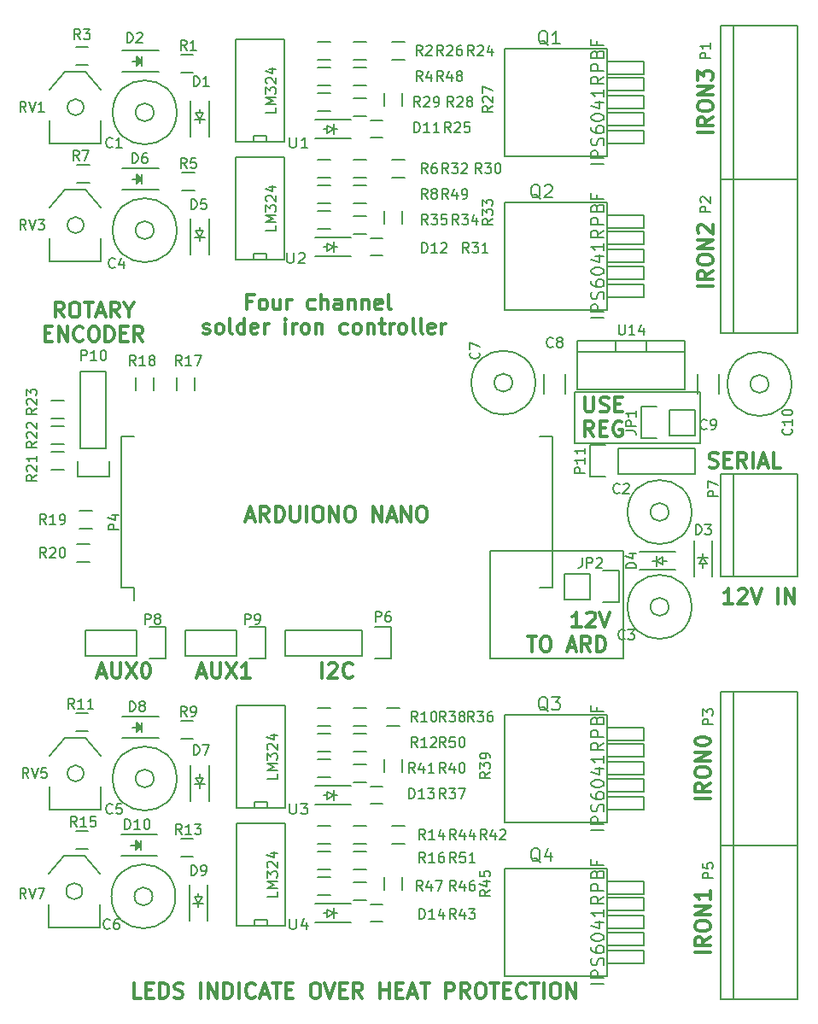
<source format=gto>
G04 #@! TF.FileFunction,Legend,Top*
%FSLAX46Y46*%
G04 Gerber Fmt 4.6, Leading zero omitted, Abs format (unit mm)*
G04 Created by KiCad (PCBNEW 4.0.2-4+6225~38~ubuntu14.04.1-stable) date mån 18 apr 2016 21:25:11*
%MOMM*%
G01*
G04 APERTURE LIST*
%ADD10C,0.100000*%
%ADD11C,0.300000*%
%ADD12C,0.200000*%
%ADD13C,0.150000*%
%ADD14C,0.127000*%
%ADD15C,0.203200*%
%ADD16C,0.152400*%
G04 APERTURE END LIST*
D10*
D11*
X140177144Y-93434857D02*
X139677144Y-93434857D01*
X139677144Y-94220571D02*
X139677144Y-92720571D01*
X140391430Y-92720571D01*
X141177144Y-94220571D02*
X141034286Y-94149143D01*
X140962858Y-94077714D01*
X140891429Y-93934857D01*
X140891429Y-93506286D01*
X140962858Y-93363429D01*
X141034286Y-93292000D01*
X141177144Y-93220571D01*
X141391429Y-93220571D01*
X141534286Y-93292000D01*
X141605715Y-93363429D01*
X141677144Y-93506286D01*
X141677144Y-93934857D01*
X141605715Y-94077714D01*
X141534286Y-94149143D01*
X141391429Y-94220571D01*
X141177144Y-94220571D01*
X142962858Y-93220571D02*
X142962858Y-94220571D01*
X142320001Y-93220571D02*
X142320001Y-94006286D01*
X142391429Y-94149143D01*
X142534287Y-94220571D01*
X142748572Y-94220571D01*
X142891429Y-94149143D01*
X142962858Y-94077714D01*
X143677144Y-94220571D02*
X143677144Y-93220571D01*
X143677144Y-93506286D02*
X143748572Y-93363429D01*
X143820001Y-93292000D01*
X143962858Y-93220571D01*
X144105715Y-93220571D01*
X146391429Y-94149143D02*
X146248572Y-94220571D01*
X145962858Y-94220571D01*
X145820000Y-94149143D01*
X145748572Y-94077714D01*
X145677143Y-93934857D01*
X145677143Y-93506286D01*
X145748572Y-93363429D01*
X145820000Y-93292000D01*
X145962858Y-93220571D01*
X146248572Y-93220571D01*
X146391429Y-93292000D01*
X147034286Y-94220571D02*
X147034286Y-92720571D01*
X147677143Y-94220571D02*
X147677143Y-93434857D01*
X147605714Y-93292000D01*
X147462857Y-93220571D01*
X147248572Y-93220571D01*
X147105714Y-93292000D01*
X147034286Y-93363429D01*
X149034286Y-94220571D02*
X149034286Y-93434857D01*
X148962857Y-93292000D01*
X148820000Y-93220571D01*
X148534286Y-93220571D01*
X148391429Y-93292000D01*
X149034286Y-94149143D02*
X148891429Y-94220571D01*
X148534286Y-94220571D01*
X148391429Y-94149143D01*
X148320000Y-94006286D01*
X148320000Y-93863429D01*
X148391429Y-93720571D01*
X148534286Y-93649143D01*
X148891429Y-93649143D01*
X149034286Y-93577714D01*
X149748572Y-93220571D02*
X149748572Y-94220571D01*
X149748572Y-93363429D02*
X149820000Y-93292000D01*
X149962858Y-93220571D01*
X150177143Y-93220571D01*
X150320000Y-93292000D01*
X150391429Y-93434857D01*
X150391429Y-94220571D01*
X151105715Y-93220571D02*
X151105715Y-94220571D01*
X151105715Y-93363429D02*
X151177143Y-93292000D01*
X151320001Y-93220571D01*
X151534286Y-93220571D01*
X151677143Y-93292000D01*
X151748572Y-93434857D01*
X151748572Y-94220571D01*
X153034286Y-94149143D02*
X152891429Y-94220571D01*
X152605715Y-94220571D01*
X152462858Y-94149143D01*
X152391429Y-94006286D01*
X152391429Y-93434857D01*
X152462858Y-93292000D01*
X152605715Y-93220571D01*
X152891429Y-93220571D01*
X153034286Y-93292000D01*
X153105715Y-93434857D01*
X153105715Y-93577714D01*
X152391429Y-93720571D01*
X153962858Y-94220571D02*
X153820000Y-94149143D01*
X153748572Y-94006286D01*
X153748572Y-92720571D01*
X135355715Y-96549143D02*
X135498572Y-96620571D01*
X135784287Y-96620571D01*
X135927144Y-96549143D01*
X135998572Y-96406286D01*
X135998572Y-96334857D01*
X135927144Y-96192000D01*
X135784287Y-96120571D01*
X135570001Y-96120571D01*
X135427144Y-96049143D01*
X135355715Y-95906286D01*
X135355715Y-95834857D01*
X135427144Y-95692000D01*
X135570001Y-95620571D01*
X135784287Y-95620571D01*
X135927144Y-95692000D01*
X136855716Y-96620571D02*
X136712858Y-96549143D01*
X136641430Y-96477714D01*
X136570001Y-96334857D01*
X136570001Y-95906286D01*
X136641430Y-95763429D01*
X136712858Y-95692000D01*
X136855716Y-95620571D01*
X137070001Y-95620571D01*
X137212858Y-95692000D01*
X137284287Y-95763429D01*
X137355716Y-95906286D01*
X137355716Y-96334857D01*
X137284287Y-96477714D01*
X137212858Y-96549143D01*
X137070001Y-96620571D01*
X136855716Y-96620571D01*
X138212859Y-96620571D02*
X138070001Y-96549143D01*
X137998573Y-96406286D01*
X137998573Y-95120571D01*
X139427144Y-96620571D02*
X139427144Y-95120571D01*
X139427144Y-96549143D02*
X139284287Y-96620571D01*
X138998573Y-96620571D01*
X138855715Y-96549143D01*
X138784287Y-96477714D01*
X138712858Y-96334857D01*
X138712858Y-95906286D01*
X138784287Y-95763429D01*
X138855715Y-95692000D01*
X138998573Y-95620571D01*
X139284287Y-95620571D01*
X139427144Y-95692000D01*
X140712858Y-96549143D02*
X140570001Y-96620571D01*
X140284287Y-96620571D01*
X140141430Y-96549143D01*
X140070001Y-96406286D01*
X140070001Y-95834857D01*
X140141430Y-95692000D01*
X140284287Y-95620571D01*
X140570001Y-95620571D01*
X140712858Y-95692000D01*
X140784287Y-95834857D01*
X140784287Y-95977714D01*
X140070001Y-96120571D01*
X141427144Y-96620571D02*
X141427144Y-95620571D01*
X141427144Y-95906286D02*
X141498572Y-95763429D01*
X141570001Y-95692000D01*
X141712858Y-95620571D01*
X141855715Y-95620571D01*
X143498572Y-96620571D02*
X143498572Y-95620571D01*
X143498572Y-95120571D02*
X143427143Y-95192000D01*
X143498572Y-95263429D01*
X143570000Y-95192000D01*
X143498572Y-95120571D01*
X143498572Y-95263429D01*
X144212858Y-96620571D02*
X144212858Y-95620571D01*
X144212858Y-95906286D02*
X144284286Y-95763429D01*
X144355715Y-95692000D01*
X144498572Y-95620571D01*
X144641429Y-95620571D01*
X145355715Y-96620571D02*
X145212857Y-96549143D01*
X145141429Y-96477714D01*
X145070000Y-96334857D01*
X145070000Y-95906286D01*
X145141429Y-95763429D01*
X145212857Y-95692000D01*
X145355715Y-95620571D01*
X145570000Y-95620571D01*
X145712857Y-95692000D01*
X145784286Y-95763429D01*
X145855715Y-95906286D01*
X145855715Y-96334857D01*
X145784286Y-96477714D01*
X145712857Y-96549143D01*
X145570000Y-96620571D01*
X145355715Y-96620571D01*
X146498572Y-95620571D02*
X146498572Y-96620571D01*
X146498572Y-95763429D02*
X146570000Y-95692000D01*
X146712858Y-95620571D01*
X146927143Y-95620571D01*
X147070000Y-95692000D01*
X147141429Y-95834857D01*
X147141429Y-96620571D01*
X149641429Y-96549143D02*
X149498572Y-96620571D01*
X149212858Y-96620571D01*
X149070000Y-96549143D01*
X148998572Y-96477714D01*
X148927143Y-96334857D01*
X148927143Y-95906286D01*
X148998572Y-95763429D01*
X149070000Y-95692000D01*
X149212858Y-95620571D01*
X149498572Y-95620571D01*
X149641429Y-95692000D01*
X150498572Y-96620571D02*
X150355714Y-96549143D01*
X150284286Y-96477714D01*
X150212857Y-96334857D01*
X150212857Y-95906286D01*
X150284286Y-95763429D01*
X150355714Y-95692000D01*
X150498572Y-95620571D01*
X150712857Y-95620571D01*
X150855714Y-95692000D01*
X150927143Y-95763429D01*
X150998572Y-95906286D01*
X150998572Y-96334857D01*
X150927143Y-96477714D01*
X150855714Y-96549143D01*
X150712857Y-96620571D01*
X150498572Y-96620571D01*
X151641429Y-95620571D02*
X151641429Y-96620571D01*
X151641429Y-95763429D02*
X151712857Y-95692000D01*
X151855715Y-95620571D01*
X152070000Y-95620571D01*
X152212857Y-95692000D01*
X152284286Y-95834857D01*
X152284286Y-96620571D01*
X152784286Y-95620571D02*
X153355715Y-95620571D01*
X152998572Y-95120571D02*
X152998572Y-96406286D01*
X153070000Y-96549143D01*
X153212858Y-96620571D01*
X153355715Y-96620571D01*
X153855715Y-96620571D02*
X153855715Y-95620571D01*
X153855715Y-95906286D02*
X153927143Y-95763429D01*
X153998572Y-95692000D01*
X154141429Y-95620571D01*
X154284286Y-95620571D01*
X154998572Y-96620571D02*
X154855714Y-96549143D01*
X154784286Y-96477714D01*
X154712857Y-96334857D01*
X154712857Y-95906286D01*
X154784286Y-95763429D01*
X154855714Y-95692000D01*
X154998572Y-95620571D01*
X155212857Y-95620571D01*
X155355714Y-95692000D01*
X155427143Y-95763429D01*
X155498572Y-95906286D01*
X155498572Y-96334857D01*
X155427143Y-96477714D01*
X155355714Y-96549143D01*
X155212857Y-96620571D01*
X154998572Y-96620571D01*
X156355715Y-96620571D02*
X156212857Y-96549143D01*
X156141429Y-96406286D01*
X156141429Y-95120571D01*
X157141429Y-96620571D02*
X156998571Y-96549143D01*
X156927143Y-96406286D01*
X156927143Y-95120571D01*
X158284285Y-96549143D02*
X158141428Y-96620571D01*
X157855714Y-96620571D01*
X157712857Y-96549143D01*
X157641428Y-96406286D01*
X157641428Y-95834857D01*
X157712857Y-95692000D01*
X157855714Y-95620571D01*
X158141428Y-95620571D01*
X158284285Y-95692000D01*
X158355714Y-95834857D01*
X158355714Y-95977714D01*
X157641428Y-96120571D01*
X158998571Y-96620571D02*
X158998571Y-95620571D01*
X158998571Y-95906286D02*
X159069999Y-95763429D01*
X159141428Y-95692000D01*
X159284285Y-95620571D01*
X159427142Y-95620571D01*
X129189428Y-162476571D02*
X128475142Y-162476571D01*
X128475142Y-160976571D01*
X129689428Y-161690857D02*
X130189428Y-161690857D01*
X130403714Y-162476571D02*
X129689428Y-162476571D01*
X129689428Y-160976571D01*
X130403714Y-160976571D01*
X131046571Y-162476571D02*
X131046571Y-160976571D01*
X131403714Y-160976571D01*
X131617999Y-161048000D01*
X131760857Y-161190857D01*
X131832285Y-161333714D01*
X131903714Y-161619429D01*
X131903714Y-161833714D01*
X131832285Y-162119429D01*
X131760857Y-162262286D01*
X131617999Y-162405143D01*
X131403714Y-162476571D01*
X131046571Y-162476571D01*
X132475142Y-162405143D02*
X132689428Y-162476571D01*
X133046571Y-162476571D01*
X133189428Y-162405143D01*
X133260857Y-162333714D01*
X133332285Y-162190857D01*
X133332285Y-162048000D01*
X133260857Y-161905143D01*
X133189428Y-161833714D01*
X133046571Y-161762286D01*
X132760857Y-161690857D01*
X132617999Y-161619429D01*
X132546571Y-161548000D01*
X132475142Y-161405143D01*
X132475142Y-161262286D01*
X132546571Y-161119429D01*
X132617999Y-161048000D01*
X132760857Y-160976571D01*
X133117999Y-160976571D01*
X133332285Y-161048000D01*
X135117999Y-162476571D02*
X135117999Y-160976571D01*
X135832285Y-162476571D02*
X135832285Y-160976571D01*
X136689428Y-162476571D01*
X136689428Y-160976571D01*
X137403714Y-162476571D02*
X137403714Y-160976571D01*
X137760857Y-160976571D01*
X137975142Y-161048000D01*
X138118000Y-161190857D01*
X138189428Y-161333714D01*
X138260857Y-161619429D01*
X138260857Y-161833714D01*
X138189428Y-162119429D01*
X138118000Y-162262286D01*
X137975142Y-162405143D01*
X137760857Y-162476571D01*
X137403714Y-162476571D01*
X138903714Y-162476571D02*
X138903714Y-160976571D01*
X140475143Y-162333714D02*
X140403714Y-162405143D01*
X140189428Y-162476571D01*
X140046571Y-162476571D01*
X139832286Y-162405143D01*
X139689428Y-162262286D01*
X139618000Y-162119429D01*
X139546571Y-161833714D01*
X139546571Y-161619429D01*
X139618000Y-161333714D01*
X139689428Y-161190857D01*
X139832286Y-161048000D01*
X140046571Y-160976571D01*
X140189428Y-160976571D01*
X140403714Y-161048000D01*
X140475143Y-161119429D01*
X141046571Y-162048000D02*
X141760857Y-162048000D01*
X140903714Y-162476571D02*
X141403714Y-160976571D01*
X141903714Y-162476571D01*
X142189428Y-160976571D02*
X143046571Y-160976571D01*
X142618000Y-162476571D02*
X142618000Y-160976571D01*
X143546571Y-161690857D02*
X144046571Y-161690857D01*
X144260857Y-162476571D02*
X143546571Y-162476571D01*
X143546571Y-160976571D01*
X144260857Y-160976571D01*
X146332285Y-160976571D02*
X146617999Y-160976571D01*
X146760857Y-161048000D01*
X146903714Y-161190857D01*
X146975142Y-161476571D01*
X146975142Y-161976571D01*
X146903714Y-162262286D01*
X146760857Y-162405143D01*
X146617999Y-162476571D01*
X146332285Y-162476571D01*
X146189428Y-162405143D01*
X146046571Y-162262286D01*
X145975142Y-161976571D01*
X145975142Y-161476571D01*
X146046571Y-161190857D01*
X146189428Y-161048000D01*
X146332285Y-160976571D01*
X147403714Y-160976571D02*
X147903714Y-162476571D01*
X148403714Y-160976571D01*
X148903714Y-161690857D02*
X149403714Y-161690857D01*
X149618000Y-162476571D02*
X148903714Y-162476571D01*
X148903714Y-160976571D01*
X149618000Y-160976571D01*
X151118000Y-162476571D02*
X150618000Y-161762286D01*
X150260857Y-162476571D02*
X150260857Y-160976571D01*
X150832285Y-160976571D01*
X150975143Y-161048000D01*
X151046571Y-161119429D01*
X151118000Y-161262286D01*
X151118000Y-161476571D01*
X151046571Y-161619429D01*
X150975143Y-161690857D01*
X150832285Y-161762286D01*
X150260857Y-161762286D01*
X152903714Y-162476571D02*
X152903714Y-160976571D01*
X152903714Y-161690857D02*
X153760857Y-161690857D01*
X153760857Y-162476571D02*
X153760857Y-160976571D01*
X154475143Y-161690857D02*
X154975143Y-161690857D01*
X155189429Y-162476571D02*
X154475143Y-162476571D01*
X154475143Y-160976571D01*
X155189429Y-160976571D01*
X155760857Y-162048000D02*
X156475143Y-162048000D01*
X155618000Y-162476571D02*
X156118000Y-160976571D01*
X156618000Y-162476571D01*
X156903714Y-160976571D02*
X157760857Y-160976571D01*
X157332286Y-162476571D02*
X157332286Y-160976571D01*
X159403714Y-162476571D02*
X159403714Y-160976571D01*
X159975142Y-160976571D01*
X160118000Y-161048000D01*
X160189428Y-161119429D01*
X160260857Y-161262286D01*
X160260857Y-161476571D01*
X160189428Y-161619429D01*
X160118000Y-161690857D01*
X159975142Y-161762286D01*
X159403714Y-161762286D01*
X161760857Y-162476571D02*
X161260857Y-161762286D01*
X160903714Y-162476571D02*
X160903714Y-160976571D01*
X161475142Y-160976571D01*
X161618000Y-161048000D01*
X161689428Y-161119429D01*
X161760857Y-161262286D01*
X161760857Y-161476571D01*
X161689428Y-161619429D01*
X161618000Y-161690857D01*
X161475142Y-161762286D01*
X160903714Y-161762286D01*
X162689428Y-160976571D02*
X162975142Y-160976571D01*
X163118000Y-161048000D01*
X163260857Y-161190857D01*
X163332285Y-161476571D01*
X163332285Y-161976571D01*
X163260857Y-162262286D01*
X163118000Y-162405143D01*
X162975142Y-162476571D01*
X162689428Y-162476571D01*
X162546571Y-162405143D01*
X162403714Y-162262286D01*
X162332285Y-161976571D01*
X162332285Y-161476571D01*
X162403714Y-161190857D01*
X162546571Y-161048000D01*
X162689428Y-160976571D01*
X163760857Y-160976571D02*
X164618000Y-160976571D01*
X164189429Y-162476571D02*
X164189429Y-160976571D01*
X165118000Y-161690857D02*
X165618000Y-161690857D01*
X165832286Y-162476571D02*
X165118000Y-162476571D01*
X165118000Y-160976571D01*
X165832286Y-160976571D01*
X167332286Y-162333714D02*
X167260857Y-162405143D01*
X167046571Y-162476571D01*
X166903714Y-162476571D01*
X166689429Y-162405143D01*
X166546571Y-162262286D01*
X166475143Y-162119429D01*
X166403714Y-161833714D01*
X166403714Y-161619429D01*
X166475143Y-161333714D01*
X166546571Y-161190857D01*
X166689429Y-161048000D01*
X166903714Y-160976571D01*
X167046571Y-160976571D01*
X167260857Y-161048000D01*
X167332286Y-161119429D01*
X167760857Y-160976571D02*
X168618000Y-160976571D01*
X168189429Y-162476571D02*
X168189429Y-160976571D01*
X169118000Y-162476571D02*
X169118000Y-160976571D01*
X170118000Y-160976571D02*
X170403714Y-160976571D01*
X170546572Y-161048000D01*
X170689429Y-161190857D01*
X170760857Y-161476571D01*
X170760857Y-161976571D01*
X170689429Y-162262286D01*
X170546572Y-162405143D01*
X170403714Y-162476571D01*
X170118000Y-162476571D01*
X169975143Y-162405143D01*
X169832286Y-162262286D01*
X169760857Y-161976571D01*
X169760857Y-161476571D01*
X169832286Y-161190857D01*
X169975143Y-161048000D01*
X170118000Y-160976571D01*
X171403715Y-162476571D02*
X171403715Y-160976571D01*
X172260858Y-162476571D01*
X172260858Y-160976571D01*
X185511714Y-109827143D02*
X185726000Y-109898571D01*
X186083143Y-109898571D01*
X186226000Y-109827143D01*
X186297429Y-109755714D01*
X186368857Y-109612857D01*
X186368857Y-109470000D01*
X186297429Y-109327143D01*
X186226000Y-109255714D01*
X186083143Y-109184286D01*
X185797429Y-109112857D01*
X185654571Y-109041429D01*
X185583143Y-108970000D01*
X185511714Y-108827143D01*
X185511714Y-108684286D01*
X185583143Y-108541429D01*
X185654571Y-108470000D01*
X185797429Y-108398571D01*
X186154571Y-108398571D01*
X186368857Y-108470000D01*
X187011714Y-109112857D02*
X187511714Y-109112857D01*
X187726000Y-109898571D02*
X187011714Y-109898571D01*
X187011714Y-108398571D01*
X187726000Y-108398571D01*
X189226000Y-109898571D02*
X188726000Y-109184286D01*
X188368857Y-109898571D02*
X188368857Y-108398571D01*
X188940285Y-108398571D01*
X189083143Y-108470000D01*
X189154571Y-108541429D01*
X189226000Y-108684286D01*
X189226000Y-108898571D01*
X189154571Y-109041429D01*
X189083143Y-109112857D01*
X188940285Y-109184286D01*
X188368857Y-109184286D01*
X189868857Y-109898571D02*
X189868857Y-108398571D01*
X190511714Y-109470000D02*
X191226000Y-109470000D01*
X190368857Y-109898571D02*
X190868857Y-108398571D01*
X191368857Y-109898571D01*
X192583143Y-109898571D02*
X191868857Y-109898571D01*
X191868857Y-108398571D01*
X121531429Y-94982571D02*
X121031429Y-94268286D01*
X120674286Y-94982571D02*
X120674286Y-93482571D01*
X121245714Y-93482571D01*
X121388572Y-93554000D01*
X121460000Y-93625429D01*
X121531429Y-93768286D01*
X121531429Y-93982571D01*
X121460000Y-94125429D01*
X121388572Y-94196857D01*
X121245714Y-94268286D01*
X120674286Y-94268286D01*
X122460000Y-93482571D02*
X122745714Y-93482571D01*
X122888572Y-93554000D01*
X123031429Y-93696857D01*
X123102857Y-93982571D01*
X123102857Y-94482571D01*
X123031429Y-94768286D01*
X122888572Y-94911143D01*
X122745714Y-94982571D01*
X122460000Y-94982571D01*
X122317143Y-94911143D01*
X122174286Y-94768286D01*
X122102857Y-94482571D01*
X122102857Y-93982571D01*
X122174286Y-93696857D01*
X122317143Y-93554000D01*
X122460000Y-93482571D01*
X123531429Y-93482571D02*
X124388572Y-93482571D01*
X123960001Y-94982571D02*
X123960001Y-93482571D01*
X124817143Y-94554000D02*
X125531429Y-94554000D01*
X124674286Y-94982571D02*
X125174286Y-93482571D01*
X125674286Y-94982571D01*
X127031429Y-94982571D02*
X126531429Y-94268286D01*
X126174286Y-94982571D02*
X126174286Y-93482571D01*
X126745714Y-93482571D01*
X126888572Y-93554000D01*
X126960000Y-93625429D01*
X127031429Y-93768286D01*
X127031429Y-93982571D01*
X126960000Y-94125429D01*
X126888572Y-94196857D01*
X126745714Y-94268286D01*
X126174286Y-94268286D01*
X127960000Y-94268286D02*
X127960000Y-94982571D01*
X127460000Y-93482571D02*
X127960000Y-94268286D01*
X128460000Y-93482571D01*
X119638571Y-96596857D02*
X120138571Y-96596857D01*
X120352857Y-97382571D02*
X119638571Y-97382571D01*
X119638571Y-95882571D01*
X120352857Y-95882571D01*
X120995714Y-97382571D02*
X120995714Y-95882571D01*
X121852857Y-97382571D01*
X121852857Y-95882571D01*
X123424286Y-97239714D02*
X123352857Y-97311143D01*
X123138571Y-97382571D01*
X122995714Y-97382571D01*
X122781429Y-97311143D01*
X122638571Y-97168286D01*
X122567143Y-97025429D01*
X122495714Y-96739714D01*
X122495714Y-96525429D01*
X122567143Y-96239714D01*
X122638571Y-96096857D01*
X122781429Y-95954000D01*
X122995714Y-95882571D01*
X123138571Y-95882571D01*
X123352857Y-95954000D01*
X123424286Y-96025429D01*
X124352857Y-95882571D02*
X124638571Y-95882571D01*
X124781429Y-95954000D01*
X124924286Y-96096857D01*
X124995714Y-96382571D01*
X124995714Y-96882571D01*
X124924286Y-97168286D01*
X124781429Y-97311143D01*
X124638571Y-97382571D01*
X124352857Y-97382571D01*
X124210000Y-97311143D01*
X124067143Y-97168286D01*
X123995714Y-96882571D01*
X123995714Y-96382571D01*
X124067143Y-96096857D01*
X124210000Y-95954000D01*
X124352857Y-95882571D01*
X125638572Y-97382571D02*
X125638572Y-95882571D01*
X125995715Y-95882571D01*
X126210000Y-95954000D01*
X126352858Y-96096857D01*
X126424286Y-96239714D01*
X126495715Y-96525429D01*
X126495715Y-96739714D01*
X126424286Y-97025429D01*
X126352858Y-97168286D01*
X126210000Y-97311143D01*
X125995715Y-97382571D01*
X125638572Y-97382571D01*
X127138572Y-96596857D02*
X127638572Y-96596857D01*
X127852858Y-97382571D02*
X127138572Y-97382571D01*
X127138572Y-95882571D01*
X127852858Y-95882571D01*
X129352858Y-97382571D02*
X128852858Y-96668286D01*
X128495715Y-97382571D02*
X128495715Y-95882571D01*
X129067143Y-95882571D01*
X129210001Y-95954000D01*
X129281429Y-96025429D01*
X129352858Y-96168286D01*
X129352858Y-96382571D01*
X129281429Y-96525429D01*
X129210001Y-96596857D01*
X129067143Y-96668286D01*
X128495715Y-96668286D01*
X124936572Y-130298000D02*
X125650858Y-130298000D01*
X124793715Y-130726571D02*
X125293715Y-129226571D01*
X125793715Y-130726571D01*
X126293715Y-129226571D02*
X126293715Y-130440857D01*
X126365143Y-130583714D01*
X126436572Y-130655143D01*
X126579429Y-130726571D01*
X126865143Y-130726571D01*
X127008001Y-130655143D01*
X127079429Y-130583714D01*
X127150858Y-130440857D01*
X127150858Y-129226571D01*
X127722287Y-129226571D02*
X128722287Y-130726571D01*
X128722287Y-129226571D02*
X127722287Y-130726571D01*
X129579429Y-129226571D02*
X129722286Y-129226571D01*
X129865143Y-129298000D01*
X129936572Y-129369429D01*
X130008001Y-129512286D01*
X130079429Y-129798000D01*
X130079429Y-130155143D01*
X130008001Y-130440857D01*
X129936572Y-130583714D01*
X129865143Y-130655143D01*
X129722286Y-130726571D01*
X129579429Y-130726571D01*
X129436572Y-130655143D01*
X129365143Y-130583714D01*
X129293715Y-130440857D01*
X129222286Y-130155143D01*
X129222286Y-129798000D01*
X129293715Y-129512286D01*
X129365143Y-129369429D01*
X129436572Y-129298000D01*
X129579429Y-129226571D01*
X134842572Y-130298000D02*
X135556858Y-130298000D01*
X134699715Y-130726571D02*
X135199715Y-129226571D01*
X135699715Y-130726571D01*
X136199715Y-129226571D02*
X136199715Y-130440857D01*
X136271143Y-130583714D01*
X136342572Y-130655143D01*
X136485429Y-130726571D01*
X136771143Y-130726571D01*
X136914001Y-130655143D01*
X136985429Y-130583714D01*
X137056858Y-130440857D01*
X137056858Y-129226571D01*
X137628287Y-129226571D02*
X138628287Y-130726571D01*
X138628287Y-129226571D02*
X137628287Y-130726571D01*
X139985429Y-130726571D02*
X139128286Y-130726571D01*
X139556858Y-130726571D02*
X139556858Y-129226571D01*
X139414001Y-129440857D01*
X139271143Y-129583714D01*
X139128286Y-129655143D01*
X147125715Y-130726571D02*
X147125715Y-129226571D01*
X147768572Y-129369429D02*
X147840001Y-129298000D01*
X147982858Y-129226571D01*
X148340001Y-129226571D01*
X148482858Y-129298000D01*
X148554287Y-129369429D01*
X148625715Y-129512286D01*
X148625715Y-129655143D01*
X148554287Y-129869429D01*
X147697144Y-130726571D01*
X148625715Y-130726571D01*
X150125715Y-130583714D02*
X150054286Y-130655143D01*
X149840000Y-130726571D01*
X149697143Y-130726571D01*
X149482858Y-130655143D01*
X149340000Y-130512286D01*
X149268572Y-130369429D01*
X149197143Y-130083714D01*
X149197143Y-129869429D01*
X149268572Y-129583714D01*
X149340000Y-129440857D01*
X149482858Y-129298000D01*
X149697143Y-129226571D01*
X149840000Y-129226571D01*
X150054286Y-129298000D01*
X150125715Y-129369429D01*
D12*
X163830000Y-118110000D02*
X163830000Y-118618000D01*
X177038000Y-118110000D02*
X163830000Y-118110000D01*
X177038000Y-128778000D02*
X177038000Y-118110000D01*
X163830000Y-128778000D02*
X177038000Y-128778000D01*
X163830000Y-118364000D02*
X163830000Y-128778000D01*
D11*
X172807143Y-125716571D02*
X171950000Y-125716571D01*
X172378572Y-125716571D02*
X172378572Y-124216571D01*
X172235715Y-124430857D01*
X172092857Y-124573714D01*
X171950000Y-124645143D01*
X173378571Y-124359429D02*
X173450000Y-124288000D01*
X173592857Y-124216571D01*
X173950000Y-124216571D01*
X174092857Y-124288000D01*
X174164286Y-124359429D01*
X174235714Y-124502286D01*
X174235714Y-124645143D01*
X174164286Y-124859429D01*
X173307143Y-125716571D01*
X174235714Y-125716571D01*
X174664285Y-124216571D02*
X175164285Y-125716571D01*
X175664285Y-124216571D01*
X167521429Y-126616571D02*
X168378572Y-126616571D01*
X167950001Y-128116571D02*
X167950001Y-126616571D01*
X169164286Y-126616571D02*
X169450000Y-126616571D01*
X169592858Y-126688000D01*
X169735715Y-126830857D01*
X169807143Y-127116571D01*
X169807143Y-127616571D01*
X169735715Y-127902286D01*
X169592858Y-128045143D01*
X169450000Y-128116571D01*
X169164286Y-128116571D01*
X169021429Y-128045143D01*
X168878572Y-127902286D01*
X168807143Y-127616571D01*
X168807143Y-127116571D01*
X168878572Y-126830857D01*
X169021429Y-126688000D01*
X169164286Y-126616571D01*
X171521429Y-127688000D02*
X172235715Y-127688000D01*
X171378572Y-128116571D02*
X171878572Y-126616571D01*
X172378572Y-128116571D01*
X173735715Y-128116571D02*
X173235715Y-127402286D01*
X172878572Y-128116571D02*
X172878572Y-126616571D01*
X173450000Y-126616571D01*
X173592858Y-126688000D01*
X173664286Y-126759429D01*
X173735715Y-126902286D01*
X173735715Y-127116571D01*
X173664286Y-127259429D01*
X173592858Y-127330857D01*
X173450000Y-127402286D01*
X172878572Y-127402286D01*
X174378572Y-128116571D02*
X174378572Y-126616571D01*
X174735715Y-126616571D01*
X174950000Y-126688000D01*
X175092858Y-126830857D01*
X175164286Y-126973714D01*
X175235715Y-127259429D01*
X175235715Y-127473714D01*
X175164286Y-127759429D01*
X175092858Y-127902286D01*
X174950000Y-128045143D01*
X174735715Y-128116571D01*
X174378572Y-128116571D01*
D12*
X172212000Y-107442000D02*
X172212000Y-102362000D01*
X184658000Y-107442000D02*
X172212000Y-107442000D01*
X184658000Y-102362000D02*
X184658000Y-107442000D01*
X172212000Y-102362000D02*
X184658000Y-102362000D01*
D11*
X173184572Y-102880571D02*
X173184572Y-104094857D01*
X173256000Y-104237714D01*
X173327429Y-104309143D01*
X173470286Y-104380571D01*
X173756000Y-104380571D01*
X173898858Y-104309143D01*
X173970286Y-104237714D01*
X174041715Y-104094857D01*
X174041715Y-102880571D01*
X174684572Y-104309143D02*
X174898858Y-104380571D01*
X175256001Y-104380571D01*
X175398858Y-104309143D01*
X175470287Y-104237714D01*
X175541715Y-104094857D01*
X175541715Y-103952000D01*
X175470287Y-103809143D01*
X175398858Y-103737714D01*
X175256001Y-103666286D01*
X174970287Y-103594857D01*
X174827429Y-103523429D01*
X174756001Y-103452000D01*
X174684572Y-103309143D01*
X174684572Y-103166286D01*
X174756001Y-103023429D01*
X174827429Y-102952000D01*
X174970287Y-102880571D01*
X175327429Y-102880571D01*
X175541715Y-102952000D01*
X176184572Y-103594857D02*
X176684572Y-103594857D01*
X176898858Y-104380571D02*
X176184572Y-104380571D01*
X176184572Y-102880571D01*
X176898858Y-102880571D01*
X174041715Y-106780571D02*
X173541715Y-106066286D01*
X173184572Y-106780571D02*
X173184572Y-105280571D01*
X173756000Y-105280571D01*
X173898858Y-105352000D01*
X173970286Y-105423429D01*
X174041715Y-105566286D01*
X174041715Y-105780571D01*
X173970286Y-105923429D01*
X173898858Y-105994857D01*
X173756000Y-106066286D01*
X173184572Y-106066286D01*
X174684572Y-105994857D02*
X175184572Y-105994857D01*
X175398858Y-106780571D02*
X174684572Y-106780571D01*
X174684572Y-105280571D01*
X175398858Y-105280571D01*
X176827429Y-105352000D02*
X176684572Y-105280571D01*
X176470286Y-105280571D01*
X176256001Y-105352000D01*
X176113143Y-105494857D01*
X176041715Y-105637714D01*
X175970286Y-105923429D01*
X175970286Y-106137714D01*
X176041715Y-106423429D01*
X176113143Y-106566286D01*
X176256001Y-106709143D01*
X176470286Y-106780571D01*
X176613143Y-106780571D01*
X176827429Y-106709143D01*
X176898858Y-106637714D01*
X176898858Y-106137714D01*
X176613143Y-106137714D01*
X139661427Y-114804000D02*
X140375713Y-114804000D01*
X139518570Y-115232571D02*
X140018570Y-113732571D01*
X140518570Y-115232571D01*
X141875713Y-115232571D02*
X141375713Y-114518286D01*
X141018570Y-115232571D02*
X141018570Y-113732571D01*
X141589998Y-113732571D01*
X141732856Y-113804000D01*
X141804284Y-113875429D01*
X141875713Y-114018286D01*
X141875713Y-114232571D01*
X141804284Y-114375429D01*
X141732856Y-114446857D01*
X141589998Y-114518286D01*
X141018570Y-114518286D01*
X142518570Y-115232571D02*
X142518570Y-113732571D01*
X142875713Y-113732571D01*
X143089998Y-113804000D01*
X143232856Y-113946857D01*
X143304284Y-114089714D01*
X143375713Y-114375429D01*
X143375713Y-114589714D01*
X143304284Y-114875429D01*
X143232856Y-115018286D01*
X143089998Y-115161143D01*
X142875713Y-115232571D01*
X142518570Y-115232571D01*
X144018570Y-113732571D02*
X144018570Y-114946857D01*
X144089998Y-115089714D01*
X144161427Y-115161143D01*
X144304284Y-115232571D01*
X144589998Y-115232571D01*
X144732856Y-115161143D01*
X144804284Y-115089714D01*
X144875713Y-114946857D01*
X144875713Y-113732571D01*
X145589999Y-115232571D02*
X145589999Y-113732571D01*
X146589999Y-113732571D02*
X146875713Y-113732571D01*
X147018571Y-113804000D01*
X147161428Y-113946857D01*
X147232856Y-114232571D01*
X147232856Y-114732571D01*
X147161428Y-115018286D01*
X147018571Y-115161143D01*
X146875713Y-115232571D01*
X146589999Y-115232571D01*
X146447142Y-115161143D01*
X146304285Y-115018286D01*
X146232856Y-114732571D01*
X146232856Y-114232571D01*
X146304285Y-113946857D01*
X146447142Y-113804000D01*
X146589999Y-113732571D01*
X147875714Y-115232571D02*
X147875714Y-113732571D01*
X148732857Y-115232571D01*
X148732857Y-113732571D01*
X149732857Y-113732571D02*
X150018571Y-113732571D01*
X150161429Y-113804000D01*
X150304286Y-113946857D01*
X150375714Y-114232571D01*
X150375714Y-114732571D01*
X150304286Y-115018286D01*
X150161429Y-115161143D01*
X150018571Y-115232571D01*
X149732857Y-115232571D01*
X149590000Y-115161143D01*
X149447143Y-115018286D01*
X149375714Y-114732571D01*
X149375714Y-114232571D01*
X149447143Y-113946857D01*
X149590000Y-113804000D01*
X149732857Y-113732571D01*
X152161429Y-115232571D02*
X152161429Y-113732571D01*
X153018572Y-115232571D01*
X153018572Y-113732571D01*
X153661429Y-114804000D02*
X154375715Y-114804000D01*
X153518572Y-115232571D02*
X154018572Y-113732571D01*
X154518572Y-115232571D01*
X155018572Y-115232571D02*
X155018572Y-113732571D01*
X155875715Y-115232571D01*
X155875715Y-113732571D01*
X156875715Y-113732571D02*
X157161429Y-113732571D01*
X157304287Y-113804000D01*
X157447144Y-113946857D01*
X157518572Y-114232571D01*
X157518572Y-114732571D01*
X157447144Y-115018286D01*
X157304287Y-115161143D01*
X157161429Y-115232571D01*
X156875715Y-115232571D01*
X156732858Y-115161143D01*
X156590001Y-115018286D01*
X156518572Y-114732571D01*
X156518572Y-114232571D01*
X156590001Y-113946857D01*
X156732858Y-113804000D01*
X156875715Y-113732571D01*
X187857143Y-123360571D02*
X187000000Y-123360571D01*
X187428572Y-123360571D02*
X187428572Y-121860571D01*
X187285715Y-122074857D01*
X187142857Y-122217714D01*
X187000000Y-122289143D01*
X188428571Y-122003429D02*
X188500000Y-121932000D01*
X188642857Y-121860571D01*
X189000000Y-121860571D01*
X189142857Y-121932000D01*
X189214286Y-122003429D01*
X189285714Y-122146286D01*
X189285714Y-122289143D01*
X189214286Y-122503429D01*
X188357143Y-123360571D01*
X189285714Y-123360571D01*
X189714285Y-121860571D02*
X190214285Y-123360571D01*
X190714285Y-121860571D01*
X192357142Y-123360571D02*
X192357142Y-121860571D01*
X193071428Y-123360571D02*
X193071428Y-121860571D01*
X193928571Y-123360571D01*
X193928571Y-121860571D01*
X185844571Y-76695714D02*
X184344571Y-76695714D01*
X185844571Y-75124285D02*
X185130286Y-75624285D01*
X185844571Y-75981428D02*
X184344571Y-75981428D01*
X184344571Y-75410000D01*
X184416000Y-75267142D01*
X184487429Y-75195714D01*
X184630286Y-75124285D01*
X184844571Y-75124285D01*
X184987429Y-75195714D01*
X185058857Y-75267142D01*
X185130286Y-75410000D01*
X185130286Y-75981428D01*
X184344571Y-74195714D02*
X184344571Y-73910000D01*
X184416000Y-73767142D01*
X184558857Y-73624285D01*
X184844571Y-73552857D01*
X185344571Y-73552857D01*
X185630286Y-73624285D01*
X185773143Y-73767142D01*
X185844571Y-73910000D01*
X185844571Y-74195714D01*
X185773143Y-74338571D01*
X185630286Y-74481428D01*
X185344571Y-74552857D01*
X184844571Y-74552857D01*
X184558857Y-74481428D01*
X184416000Y-74338571D01*
X184344571Y-74195714D01*
X185844571Y-72909999D02*
X184344571Y-72909999D01*
X185844571Y-72052856D01*
X184344571Y-72052856D01*
X184344571Y-71481427D02*
X184344571Y-70552856D01*
X184916000Y-71052856D01*
X184916000Y-70838570D01*
X184987429Y-70695713D01*
X185058857Y-70624284D01*
X185201714Y-70552856D01*
X185558857Y-70552856D01*
X185701714Y-70624284D01*
X185773143Y-70695713D01*
X185844571Y-70838570D01*
X185844571Y-71267142D01*
X185773143Y-71409999D01*
X185701714Y-71481427D01*
X185844571Y-91935714D02*
X184344571Y-91935714D01*
X185844571Y-90364285D02*
X185130286Y-90864285D01*
X185844571Y-91221428D02*
X184344571Y-91221428D01*
X184344571Y-90650000D01*
X184416000Y-90507142D01*
X184487429Y-90435714D01*
X184630286Y-90364285D01*
X184844571Y-90364285D01*
X184987429Y-90435714D01*
X185058857Y-90507142D01*
X185130286Y-90650000D01*
X185130286Y-91221428D01*
X184344571Y-89435714D02*
X184344571Y-89150000D01*
X184416000Y-89007142D01*
X184558857Y-88864285D01*
X184844571Y-88792857D01*
X185344571Y-88792857D01*
X185630286Y-88864285D01*
X185773143Y-89007142D01*
X185844571Y-89150000D01*
X185844571Y-89435714D01*
X185773143Y-89578571D01*
X185630286Y-89721428D01*
X185344571Y-89792857D01*
X184844571Y-89792857D01*
X184558857Y-89721428D01*
X184416000Y-89578571D01*
X184344571Y-89435714D01*
X185844571Y-88149999D02*
X184344571Y-88149999D01*
X185844571Y-87292856D01*
X184344571Y-87292856D01*
X184487429Y-86649999D02*
X184416000Y-86578570D01*
X184344571Y-86435713D01*
X184344571Y-86078570D01*
X184416000Y-85935713D01*
X184487429Y-85864284D01*
X184630286Y-85792856D01*
X184773143Y-85792856D01*
X184987429Y-85864284D01*
X185844571Y-86721427D01*
X185844571Y-85792856D01*
X185590571Y-157975714D02*
X184090571Y-157975714D01*
X185590571Y-156404285D02*
X184876286Y-156904285D01*
X185590571Y-157261428D02*
X184090571Y-157261428D01*
X184090571Y-156690000D01*
X184162000Y-156547142D01*
X184233429Y-156475714D01*
X184376286Y-156404285D01*
X184590571Y-156404285D01*
X184733429Y-156475714D01*
X184804857Y-156547142D01*
X184876286Y-156690000D01*
X184876286Y-157261428D01*
X184090571Y-155475714D02*
X184090571Y-155190000D01*
X184162000Y-155047142D01*
X184304857Y-154904285D01*
X184590571Y-154832857D01*
X185090571Y-154832857D01*
X185376286Y-154904285D01*
X185519143Y-155047142D01*
X185590571Y-155190000D01*
X185590571Y-155475714D01*
X185519143Y-155618571D01*
X185376286Y-155761428D01*
X185090571Y-155832857D01*
X184590571Y-155832857D01*
X184304857Y-155761428D01*
X184162000Y-155618571D01*
X184090571Y-155475714D01*
X185590571Y-154189999D02*
X184090571Y-154189999D01*
X185590571Y-153332856D01*
X184090571Y-153332856D01*
X185590571Y-151832856D02*
X185590571Y-152689999D01*
X185590571Y-152261427D02*
X184090571Y-152261427D01*
X184304857Y-152404284D01*
X184447714Y-152547142D01*
X184519143Y-152689999D01*
X185590571Y-142735714D02*
X184090571Y-142735714D01*
X185590571Y-141164285D02*
X184876286Y-141664285D01*
X185590571Y-142021428D02*
X184090571Y-142021428D01*
X184090571Y-141450000D01*
X184162000Y-141307142D01*
X184233429Y-141235714D01*
X184376286Y-141164285D01*
X184590571Y-141164285D01*
X184733429Y-141235714D01*
X184804857Y-141307142D01*
X184876286Y-141450000D01*
X184876286Y-142021428D01*
X184090571Y-140235714D02*
X184090571Y-139950000D01*
X184162000Y-139807142D01*
X184304857Y-139664285D01*
X184590571Y-139592857D01*
X185090571Y-139592857D01*
X185376286Y-139664285D01*
X185519143Y-139807142D01*
X185590571Y-139950000D01*
X185590571Y-140235714D01*
X185519143Y-140378571D01*
X185376286Y-140521428D01*
X185090571Y-140592857D01*
X184590571Y-140592857D01*
X184304857Y-140521428D01*
X184162000Y-140378571D01*
X184090571Y-140235714D01*
X185590571Y-138949999D02*
X184090571Y-138949999D01*
X185590571Y-138092856D01*
X184090571Y-138092856D01*
X184090571Y-137092856D02*
X184090571Y-136949999D01*
X184162000Y-136807142D01*
X184233429Y-136735713D01*
X184376286Y-136664284D01*
X184662000Y-136592856D01*
X185019143Y-136592856D01*
X185304857Y-136664284D01*
X185447714Y-136735713D01*
X185519143Y-136807142D01*
X185590571Y-136949999D01*
X185590571Y-137092856D01*
X185519143Y-137235713D01*
X185447714Y-137307142D01*
X185304857Y-137378570D01*
X185019143Y-137449999D01*
X184662000Y-137449999D01*
X184376286Y-137378570D01*
X184233429Y-137307142D01*
X184162000Y-137235713D01*
X184090571Y-137092856D01*
D13*
X183769000Y-123698000D02*
G75*
G03X183769000Y-123698000I-3175000J0D01*
G01*
X181492026Y-123698000D02*
G75*
G03X181492026Y-123698000I-898026J0D01*
G01*
X183769000Y-114300000D02*
G75*
G03X183769000Y-114300000I-3175000J0D01*
G01*
X181492026Y-114300000D02*
G75*
G03X181492026Y-114300000I-898026J0D01*
G01*
X171205000Y-102600000D02*
X171205000Y-100600000D01*
X169155000Y-100600000D02*
X169155000Y-102600000D01*
X186445000Y-102600000D02*
X186445000Y-100600000D01*
X184395000Y-100600000D02*
X184395000Y-102600000D01*
X130928000Y-68546000D02*
X127328000Y-68546000D01*
X130928000Y-70646000D02*
X127328000Y-70646000D01*
X128878000Y-69896000D02*
X128878000Y-69296000D01*
X128878000Y-69296000D02*
X129178000Y-69596000D01*
X129178000Y-69596000D02*
X128978000Y-69796000D01*
X128978000Y-69796000D02*
X128978000Y-69546000D01*
X128978000Y-69546000D02*
X129028000Y-69596000D01*
X129278000Y-70096000D02*
X129278000Y-69096000D01*
X128778000Y-69596000D02*
X128278000Y-69596000D01*
X129278000Y-69596000D02*
X128778000Y-70096000D01*
X128778000Y-70096000D02*
X128778000Y-69096000D01*
X128778000Y-69096000D02*
X129278000Y-69596000D01*
X130928000Y-80230000D02*
X127328000Y-80230000D01*
X130928000Y-82330000D02*
X127328000Y-82330000D01*
X128878000Y-81580000D02*
X128878000Y-80980000D01*
X128878000Y-80980000D02*
X129178000Y-81280000D01*
X129178000Y-81280000D02*
X128978000Y-81480000D01*
X128978000Y-81480000D02*
X128978000Y-81230000D01*
X128978000Y-81230000D02*
X129028000Y-81280000D01*
X129278000Y-81780000D02*
X129278000Y-80780000D01*
X128778000Y-81280000D02*
X128278000Y-81280000D01*
X129278000Y-81280000D02*
X128778000Y-81780000D01*
X128778000Y-81780000D02*
X128778000Y-80780000D01*
X128778000Y-80780000D02*
X129278000Y-81280000D01*
X130928000Y-134586000D02*
X127328000Y-134586000D01*
X130928000Y-136686000D02*
X127328000Y-136686000D01*
X128878000Y-135936000D02*
X128878000Y-135336000D01*
X128878000Y-135336000D02*
X129178000Y-135636000D01*
X129178000Y-135636000D02*
X128978000Y-135836000D01*
X128978000Y-135836000D02*
X128978000Y-135586000D01*
X128978000Y-135586000D02*
X129028000Y-135636000D01*
X129278000Y-136136000D02*
X129278000Y-135136000D01*
X128778000Y-135636000D02*
X128278000Y-135636000D01*
X129278000Y-135636000D02*
X128778000Y-136136000D01*
X128778000Y-136136000D02*
X128778000Y-135136000D01*
X128778000Y-135136000D02*
X129278000Y-135636000D01*
X130801000Y-146270000D02*
X127201000Y-146270000D01*
X130801000Y-148370000D02*
X127201000Y-148370000D01*
X128751000Y-147620000D02*
X128751000Y-147020000D01*
X128751000Y-147020000D02*
X129051000Y-147320000D01*
X129051000Y-147320000D02*
X128851000Y-147520000D01*
X128851000Y-147520000D02*
X128851000Y-147270000D01*
X128851000Y-147270000D02*
X128901000Y-147320000D01*
X129151000Y-147820000D02*
X129151000Y-146820000D01*
X128651000Y-147320000D02*
X128151000Y-147320000D01*
X129151000Y-147320000D02*
X128651000Y-147820000D01*
X128651000Y-147820000D02*
X128651000Y-146820000D01*
X128651000Y-146820000D02*
X129151000Y-147320000D01*
X181610000Y-104140000D02*
X184150000Y-104140000D01*
X178790000Y-103860000D02*
X180340000Y-103860000D01*
X181610000Y-104140000D02*
X181610000Y-106680000D01*
X180340000Y-106960000D02*
X178790000Y-106960000D01*
X178790000Y-106960000D02*
X178790000Y-103860000D01*
X181610000Y-106680000D02*
X184150000Y-106680000D01*
X184150000Y-106680000D02*
X184150000Y-104140000D01*
X173736000Y-122936000D02*
X171196000Y-122936000D01*
X176556000Y-123216000D02*
X175006000Y-123216000D01*
X173736000Y-122936000D02*
X173736000Y-120396000D01*
X175006000Y-120116000D02*
X176556000Y-120116000D01*
X176556000Y-120116000D02*
X176556000Y-123216000D01*
X173736000Y-120396000D02*
X171196000Y-120396000D01*
X171196000Y-120396000D02*
X171196000Y-122936000D01*
X186690000Y-66040000D02*
X194310000Y-66040000D01*
X186690000Y-81280000D02*
X194310000Y-81280000D01*
X187960000Y-66040000D02*
X187960000Y-81280000D01*
X194310000Y-66040000D02*
X194310000Y-81280000D01*
X186690000Y-66040000D02*
X186690000Y-81280000D01*
X186690000Y-81280000D02*
X194310000Y-81280000D01*
X186690000Y-96520000D02*
X194310000Y-96520000D01*
X187960000Y-81280000D02*
X187960000Y-96520000D01*
X194310000Y-81280000D02*
X194310000Y-96520000D01*
X186690000Y-81280000D02*
X186690000Y-96520000D01*
X186690000Y-132080000D02*
X194310000Y-132080000D01*
X186690000Y-147320000D02*
X194310000Y-147320000D01*
X187960000Y-132080000D02*
X187960000Y-147320000D01*
X194310000Y-132080000D02*
X194310000Y-147320000D01*
X186690000Y-132080000D02*
X186690000Y-147320000D01*
X127245000Y-121785000D02*
X128515000Y-121785000D01*
X127245000Y-106815000D02*
X128515000Y-106815000D01*
X169935000Y-106815000D02*
X168665000Y-106815000D01*
X169935000Y-121785000D02*
X168665000Y-121785000D01*
X127245000Y-121785000D02*
X127245000Y-106815000D01*
X169935000Y-121785000D02*
X169935000Y-106815000D01*
X128515000Y-121785000D02*
X128515000Y-123070000D01*
X186690000Y-147320000D02*
X194310000Y-147320000D01*
X186690000Y-162560000D02*
X194310000Y-162560000D01*
X187960000Y-147320000D02*
X187960000Y-162560000D01*
X194310000Y-147320000D02*
X194310000Y-162560000D01*
X186690000Y-147320000D02*
X186690000Y-162560000D01*
X151130000Y-125984000D02*
X143510000Y-125984000D01*
X151130000Y-128524000D02*
X143510000Y-128524000D01*
X153950000Y-128804000D02*
X152400000Y-128804000D01*
X143510000Y-125984000D02*
X143510000Y-128524000D01*
X151130000Y-128524000D02*
X151130000Y-125984000D01*
X152400000Y-125704000D02*
X153950000Y-125704000D01*
X153950000Y-125704000D02*
X153950000Y-128804000D01*
X128778000Y-125984000D02*
X123698000Y-125984000D01*
X123698000Y-125984000D02*
X123698000Y-128524000D01*
X123698000Y-128524000D02*
X128778000Y-128524000D01*
X131598000Y-128804000D02*
X130048000Y-128804000D01*
X128778000Y-128524000D02*
X128778000Y-125984000D01*
X130048000Y-125704000D02*
X131598000Y-125704000D01*
X131598000Y-125704000D02*
X131598000Y-128804000D01*
X138684000Y-125984000D02*
X133604000Y-125984000D01*
X133604000Y-125984000D02*
X133604000Y-128524000D01*
X133604000Y-128524000D02*
X138684000Y-128524000D01*
X141504000Y-128804000D02*
X139954000Y-128804000D01*
X138684000Y-128524000D02*
X138684000Y-125984000D01*
X139954000Y-125704000D02*
X141504000Y-125704000D01*
X141504000Y-125704000D02*
X141504000Y-128804000D01*
X125730000Y-107950000D02*
X125730000Y-100330000D01*
X123190000Y-107950000D02*
X123190000Y-100330000D01*
X122910000Y-110770000D02*
X122910000Y-109220000D01*
X125730000Y-100330000D02*
X123190000Y-100330000D01*
X123190000Y-107950000D02*
X125730000Y-107950000D01*
X126010000Y-109220000D02*
X126010000Y-110770000D01*
X126010000Y-110770000D02*
X122910000Y-110770000D01*
X176530000Y-110490000D02*
X184150000Y-110490000D01*
X176530000Y-107950000D02*
X184150000Y-107950000D01*
X173710000Y-107670000D02*
X175260000Y-107670000D01*
X184150000Y-110490000D02*
X184150000Y-107950000D01*
X176530000Y-107950000D02*
X176530000Y-110490000D01*
X175260000Y-110770000D02*
X173710000Y-110770000D01*
X173710000Y-110770000D02*
X173710000Y-107670000D01*
X176276000Y-97282000D02*
X176276000Y-98425000D01*
X179324000Y-97282000D02*
X179324000Y-98425000D01*
X183134000Y-98425000D02*
X183134000Y-102108000D01*
X183134000Y-102108000D02*
X172466000Y-102108000D01*
X172466000Y-102108000D02*
X172466000Y-98425000D01*
X183134000Y-97282000D02*
X183134000Y-98425000D01*
X183134000Y-98425000D02*
X172466000Y-98425000D01*
X172466000Y-98425000D02*
X172466000Y-97282000D01*
X177800000Y-97282000D02*
X172466000Y-97282000D01*
X177800000Y-97282000D02*
X183134000Y-97282000D01*
X132715000Y-74676000D02*
G75*
G03X132715000Y-74676000I-3175000J0D01*
G01*
X130438026Y-74676000D02*
G75*
G03X130438026Y-74676000I-898026J0D01*
G01*
X132715000Y-86360000D02*
G75*
G03X132715000Y-86360000I-3175000J0D01*
G01*
X130438026Y-86360000D02*
G75*
G03X130438026Y-86360000I-898026J0D01*
G01*
X132715000Y-140716000D02*
G75*
G03X132715000Y-140716000I-3175000J0D01*
G01*
X130438026Y-140716000D02*
G75*
G03X130438026Y-140716000I-898026J0D01*
G01*
X132588000Y-152400000D02*
G75*
G03X132588000Y-152400000I-3175000J0D01*
G01*
X130311026Y-152400000D02*
G75*
G03X130311026Y-152400000I-898026J0D01*
G01*
X168275000Y-101473000D02*
G75*
G03X168275000Y-101473000I-3175000J0D01*
G01*
X165998026Y-101473000D02*
G75*
G03X165998026Y-101473000I-898026J0D01*
G01*
X193675000Y-101600000D02*
G75*
G03X193675000Y-101600000I-3175000J0D01*
G01*
X191398026Y-101600000D02*
G75*
G03X191398026Y-101600000I-898026J0D01*
G01*
D14*
X175387000Y-70866000D02*
X179070000Y-70866000D01*
X179070000Y-70866000D02*
X179070000Y-69596000D01*
X179070000Y-69596000D02*
X175387000Y-69596000D01*
X175387000Y-72517000D02*
X179070000Y-72517000D01*
X179070000Y-72517000D02*
X179070000Y-71247000D01*
X179070000Y-71247000D02*
X175387000Y-71247000D01*
X175387000Y-74295000D02*
X179070000Y-74295000D01*
X179070000Y-74295000D02*
X179070000Y-73025000D01*
X179070000Y-73025000D02*
X175387000Y-73025000D01*
X175387000Y-75946000D02*
X179070000Y-75946000D01*
X179070000Y-75946000D02*
X179070000Y-74803000D01*
X179070000Y-74803000D02*
X179070000Y-74676000D01*
X179070000Y-74676000D02*
X175387000Y-74676000D01*
X175387000Y-77724000D02*
X179070000Y-77724000D01*
X179070000Y-77724000D02*
X179070000Y-76454000D01*
X179070000Y-76454000D02*
X175387000Y-76454000D01*
X175387000Y-78994000D02*
X175387000Y-68326000D01*
X175387000Y-68326000D02*
X165227000Y-68326000D01*
X165227000Y-68326000D02*
X165227000Y-78994000D01*
X165227000Y-78994000D02*
X175387000Y-78994000D01*
X175387000Y-86106000D02*
X179070000Y-86106000D01*
X179070000Y-86106000D02*
X179070000Y-84836000D01*
X179070000Y-84836000D02*
X175387000Y-84836000D01*
X175387000Y-87757000D02*
X179070000Y-87757000D01*
X179070000Y-87757000D02*
X179070000Y-86487000D01*
X179070000Y-86487000D02*
X175387000Y-86487000D01*
X175387000Y-89535000D02*
X179070000Y-89535000D01*
X179070000Y-89535000D02*
X179070000Y-88265000D01*
X179070000Y-88265000D02*
X175387000Y-88265000D01*
X175387000Y-91186000D02*
X179070000Y-91186000D01*
X179070000Y-91186000D02*
X179070000Y-90043000D01*
X179070000Y-90043000D02*
X179070000Y-89916000D01*
X179070000Y-89916000D02*
X175387000Y-89916000D01*
X175387000Y-92964000D02*
X179070000Y-92964000D01*
X179070000Y-92964000D02*
X179070000Y-91694000D01*
X179070000Y-91694000D02*
X175387000Y-91694000D01*
X175387000Y-94234000D02*
X175387000Y-83566000D01*
X175387000Y-83566000D02*
X165227000Y-83566000D01*
X165227000Y-83566000D02*
X165227000Y-94234000D01*
X165227000Y-94234000D02*
X175387000Y-94234000D01*
X175387000Y-136906000D02*
X179070000Y-136906000D01*
X179070000Y-136906000D02*
X179070000Y-135636000D01*
X179070000Y-135636000D02*
X175387000Y-135636000D01*
X175387000Y-138557000D02*
X179070000Y-138557000D01*
X179070000Y-138557000D02*
X179070000Y-137287000D01*
X179070000Y-137287000D02*
X175387000Y-137287000D01*
X175387000Y-140335000D02*
X179070000Y-140335000D01*
X179070000Y-140335000D02*
X179070000Y-139065000D01*
X179070000Y-139065000D02*
X175387000Y-139065000D01*
X175387000Y-141986000D02*
X179070000Y-141986000D01*
X179070000Y-141986000D02*
X179070000Y-140843000D01*
X179070000Y-140843000D02*
X179070000Y-140716000D01*
X179070000Y-140716000D02*
X175387000Y-140716000D01*
X175387000Y-143764000D02*
X179070000Y-143764000D01*
X179070000Y-143764000D02*
X179070000Y-142494000D01*
X179070000Y-142494000D02*
X175387000Y-142494000D01*
X175387000Y-145034000D02*
X175387000Y-134366000D01*
X175387000Y-134366000D02*
X165227000Y-134366000D01*
X165227000Y-134366000D02*
X165227000Y-145034000D01*
X165227000Y-145034000D02*
X175387000Y-145034000D01*
X175387000Y-152146000D02*
X179070000Y-152146000D01*
X179070000Y-152146000D02*
X179070000Y-150876000D01*
X179070000Y-150876000D02*
X175387000Y-150876000D01*
X175387000Y-153797000D02*
X179070000Y-153797000D01*
X179070000Y-153797000D02*
X179070000Y-152527000D01*
X179070000Y-152527000D02*
X175387000Y-152527000D01*
X175387000Y-155575000D02*
X179070000Y-155575000D01*
X179070000Y-155575000D02*
X179070000Y-154305000D01*
X179070000Y-154305000D02*
X175387000Y-154305000D01*
X175387000Y-157226000D02*
X179070000Y-157226000D01*
X179070000Y-157226000D02*
X179070000Y-156083000D01*
X179070000Y-156083000D02*
X179070000Y-155956000D01*
X179070000Y-155956000D02*
X175387000Y-155956000D01*
X175387000Y-159004000D02*
X179070000Y-159004000D01*
X179070000Y-159004000D02*
X179070000Y-157734000D01*
X179070000Y-157734000D02*
X175387000Y-157734000D01*
X175387000Y-160274000D02*
X175387000Y-149606000D01*
X175387000Y-149606000D02*
X165227000Y-149606000D01*
X165227000Y-149606000D02*
X165227000Y-160274000D01*
X165227000Y-160274000D02*
X175387000Y-160274000D01*
D13*
X187960000Y-120650000D02*
X187960000Y-110490000D01*
X186690000Y-120650000D02*
X194310000Y-120650000D01*
X194310000Y-120650000D02*
X194310000Y-110490000D01*
X194310000Y-110490000D02*
X186690000Y-110490000D01*
X186690000Y-110490000D02*
X186690000Y-120650000D01*
X120142000Y-75438000D02*
X120142000Y-77724000D01*
X120142000Y-77724000D02*
X125222000Y-77724000D01*
X125222000Y-77724000D02*
X125222000Y-75438000D01*
X120142000Y-72390000D02*
X121666000Y-70612000D01*
X121666000Y-70612000D02*
X123698000Y-70612000D01*
X123698000Y-70612000D02*
X125222000Y-72390000D01*
X123485219Y-74168000D02*
G75*
G03X123485219Y-74168000I-803219J0D01*
G01*
X120142000Y-87122000D02*
X120142000Y-89408000D01*
X120142000Y-89408000D02*
X125222000Y-89408000D01*
X125222000Y-89408000D02*
X125222000Y-87122000D01*
X120142000Y-84074000D02*
X121666000Y-82296000D01*
X121666000Y-82296000D02*
X123698000Y-82296000D01*
X123698000Y-82296000D02*
X125222000Y-84074000D01*
X123485219Y-85852000D02*
G75*
G03X123485219Y-85852000I-803219J0D01*
G01*
X120142000Y-141478000D02*
X120142000Y-143764000D01*
X120142000Y-143764000D02*
X125222000Y-143764000D01*
X125222000Y-143764000D02*
X125222000Y-141478000D01*
X120142000Y-138430000D02*
X121666000Y-136652000D01*
X121666000Y-136652000D02*
X123698000Y-136652000D01*
X123698000Y-136652000D02*
X125222000Y-138430000D01*
X123485219Y-140208000D02*
G75*
G03X123485219Y-140208000I-803219J0D01*
G01*
X120015000Y-153162000D02*
X120015000Y-155448000D01*
X120015000Y-155448000D02*
X125095000Y-155448000D01*
X125095000Y-155448000D02*
X125095000Y-153162000D01*
X120015000Y-150114000D02*
X121539000Y-148336000D01*
X121539000Y-148336000D02*
X123571000Y-148336000D01*
X123571000Y-148336000D02*
X125095000Y-150114000D01*
X123358219Y-151892000D02*
G75*
G03X123358219Y-151892000I-803219J0D01*
G01*
D15*
X138557000Y-67437000D02*
X143383000Y-67437000D01*
X143383000Y-67437000D02*
X143383000Y-77597000D01*
X143383000Y-77597000D02*
X138557000Y-77597000D01*
X138557000Y-77597000D02*
X138557000Y-67437000D01*
X140335000Y-77597000D02*
X140335000Y-76962000D01*
X140335000Y-76962000D02*
X141605000Y-76962000D01*
X141605000Y-76962000D02*
X141605000Y-77597000D01*
X138557000Y-79121000D02*
X143383000Y-79121000D01*
X143383000Y-79121000D02*
X143383000Y-89281000D01*
X143383000Y-89281000D02*
X138557000Y-89281000D01*
X138557000Y-89281000D02*
X138557000Y-79121000D01*
X140335000Y-89281000D02*
X140335000Y-88646000D01*
X140335000Y-88646000D02*
X141605000Y-88646000D01*
X141605000Y-88646000D02*
X141605000Y-89281000D01*
X138684000Y-133477000D02*
X143510000Y-133477000D01*
X143510000Y-133477000D02*
X143510000Y-143637000D01*
X143510000Y-143637000D02*
X138684000Y-143637000D01*
X138684000Y-143637000D02*
X138684000Y-133477000D01*
X140462000Y-143637000D02*
X140462000Y-143002000D01*
X140462000Y-143002000D02*
X141732000Y-143002000D01*
X141732000Y-143002000D02*
X141732000Y-143637000D01*
X138684000Y-145161000D02*
X143510000Y-145161000D01*
X143510000Y-145161000D02*
X143510000Y-155321000D01*
X143510000Y-155321000D02*
X138684000Y-155321000D01*
X138684000Y-155321000D02*
X138684000Y-145161000D01*
X140462000Y-155321000D02*
X140462000Y-154686000D01*
X140462000Y-154686000D02*
X141732000Y-154686000D01*
X141732000Y-154686000D02*
X141732000Y-155321000D01*
D13*
X135001000Y-74739500D02*
X135001000Y-74358500D01*
X135001000Y-75755500D02*
X135001000Y-75374500D01*
X135001000Y-75374500D02*
X134620000Y-74739500D01*
X134620000Y-74739500D02*
X135382000Y-74739500D01*
X135382000Y-74739500D02*
X135001000Y-75374500D01*
X134493000Y-75374500D02*
X135509000Y-75374500D01*
X135901000Y-77057000D02*
X135901000Y-73517000D01*
X134101000Y-77057000D02*
X134101000Y-73517000D01*
X184912000Y-119443500D02*
X184912000Y-119824500D01*
X184912000Y-118427500D02*
X184912000Y-118808500D01*
X184912000Y-118808500D02*
X185293000Y-119443500D01*
X185293000Y-119443500D02*
X184531000Y-119443500D01*
X184531000Y-119443500D02*
X184912000Y-118808500D01*
X185420000Y-118808500D02*
X184404000Y-118808500D01*
X184012000Y-117126000D02*
X184012000Y-120666000D01*
X185812000Y-117126000D02*
X185812000Y-120666000D01*
X180911500Y-119126000D02*
X181292500Y-119126000D01*
X179895500Y-119126000D02*
X180276500Y-119126000D01*
X180276500Y-119126000D02*
X180911500Y-118745000D01*
X180911500Y-118745000D02*
X180911500Y-119507000D01*
X180911500Y-119507000D02*
X180276500Y-119126000D01*
X180276500Y-118618000D02*
X180276500Y-119634000D01*
X178594000Y-120026000D02*
X182134000Y-120026000D01*
X178594000Y-118226000D02*
X182134000Y-118226000D01*
X135001000Y-86423500D02*
X135001000Y-86042500D01*
X135001000Y-87439500D02*
X135001000Y-87058500D01*
X135001000Y-87058500D02*
X134620000Y-86423500D01*
X134620000Y-86423500D02*
X135382000Y-86423500D01*
X135382000Y-86423500D02*
X135001000Y-87058500D01*
X134493000Y-87058500D02*
X135509000Y-87058500D01*
X135901000Y-88741000D02*
X135901000Y-85201000D01*
X134101000Y-88741000D02*
X134101000Y-85201000D01*
X135001000Y-140652500D02*
X135001000Y-140271500D01*
X135001000Y-141668500D02*
X135001000Y-141287500D01*
X135001000Y-141287500D02*
X134620000Y-140652500D01*
X134620000Y-140652500D02*
X135382000Y-140652500D01*
X135382000Y-140652500D02*
X135001000Y-141287500D01*
X134493000Y-141287500D02*
X135509000Y-141287500D01*
X135901000Y-142970000D02*
X135901000Y-139430000D01*
X134101000Y-142970000D02*
X134101000Y-139430000D01*
X134874000Y-152463500D02*
X134874000Y-152082500D01*
X134874000Y-153479500D02*
X134874000Y-153098500D01*
X134874000Y-153098500D02*
X134493000Y-152463500D01*
X134493000Y-152463500D02*
X135255000Y-152463500D01*
X135255000Y-152463500D02*
X134874000Y-153098500D01*
X134366000Y-153098500D02*
X135382000Y-153098500D01*
X135774000Y-154781000D02*
X135774000Y-151241000D01*
X133974000Y-154781000D02*
X133974000Y-151241000D01*
X147637500Y-76327000D02*
X147256500Y-76327000D01*
X148653500Y-76327000D02*
X148272500Y-76327000D01*
X148272500Y-76327000D02*
X147637500Y-76708000D01*
X147637500Y-76708000D02*
X147637500Y-75946000D01*
X147637500Y-75946000D02*
X148272500Y-76327000D01*
X148272500Y-76835000D02*
X148272500Y-75819000D01*
X149955000Y-75427000D02*
X146415000Y-75427000D01*
X149955000Y-77227000D02*
X146415000Y-77227000D01*
X147637500Y-88011000D02*
X147256500Y-88011000D01*
X148653500Y-88011000D02*
X148272500Y-88011000D01*
X148272500Y-88011000D02*
X147637500Y-88392000D01*
X147637500Y-88392000D02*
X147637500Y-87630000D01*
X147637500Y-87630000D02*
X148272500Y-88011000D01*
X148272500Y-88519000D02*
X148272500Y-87503000D01*
X149955000Y-87111000D02*
X146415000Y-87111000D01*
X149955000Y-88911000D02*
X146415000Y-88911000D01*
X147637500Y-142367000D02*
X147256500Y-142367000D01*
X148653500Y-142367000D02*
X148272500Y-142367000D01*
X148272500Y-142367000D02*
X147637500Y-142748000D01*
X147637500Y-142748000D02*
X147637500Y-141986000D01*
X147637500Y-141986000D02*
X148272500Y-142367000D01*
X148272500Y-142875000D02*
X148272500Y-141859000D01*
X149955000Y-141467000D02*
X146415000Y-141467000D01*
X149955000Y-143267000D02*
X146415000Y-143267000D01*
X147637500Y-154051000D02*
X147256500Y-154051000D01*
X148653500Y-154051000D02*
X148272500Y-154051000D01*
X148272500Y-154051000D02*
X147637500Y-154432000D01*
X147637500Y-154432000D02*
X147637500Y-153670000D01*
X147637500Y-153670000D02*
X148272500Y-154051000D01*
X148272500Y-154559000D02*
X148272500Y-153543000D01*
X149955000Y-153151000D02*
X146415000Y-153151000D01*
X149955000Y-154951000D02*
X146415000Y-154951000D01*
X133131000Y-68975000D02*
X134331000Y-68975000D01*
X134331000Y-70725000D02*
X133131000Y-70725000D01*
X146720000Y-67705000D02*
X147920000Y-67705000D01*
X147920000Y-69455000D02*
X146720000Y-69455000D01*
X123917000Y-69963000D02*
X122717000Y-69963000D01*
X122717000Y-68213000D02*
X123917000Y-68213000D01*
X146720000Y-70245000D02*
X147920000Y-70245000D01*
X147920000Y-71995000D02*
X146720000Y-71995000D01*
X133258000Y-80659000D02*
X134458000Y-80659000D01*
X134458000Y-82409000D02*
X133258000Y-82409000D01*
X146720000Y-79389000D02*
X147920000Y-79389000D01*
X147920000Y-81139000D02*
X146720000Y-81139000D01*
X124044000Y-81647000D02*
X122844000Y-81647000D01*
X122844000Y-79897000D02*
X124044000Y-79897000D01*
X146720000Y-81929000D02*
X147920000Y-81929000D01*
X147920000Y-83679000D02*
X146720000Y-83679000D01*
X133131000Y-135015000D02*
X134331000Y-135015000D01*
X134331000Y-136765000D02*
X133131000Y-136765000D01*
X146720000Y-133745000D02*
X147920000Y-133745000D01*
X147920000Y-135495000D02*
X146720000Y-135495000D01*
X123917000Y-136003000D02*
X122717000Y-136003000D01*
X122717000Y-134253000D02*
X123917000Y-134253000D01*
X146720000Y-136285000D02*
X147920000Y-136285000D01*
X147920000Y-138035000D02*
X146720000Y-138035000D01*
X133131000Y-146699000D02*
X134331000Y-146699000D01*
X134331000Y-148449000D02*
X133131000Y-148449000D01*
X146720000Y-145429000D02*
X147920000Y-145429000D01*
X147920000Y-147179000D02*
X146720000Y-147179000D01*
X123917000Y-147687000D02*
X122717000Y-147687000D01*
X122717000Y-145937000D02*
X123917000Y-145937000D01*
X146720000Y-147969000D02*
X147920000Y-147969000D01*
X147920000Y-149719000D02*
X146720000Y-149719000D01*
X134479000Y-101000000D02*
X134479000Y-102200000D01*
X132729000Y-102200000D02*
X132729000Y-101000000D01*
X130415000Y-101000000D02*
X130415000Y-102200000D01*
X128665000Y-102200000D02*
X128665000Y-101000000D01*
X123098000Y-114187000D02*
X124298000Y-114187000D01*
X124298000Y-115937000D02*
X123098000Y-115937000D01*
X122844000Y-117489000D02*
X124044000Y-117489000D01*
X124044000Y-119239000D02*
X122844000Y-119239000D01*
X121504000Y-110095000D02*
X120304000Y-110095000D01*
X120304000Y-108345000D02*
X121504000Y-108345000D01*
X121504000Y-107555000D02*
X120304000Y-107555000D01*
X120304000Y-105805000D02*
X121504000Y-105805000D01*
X121504000Y-105015000D02*
X120304000Y-105015000D01*
X120304000Y-103265000D02*
X121504000Y-103265000D01*
X155286000Y-69455000D02*
X154086000Y-69455000D01*
X154086000Y-67705000D02*
X155286000Y-67705000D01*
X151927000Y-75452000D02*
X153127000Y-75452000D01*
X153127000Y-77202000D02*
X151927000Y-77202000D01*
X150276000Y-67705000D02*
X151476000Y-67705000D01*
X151476000Y-69455000D02*
X150276000Y-69455000D01*
X153303000Y-74006000D02*
X153303000Y-72806000D01*
X155053000Y-72806000D02*
X155053000Y-74006000D01*
X151476000Y-75043000D02*
X150276000Y-75043000D01*
X150276000Y-73293000D02*
X151476000Y-73293000D01*
X146720000Y-72785000D02*
X147920000Y-72785000D01*
X147920000Y-74535000D02*
X146720000Y-74535000D01*
X155286000Y-81139000D02*
X154086000Y-81139000D01*
X154086000Y-79389000D02*
X155286000Y-79389000D01*
X151927000Y-87136000D02*
X153127000Y-87136000D01*
X153127000Y-88886000D02*
X151927000Y-88886000D01*
X150276000Y-79389000D02*
X151476000Y-79389000D01*
X151476000Y-81139000D02*
X150276000Y-81139000D01*
X153303000Y-85690000D02*
X153303000Y-84490000D01*
X155053000Y-84490000D02*
X155053000Y-85690000D01*
X151476000Y-86727000D02*
X150276000Y-86727000D01*
X150276000Y-84977000D02*
X151476000Y-84977000D01*
X146720000Y-84469000D02*
X147920000Y-84469000D01*
X147920000Y-86219000D02*
X146720000Y-86219000D01*
X154778000Y-135495000D02*
X153578000Y-135495000D01*
X153578000Y-133745000D02*
X154778000Y-133745000D01*
X151927000Y-141492000D02*
X153127000Y-141492000D01*
X153127000Y-143242000D02*
X151927000Y-143242000D01*
X150276000Y-133745000D02*
X151476000Y-133745000D01*
X151476000Y-135495000D02*
X150276000Y-135495000D01*
X153303000Y-140046000D02*
X153303000Y-138846000D01*
X155053000Y-138846000D02*
X155053000Y-140046000D01*
X151476000Y-141083000D02*
X150276000Y-141083000D01*
X150276000Y-139333000D02*
X151476000Y-139333000D01*
X146720000Y-138825000D02*
X147920000Y-138825000D01*
X147920000Y-140575000D02*
X146720000Y-140575000D01*
X155286000Y-147179000D02*
X154086000Y-147179000D01*
X154086000Y-145429000D02*
X155286000Y-145429000D01*
X151927000Y-153176000D02*
X153127000Y-153176000D01*
X153127000Y-154926000D02*
X151927000Y-154926000D01*
X150276000Y-145429000D02*
X151476000Y-145429000D01*
X151476000Y-147179000D02*
X150276000Y-147179000D01*
X153303000Y-151730000D02*
X153303000Y-150530000D01*
X155053000Y-150530000D02*
X155053000Y-151730000D01*
X151476000Y-152767000D02*
X150276000Y-152767000D01*
X150276000Y-151017000D02*
X151476000Y-151017000D01*
X146720000Y-150509000D02*
X147920000Y-150509000D01*
X147920000Y-152259000D02*
X146720000Y-152259000D01*
X151476000Y-71995000D02*
X150276000Y-71995000D01*
X150276000Y-70245000D02*
X151476000Y-70245000D01*
X151476000Y-83679000D02*
X150276000Y-83679000D01*
X150276000Y-81929000D02*
X151476000Y-81929000D01*
X151476000Y-138035000D02*
X150276000Y-138035000D01*
X150276000Y-136285000D02*
X151476000Y-136285000D01*
X151476000Y-149719000D02*
X150276000Y-149719000D01*
X150276000Y-147969000D02*
X151476000Y-147969000D01*
X177125334Y-126849143D02*
X177077715Y-126896762D01*
X176934858Y-126944381D01*
X176839620Y-126944381D01*
X176696762Y-126896762D01*
X176601524Y-126801524D01*
X176553905Y-126706286D01*
X176506286Y-126515810D01*
X176506286Y-126372952D01*
X176553905Y-126182476D01*
X176601524Y-126087238D01*
X176696762Y-125992000D01*
X176839620Y-125944381D01*
X176934858Y-125944381D01*
X177077715Y-125992000D01*
X177125334Y-126039619D01*
X177458667Y-125944381D02*
X178077715Y-125944381D01*
X177744381Y-126325333D01*
X177887239Y-126325333D01*
X177982477Y-126372952D01*
X178030096Y-126420571D01*
X178077715Y-126515810D01*
X178077715Y-126753905D01*
X178030096Y-126849143D01*
X177982477Y-126896762D01*
X177887239Y-126944381D01*
X177601524Y-126944381D01*
X177506286Y-126896762D01*
X177458667Y-126849143D01*
X176617334Y-112371143D02*
X176569715Y-112418762D01*
X176426858Y-112466381D01*
X176331620Y-112466381D01*
X176188762Y-112418762D01*
X176093524Y-112323524D01*
X176045905Y-112228286D01*
X175998286Y-112037810D01*
X175998286Y-111894952D01*
X176045905Y-111704476D01*
X176093524Y-111609238D01*
X176188762Y-111514000D01*
X176331620Y-111466381D01*
X176426858Y-111466381D01*
X176569715Y-111514000D01*
X176617334Y-111561619D01*
X176998286Y-111561619D02*
X177045905Y-111514000D01*
X177141143Y-111466381D01*
X177379239Y-111466381D01*
X177474477Y-111514000D01*
X177522096Y-111561619D01*
X177569715Y-111656857D01*
X177569715Y-111752095D01*
X177522096Y-111894952D01*
X176950667Y-112466381D01*
X177569715Y-112466381D01*
X170013334Y-97893143D02*
X169965715Y-97940762D01*
X169822858Y-97988381D01*
X169727620Y-97988381D01*
X169584762Y-97940762D01*
X169489524Y-97845524D01*
X169441905Y-97750286D01*
X169394286Y-97559810D01*
X169394286Y-97416952D01*
X169441905Y-97226476D01*
X169489524Y-97131238D01*
X169584762Y-97036000D01*
X169727620Y-96988381D01*
X169822858Y-96988381D01*
X169965715Y-97036000D01*
X170013334Y-97083619D01*
X170584762Y-97416952D02*
X170489524Y-97369333D01*
X170441905Y-97321714D01*
X170394286Y-97226476D01*
X170394286Y-97178857D01*
X170441905Y-97083619D01*
X170489524Y-97036000D01*
X170584762Y-96988381D01*
X170775239Y-96988381D01*
X170870477Y-97036000D01*
X170918096Y-97083619D01*
X170965715Y-97178857D01*
X170965715Y-97226476D01*
X170918096Y-97321714D01*
X170870477Y-97369333D01*
X170775239Y-97416952D01*
X170584762Y-97416952D01*
X170489524Y-97464571D01*
X170441905Y-97512190D01*
X170394286Y-97607429D01*
X170394286Y-97797905D01*
X170441905Y-97893143D01*
X170489524Y-97940762D01*
X170584762Y-97988381D01*
X170775239Y-97988381D01*
X170870477Y-97940762D01*
X170918096Y-97893143D01*
X170965715Y-97797905D01*
X170965715Y-97607429D01*
X170918096Y-97512190D01*
X170870477Y-97464571D01*
X170775239Y-97416952D01*
X185253334Y-106021143D02*
X185205715Y-106068762D01*
X185062858Y-106116381D01*
X184967620Y-106116381D01*
X184824762Y-106068762D01*
X184729524Y-105973524D01*
X184681905Y-105878286D01*
X184634286Y-105687810D01*
X184634286Y-105544952D01*
X184681905Y-105354476D01*
X184729524Y-105259238D01*
X184824762Y-105164000D01*
X184967620Y-105116381D01*
X185062858Y-105116381D01*
X185205715Y-105164000D01*
X185253334Y-105211619D01*
X185729524Y-106116381D02*
X185920000Y-106116381D01*
X186015239Y-106068762D01*
X186062858Y-106021143D01*
X186158096Y-105878286D01*
X186205715Y-105687810D01*
X186205715Y-105306857D01*
X186158096Y-105211619D01*
X186110477Y-105164000D01*
X186015239Y-105116381D01*
X185824762Y-105116381D01*
X185729524Y-105164000D01*
X185681905Y-105211619D01*
X185634286Y-105306857D01*
X185634286Y-105544952D01*
X185681905Y-105640190D01*
X185729524Y-105687810D01*
X185824762Y-105735429D01*
X186015239Y-105735429D01*
X186110477Y-105687810D01*
X186158096Y-105640190D01*
X186205715Y-105544952D01*
X127785905Y-67762381D02*
X127785905Y-66762381D01*
X128024000Y-66762381D01*
X128166858Y-66810000D01*
X128262096Y-66905238D01*
X128309715Y-67000476D01*
X128357334Y-67190952D01*
X128357334Y-67333810D01*
X128309715Y-67524286D01*
X128262096Y-67619524D01*
X128166858Y-67714762D01*
X128024000Y-67762381D01*
X127785905Y-67762381D01*
X128738286Y-66857619D02*
X128785905Y-66810000D01*
X128881143Y-66762381D01*
X129119239Y-66762381D01*
X129214477Y-66810000D01*
X129262096Y-66857619D01*
X129309715Y-66952857D01*
X129309715Y-67048095D01*
X129262096Y-67190952D01*
X128690667Y-67762381D01*
X129309715Y-67762381D01*
X128293905Y-79700381D02*
X128293905Y-78700381D01*
X128532000Y-78700381D01*
X128674858Y-78748000D01*
X128770096Y-78843238D01*
X128817715Y-78938476D01*
X128865334Y-79128952D01*
X128865334Y-79271810D01*
X128817715Y-79462286D01*
X128770096Y-79557524D01*
X128674858Y-79652762D01*
X128532000Y-79700381D01*
X128293905Y-79700381D01*
X129722477Y-78700381D02*
X129532000Y-78700381D01*
X129436762Y-78748000D01*
X129389143Y-78795619D01*
X129293905Y-78938476D01*
X129246286Y-79128952D01*
X129246286Y-79509905D01*
X129293905Y-79605143D01*
X129341524Y-79652762D01*
X129436762Y-79700381D01*
X129627239Y-79700381D01*
X129722477Y-79652762D01*
X129770096Y-79605143D01*
X129817715Y-79509905D01*
X129817715Y-79271810D01*
X129770096Y-79176571D01*
X129722477Y-79128952D01*
X129627239Y-79081333D01*
X129436762Y-79081333D01*
X129341524Y-79128952D01*
X129293905Y-79176571D01*
X129246286Y-79271810D01*
X128039905Y-134056381D02*
X128039905Y-133056381D01*
X128278000Y-133056381D01*
X128420858Y-133104000D01*
X128516096Y-133199238D01*
X128563715Y-133294476D01*
X128611334Y-133484952D01*
X128611334Y-133627810D01*
X128563715Y-133818286D01*
X128516096Y-133913524D01*
X128420858Y-134008762D01*
X128278000Y-134056381D01*
X128039905Y-134056381D01*
X129182762Y-133484952D02*
X129087524Y-133437333D01*
X129039905Y-133389714D01*
X128992286Y-133294476D01*
X128992286Y-133246857D01*
X129039905Y-133151619D01*
X129087524Y-133104000D01*
X129182762Y-133056381D01*
X129373239Y-133056381D01*
X129468477Y-133104000D01*
X129516096Y-133151619D01*
X129563715Y-133246857D01*
X129563715Y-133294476D01*
X129516096Y-133389714D01*
X129468477Y-133437333D01*
X129373239Y-133484952D01*
X129182762Y-133484952D01*
X129087524Y-133532571D01*
X129039905Y-133580190D01*
X128992286Y-133675429D01*
X128992286Y-133865905D01*
X129039905Y-133961143D01*
X129087524Y-134008762D01*
X129182762Y-134056381D01*
X129373239Y-134056381D01*
X129468477Y-134008762D01*
X129516096Y-133961143D01*
X129563715Y-133865905D01*
X129563715Y-133675429D01*
X129516096Y-133580190D01*
X129468477Y-133532571D01*
X129373239Y-133484952D01*
X127563714Y-145740381D02*
X127563714Y-144740381D01*
X127801809Y-144740381D01*
X127944667Y-144788000D01*
X128039905Y-144883238D01*
X128087524Y-144978476D01*
X128135143Y-145168952D01*
X128135143Y-145311810D01*
X128087524Y-145502286D01*
X128039905Y-145597524D01*
X127944667Y-145692762D01*
X127801809Y-145740381D01*
X127563714Y-145740381D01*
X129087524Y-145740381D02*
X128516095Y-145740381D01*
X128801809Y-145740381D02*
X128801809Y-144740381D01*
X128706571Y-144883238D01*
X128611333Y-144978476D01*
X128516095Y-145026095D01*
X129706571Y-144740381D02*
X129801810Y-144740381D01*
X129897048Y-144788000D01*
X129944667Y-144835619D01*
X129992286Y-144930857D01*
X130039905Y-145121333D01*
X130039905Y-145359429D01*
X129992286Y-145549905D01*
X129944667Y-145645143D01*
X129897048Y-145692762D01*
X129801810Y-145740381D01*
X129706571Y-145740381D01*
X129611333Y-145692762D01*
X129563714Y-145645143D01*
X129516095Y-145549905D01*
X129468476Y-145359429D01*
X129468476Y-145121333D01*
X129516095Y-144930857D01*
X129563714Y-144835619D01*
X129611333Y-144788000D01*
X129706571Y-144740381D01*
X177252381Y-106243333D02*
X177966667Y-106243333D01*
X178109524Y-106290953D01*
X178204762Y-106386191D01*
X178252381Y-106529048D01*
X178252381Y-106624286D01*
X178252381Y-105767143D02*
X177252381Y-105767143D01*
X177252381Y-105386190D01*
X177300000Y-105290952D01*
X177347619Y-105243333D01*
X177442857Y-105195714D01*
X177585714Y-105195714D01*
X177680952Y-105243333D01*
X177728571Y-105290952D01*
X177776190Y-105386190D01*
X177776190Y-105767143D01*
X178252381Y-104243333D02*
X178252381Y-104814762D01*
X178252381Y-104529048D02*
X177252381Y-104529048D01*
X177395238Y-104624286D01*
X177490476Y-104719524D01*
X177538095Y-104814762D01*
X172902667Y-118832381D02*
X172902667Y-119546667D01*
X172855047Y-119689524D01*
X172759809Y-119784762D01*
X172616952Y-119832381D01*
X172521714Y-119832381D01*
X173378857Y-119832381D02*
X173378857Y-118832381D01*
X173759810Y-118832381D01*
X173855048Y-118880000D01*
X173902667Y-118927619D01*
X173950286Y-119022857D01*
X173950286Y-119165714D01*
X173902667Y-119260952D01*
X173855048Y-119308571D01*
X173759810Y-119356190D01*
X173378857Y-119356190D01*
X174331238Y-118927619D02*
X174378857Y-118880000D01*
X174474095Y-118832381D01*
X174712191Y-118832381D01*
X174807429Y-118880000D01*
X174855048Y-118927619D01*
X174902667Y-119022857D01*
X174902667Y-119118095D01*
X174855048Y-119260952D01*
X174283619Y-119832381D01*
X174902667Y-119832381D01*
X185618381Y-69318095D02*
X184618381Y-69318095D01*
X184618381Y-68937142D01*
X184666000Y-68841904D01*
X184713619Y-68794285D01*
X184808857Y-68746666D01*
X184951714Y-68746666D01*
X185046952Y-68794285D01*
X185094571Y-68841904D01*
X185142190Y-68937142D01*
X185142190Y-69318095D01*
X185618381Y-67794285D02*
X185618381Y-68365714D01*
X185618381Y-68080000D02*
X184618381Y-68080000D01*
X184761238Y-68175238D01*
X184856476Y-68270476D01*
X184904095Y-68365714D01*
X185618381Y-84558095D02*
X184618381Y-84558095D01*
X184618381Y-84177142D01*
X184666000Y-84081904D01*
X184713619Y-84034285D01*
X184808857Y-83986666D01*
X184951714Y-83986666D01*
X185046952Y-84034285D01*
X185094571Y-84081904D01*
X185142190Y-84177142D01*
X185142190Y-84558095D01*
X184713619Y-83605714D02*
X184666000Y-83558095D01*
X184618381Y-83462857D01*
X184618381Y-83224761D01*
X184666000Y-83129523D01*
X184713619Y-83081904D01*
X184808857Y-83034285D01*
X184904095Y-83034285D01*
X185046952Y-83081904D01*
X185618381Y-83653333D01*
X185618381Y-83034285D01*
X185872381Y-135358095D02*
X184872381Y-135358095D01*
X184872381Y-134977142D01*
X184920000Y-134881904D01*
X184967619Y-134834285D01*
X185062857Y-134786666D01*
X185205714Y-134786666D01*
X185300952Y-134834285D01*
X185348571Y-134881904D01*
X185396190Y-134977142D01*
X185396190Y-135358095D01*
X184872381Y-134453333D02*
X184872381Y-133834285D01*
X185253333Y-134167619D01*
X185253333Y-134024761D01*
X185300952Y-133929523D01*
X185348571Y-133881904D01*
X185443810Y-133834285D01*
X185681905Y-133834285D01*
X185777143Y-133881904D01*
X185824762Y-133929523D01*
X185872381Y-134024761D01*
X185872381Y-134310476D01*
X185824762Y-134405714D01*
X185777143Y-134453333D01*
X126944381Y-116054095D02*
X125944381Y-116054095D01*
X125944381Y-115673142D01*
X125992000Y-115577904D01*
X126039619Y-115530285D01*
X126134857Y-115482666D01*
X126277714Y-115482666D01*
X126372952Y-115530285D01*
X126420571Y-115577904D01*
X126468190Y-115673142D01*
X126468190Y-116054095D01*
X126277714Y-114625523D02*
X126944381Y-114625523D01*
X125896762Y-114863619D02*
X126611048Y-115101714D01*
X126611048Y-114482666D01*
X185872381Y-150598095D02*
X184872381Y-150598095D01*
X184872381Y-150217142D01*
X184920000Y-150121904D01*
X184967619Y-150074285D01*
X185062857Y-150026666D01*
X185205714Y-150026666D01*
X185300952Y-150074285D01*
X185348571Y-150121904D01*
X185396190Y-150217142D01*
X185396190Y-150598095D01*
X184872381Y-149121904D02*
X184872381Y-149598095D01*
X185348571Y-149645714D01*
X185300952Y-149598095D01*
X185253333Y-149502857D01*
X185253333Y-149264761D01*
X185300952Y-149169523D01*
X185348571Y-149121904D01*
X185443810Y-149074285D01*
X185681905Y-149074285D01*
X185777143Y-149121904D01*
X185824762Y-149169523D01*
X185872381Y-149264761D01*
X185872381Y-149502857D01*
X185824762Y-149598095D01*
X185777143Y-149645714D01*
X152423905Y-125166381D02*
X152423905Y-124166381D01*
X152804858Y-124166381D01*
X152900096Y-124214000D01*
X152947715Y-124261619D01*
X152995334Y-124356857D01*
X152995334Y-124499714D01*
X152947715Y-124594952D01*
X152900096Y-124642571D01*
X152804858Y-124690190D01*
X152423905Y-124690190D01*
X153852477Y-124166381D02*
X153662000Y-124166381D01*
X153566762Y-124214000D01*
X153519143Y-124261619D01*
X153423905Y-124404476D01*
X153376286Y-124594952D01*
X153376286Y-124975905D01*
X153423905Y-125071143D01*
X153471524Y-125118762D01*
X153566762Y-125166381D01*
X153757239Y-125166381D01*
X153852477Y-125118762D01*
X153900096Y-125071143D01*
X153947715Y-124975905D01*
X153947715Y-124737810D01*
X153900096Y-124642571D01*
X153852477Y-124594952D01*
X153757239Y-124547333D01*
X153566762Y-124547333D01*
X153471524Y-124594952D01*
X153423905Y-124642571D01*
X153376286Y-124737810D01*
X129563905Y-125420381D02*
X129563905Y-124420381D01*
X129944858Y-124420381D01*
X130040096Y-124468000D01*
X130087715Y-124515619D01*
X130135334Y-124610857D01*
X130135334Y-124753714D01*
X130087715Y-124848952D01*
X130040096Y-124896571D01*
X129944858Y-124944190D01*
X129563905Y-124944190D01*
X130706762Y-124848952D02*
X130611524Y-124801333D01*
X130563905Y-124753714D01*
X130516286Y-124658476D01*
X130516286Y-124610857D01*
X130563905Y-124515619D01*
X130611524Y-124468000D01*
X130706762Y-124420381D01*
X130897239Y-124420381D01*
X130992477Y-124468000D01*
X131040096Y-124515619D01*
X131087715Y-124610857D01*
X131087715Y-124658476D01*
X131040096Y-124753714D01*
X130992477Y-124801333D01*
X130897239Y-124848952D01*
X130706762Y-124848952D01*
X130611524Y-124896571D01*
X130563905Y-124944190D01*
X130516286Y-125039429D01*
X130516286Y-125229905D01*
X130563905Y-125325143D01*
X130611524Y-125372762D01*
X130706762Y-125420381D01*
X130897239Y-125420381D01*
X130992477Y-125372762D01*
X131040096Y-125325143D01*
X131087715Y-125229905D01*
X131087715Y-125039429D01*
X131040096Y-124944190D01*
X130992477Y-124896571D01*
X130897239Y-124848952D01*
X139469905Y-125420381D02*
X139469905Y-124420381D01*
X139850858Y-124420381D01*
X139946096Y-124468000D01*
X139993715Y-124515619D01*
X140041334Y-124610857D01*
X140041334Y-124753714D01*
X139993715Y-124848952D01*
X139946096Y-124896571D01*
X139850858Y-124944190D01*
X139469905Y-124944190D01*
X140517524Y-125420381D02*
X140708000Y-125420381D01*
X140803239Y-125372762D01*
X140850858Y-125325143D01*
X140946096Y-125182286D01*
X140993715Y-124991810D01*
X140993715Y-124610857D01*
X140946096Y-124515619D01*
X140898477Y-124468000D01*
X140803239Y-124420381D01*
X140612762Y-124420381D01*
X140517524Y-124468000D01*
X140469905Y-124515619D01*
X140422286Y-124610857D01*
X140422286Y-124848952D01*
X140469905Y-124944190D01*
X140517524Y-124991810D01*
X140612762Y-125039429D01*
X140803239Y-125039429D01*
X140898477Y-124991810D01*
X140946096Y-124944190D01*
X140993715Y-124848952D01*
X123245714Y-99258381D02*
X123245714Y-98258381D01*
X123626667Y-98258381D01*
X123721905Y-98306000D01*
X123769524Y-98353619D01*
X123817143Y-98448857D01*
X123817143Y-98591714D01*
X123769524Y-98686952D01*
X123721905Y-98734571D01*
X123626667Y-98782190D01*
X123245714Y-98782190D01*
X124769524Y-99258381D02*
X124198095Y-99258381D01*
X124483809Y-99258381D02*
X124483809Y-98258381D01*
X124388571Y-98401238D01*
X124293333Y-98496476D01*
X124198095Y-98544095D01*
X125388571Y-98258381D02*
X125483810Y-98258381D01*
X125579048Y-98306000D01*
X125626667Y-98353619D01*
X125674286Y-98448857D01*
X125721905Y-98639333D01*
X125721905Y-98877429D01*
X125674286Y-99067905D01*
X125626667Y-99163143D01*
X125579048Y-99210762D01*
X125483810Y-99258381D01*
X125388571Y-99258381D01*
X125293333Y-99210762D01*
X125245714Y-99163143D01*
X125198095Y-99067905D01*
X125150476Y-98877429D01*
X125150476Y-98639333D01*
X125198095Y-98448857D01*
X125245714Y-98353619D01*
X125293333Y-98306000D01*
X125388571Y-98258381D01*
X173172381Y-110434286D02*
X172172381Y-110434286D01*
X172172381Y-110053333D01*
X172220000Y-109958095D01*
X172267619Y-109910476D01*
X172362857Y-109862857D01*
X172505714Y-109862857D01*
X172600952Y-109910476D01*
X172648571Y-109958095D01*
X172696190Y-110053333D01*
X172696190Y-110434286D01*
X173172381Y-108910476D02*
X173172381Y-109481905D01*
X173172381Y-109196191D02*
X172172381Y-109196191D01*
X172315238Y-109291429D01*
X172410476Y-109386667D01*
X172458095Y-109481905D01*
X173172381Y-107958095D02*
X173172381Y-108529524D01*
X173172381Y-108243810D02*
X172172381Y-108243810D01*
X172315238Y-108339048D01*
X172410476Y-108434286D01*
X172458095Y-108529524D01*
X176561905Y-95718381D02*
X176561905Y-96527905D01*
X176609524Y-96623143D01*
X176657143Y-96670762D01*
X176752381Y-96718381D01*
X176942858Y-96718381D01*
X177038096Y-96670762D01*
X177085715Y-96623143D01*
X177133334Y-96527905D01*
X177133334Y-95718381D01*
X178133334Y-96718381D02*
X177561905Y-96718381D01*
X177847619Y-96718381D02*
X177847619Y-95718381D01*
X177752381Y-95861238D01*
X177657143Y-95956476D01*
X177561905Y-96004095D01*
X178990477Y-96051714D02*
X178990477Y-96718381D01*
X178752381Y-95670762D02*
X178514286Y-96385048D01*
X179133334Y-96385048D01*
X126325334Y-78081143D02*
X126277715Y-78128762D01*
X126134858Y-78176381D01*
X126039620Y-78176381D01*
X125896762Y-78128762D01*
X125801524Y-78033524D01*
X125753905Y-77938286D01*
X125706286Y-77747810D01*
X125706286Y-77604952D01*
X125753905Y-77414476D01*
X125801524Y-77319238D01*
X125896762Y-77224000D01*
X126039620Y-77176381D01*
X126134858Y-77176381D01*
X126277715Y-77224000D01*
X126325334Y-77271619D01*
X127277715Y-78176381D02*
X126706286Y-78176381D01*
X126992000Y-78176381D02*
X126992000Y-77176381D01*
X126896762Y-77319238D01*
X126801524Y-77414476D01*
X126706286Y-77462095D01*
X126579334Y-90019143D02*
X126531715Y-90066762D01*
X126388858Y-90114381D01*
X126293620Y-90114381D01*
X126150762Y-90066762D01*
X126055524Y-89971524D01*
X126007905Y-89876286D01*
X125960286Y-89685810D01*
X125960286Y-89542952D01*
X126007905Y-89352476D01*
X126055524Y-89257238D01*
X126150762Y-89162000D01*
X126293620Y-89114381D01*
X126388858Y-89114381D01*
X126531715Y-89162000D01*
X126579334Y-89209619D01*
X127436477Y-89447714D02*
X127436477Y-90114381D01*
X127198381Y-89066762D02*
X126960286Y-89781048D01*
X127579334Y-89781048D01*
X126325334Y-144121143D02*
X126277715Y-144168762D01*
X126134858Y-144216381D01*
X126039620Y-144216381D01*
X125896762Y-144168762D01*
X125801524Y-144073524D01*
X125753905Y-143978286D01*
X125706286Y-143787810D01*
X125706286Y-143644952D01*
X125753905Y-143454476D01*
X125801524Y-143359238D01*
X125896762Y-143264000D01*
X126039620Y-143216381D01*
X126134858Y-143216381D01*
X126277715Y-143264000D01*
X126325334Y-143311619D01*
X127230096Y-143216381D02*
X126753905Y-143216381D01*
X126706286Y-143692571D01*
X126753905Y-143644952D01*
X126849143Y-143597333D01*
X127087239Y-143597333D01*
X127182477Y-143644952D01*
X127230096Y-143692571D01*
X127277715Y-143787810D01*
X127277715Y-144025905D01*
X127230096Y-144121143D01*
X127182477Y-144168762D01*
X127087239Y-144216381D01*
X126849143Y-144216381D01*
X126753905Y-144168762D01*
X126706286Y-144121143D01*
X126071334Y-155551143D02*
X126023715Y-155598762D01*
X125880858Y-155646381D01*
X125785620Y-155646381D01*
X125642762Y-155598762D01*
X125547524Y-155503524D01*
X125499905Y-155408286D01*
X125452286Y-155217810D01*
X125452286Y-155074952D01*
X125499905Y-154884476D01*
X125547524Y-154789238D01*
X125642762Y-154694000D01*
X125785620Y-154646381D01*
X125880858Y-154646381D01*
X126023715Y-154694000D01*
X126071334Y-154741619D01*
X126928477Y-154646381D02*
X126738000Y-154646381D01*
X126642762Y-154694000D01*
X126595143Y-154741619D01*
X126499905Y-154884476D01*
X126452286Y-155074952D01*
X126452286Y-155455905D01*
X126499905Y-155551143D01*
X126547524Y-155598762D01*
X126642762Y-155646381D01*
X126833239Y-155646381D01*
X126928477Y-155598762D01*
X126976096Y-155551143D01*
X127023715Y-155455905D01*
X127023715Y-155217810D01*
X126976096Y-155122571D01*
X126928477Y-155074952D01*
X126833239Y-155027333D01*
X126642762Y-155027333D01*
X126547524Y-155074952D01*
X126499905Y-155122571D01*
X126452286Y-155217810D01*
X162663143Y-98464666D02*
X162710762Y-98512285D01*
X162758381Y-98655142D01*
X162758381Y-98750380D01*
X162710762Y-98893238D01*
X162615524Y-98988476D01*
X162520286Y-99036095D01*
X162329810Y-99083714D01*
X162186952Y-99083714D01*
X161996476Y-99036095D01*
X161901238Y-98988476D01*
X161806000Y-98893238D01*
X161758381Y-98750380D01*
X161758381Y-98655142D01*
X161806000Y-98512285D01*
X161853619Y-98464666D01*
X161758381Y-98131333D02*
X161758381Y-97464666D01*
X162758381Y-97893238D01*
X193651143Y-106052857D02*
X193698762Y-106100476D01*
X193746381Y-106243333D01*
X193746381Y-106338571D01*
X193698762Y-106481429D01*
X193603524Y-106576667D01*
X193508286Y-106624286D01*
X193317810Y-106671905D01*
X193174952Y-106671905D01*
X192984476Y-106624286D01*
X192889238Y-106576667D01*
X192794000Y-106481429D01*
X192746381Y-106338571D01*
X192746381Y-106243333D01*
X192794000Y-106100476D01*
X192841619Y-106052857D01*
X193746381Y-105100476D02*
X193746381Y-105671905D01*
X193746381Y-105386191D02*
X192746381Y-105386191D01*
X192889238Y-105481429D01*
X192984476Y-105576667D01*
X193032095Y-105671905D01*
X192746381Y-104481429D02*
X192746381Y-104386190D01*
X192794000Y-104290952D01*
X192841619Y-104243333D01*
X192936857Y-104195714D01*
X193127333Y-104148095D01*
X193365429Y-104148095D01*
X193555905Y-104195714D01*
X193651143Y-104243333D01*
X193698762Y-104290952D01*
X193746381Y-104386190D01*
X193746381Y-104481429D01*
X193698762Y-104576667D01*
X193651143Y-104624286D01*
X193555905Y-104671905D01*
X193365429Y-104719524D01*
X193127333Y-104719524D01*
X192936857Y-104671905D01*
X192841619Y-104624286D01*
X192794000Y-104576667D01*
X192746381Y-104481429D01*
D16*
X169551048Y-68005476D02*
X169430095Y-67945000D01*
X169309143Y-67824048D01*
X169127714Y-67642619D01*
X169006762Y-67582143D01*
X168885810Y-67582143D01*
X168946286Y-67884524D02*
X168825333Y-67824048D01*
X168704381Y-67703095D01*
X168643905Y-67461190D01*
X168643905Y-67037857D01*
X168704381Y-66795952D01*
X168825333Y-66675000D01*
X168946286Y-66614524D01*
X169188190Y-66614524D01*
X169309143Y-66675000D01*
X169430095Y-66795952D01*
X169490571Y-67037857D01*
X169490571Y-67461190D01*
X169430095Y-67703095D01*
X169309143Y-67824048D01*
X169188190Y-67884524D01*
X168946286Y-67884524D01*
X170700095Y-67884524D02*
X169974381Y-67884524D01*
X170337238Y-67884524D02*
X170337238Y-66614524D01*
X170216286Y-66795952D01*
X170095333Y-66916905D01*
X169974381Y-66977381D01*
X175072524Y-79768095D02*
X173802524Y-79768095D01*
X175072524Y-79163333D02*
X173802524Y-79163333D01*
X173802524Y-78679524D01*
X173863000Y-78558571D01*
X173923476Y-78498095D01*
X174044429Y-78437619D01*
X174225857Y-78437619D01*
X174346810Y-78498095D01*
X174407286Y-78558571D01*
X174467762Y-78679524D01*
X174467762Y-79163333D01*
X175012048Y-77953809D02*
X175072524Y-77772381D01*
X175072524Y-77470000D01*
X175012048Y-77349047D01*
X174951571Y-77288571D01*
X174830619Y-77228095D01*
X174709667Y-77228095D01*
X174588714Y-77288571D01*
X174528238Y-77349047D01*
X174467762Y-77470000D01*
X174407286Y-77711904D01*
X174346810Y-77832857D01*
X174286333Y-77893333D01*
X174165381Y-77953809D01*
X174044429Y-77953809D01*
X173923476Y-77893333D01*
X173863000Y-77832857D01*
X173802524Y-77711904D01*
X173802524Y-77409524D01*
X173863000Y-77228095D01*
X173802524Y-76139523D02*
X173802524Y-76381428D01*
X173863000Y-76502380D01*
X173923476Y-76562857D01*
X174104905Y-76683809D01*
X174346810Y-76744285D01*
X174830619Y-76744285D01*
X174951571Y-76683809D01*
X175012048Y-76623333D01*
X175072524Y-76502380D01*
X175072524Y-76260476D01*
X175012048Y-76139523D01*
X174951571Y-76079047D01*
X174830619Y-76018571D01*
X174528238Y-76018571D01*
X174407286Y-76079047D01*
X174346810Y-76139523D01*
X174286333Y-76260476D01*
X174286333Y-76502380D01*
X174346810Y-76623333D01*
X174407286Y-76683809D01*
X174528238Y-76744285D01*
X173802524Y-75232380D02*
X173802524Y-75111428D01*
X173863000Y-74990476D01*
X173923476Y-74929999D01*
X174044429Y-74869523D01*
X174286333Y-74809047D01*
X174588714Y-74809047D01*
X174830619Y-74869523D01*
X174951571Y-74929999D01*
X175012048Y-74990476D01*
X175072524Y-75111428D01*
X175072524Y-75232380D01*
X175012048Y-75353333D01*
X174951571Y-75413809D01*
X174830619Y-75474285D01*
X174588714Y-75534761D01*
X174286333Y-75534761D01*
X174044429Y-75474285D01*
X173923476Y-75413809D01*
X173863000Y-75353333D01*
X173802524Y-75232380D01*
X174225857Y-73720475D02*
X175072524Y-73720475D01*
X173742048Y-74022856D02*
X174649190Y-74325237D01*
X174649190Y-73539047D01*
X175072524Y-72389999D02*
X175072524Y-73115713D01*
X175072524Y-72752856D02*
X173802524Y-72752856D01*
X173983952Y-72873808D01*
X174104905Y-72994761D01*
X174165381Y-73115713D01*
X175072524Y-71119999D02*
X174467762Y-71543332D01*
X175072524Y-71845713D02*
X173802524Y-71845713D01*
X173802524Y-71361904D01*
X173863000Y-71240951D01*
X173923476Y-71180475D01*
X174044429Y-71119999D01*
X174225857Y-71119999D01*
X174346810Y-71180475D01*
X174407286Y-71240951D01*
X174467762Y-71361904D01*
X174467762Y-71845713D01*
X175072524Y-70575713D02*
X173802524Y-70575713D01*
X173802524Y-70091904D01*
X173863000Y-69970951D01*
X173923476Y-69910475D01*
X174044429Y-69849999D01*
X174225857Y-69849999D01*
X174346810Y-69910475D01*
X174407286Y-69970951D01*
X174467762Y-70091904D01*
X174467762Y-70575713D01*
X174407286Y-68882380D02*
X174467762Y-68700951D01*
X174528238Y-68640475D01*
X174649190Y-68579999D01*
X174830619Y-68579999D01*
X174951571Y-68640475D01*
X175012048Y-68700951D01*
X175072524Y-68821904D01*
X175072524Y-69305713D01*
X173802524Y-69305713D01*
X173802524Y-68882380D01*
X173863000Y-68761427D01*
X173923476Y-68700951D01*
X174044429Y-68640475D01*
X174165381Y-68640475D01*
X174286333Y-68700951D01*
X174346810Y-68761427D01*
X174407286Y-68882380D01*
X174407286Y-69305713D01*
X174407286Y-67612380D02*
X174407286Y-68035713D01*
X175072524Y-68035713D02*
X173802524Y-68035713D01*
X173802524Y-67430951D01*
X168789048Y-83245476D02*
X168668095Y-83185000D01*
X168547143Y-83064048D01*
X168365714Y-82882619D01*
X168244762Y-82822143D01*
X168123810Y-82822143D01*
X168184286Y-83124524D02*
X168063333Y-83064048D01*
X167942381Y-82943095D01*
X167881905Y-82701190D01*
X167881905Y-82277857D01*
X167942381Y-82035952D01*
X168063333Y-81915000D01*
X168184286Y-81854524D01*
X168426190Y-81854524D01*
X168547143Y-81915000D01*
X168668095Y-82035952D01*
X168728571Y-82277857D01*
X168728571Y-82701190D01*
X168668095Y-82943095D01*
X168547143Y-83064048D01*
X168426190Y-83124524D01*
X168184286Y-83124524D01*
X169212381Y-81975476D02*
X169272857Y-81915000D01*
X169393809Y-81854524D01*
X169696190Y-81854524D01*
X169817143Y-81915000D01*
X169877619Y-81975476D01*
X169938095Y-82096429D01*
X169938095Y-82217381D01*
X169877619Y-82398810D01*
X169151905Y-83124524D01*
X169938095Y-83124524D01*
X175072524Y-95008095D02*
X173802524Y-95008095D01*
X175072524Y-94403333D02*
X173802524Y-94403333D01*
X173802524Y-93919524D01*
X173863000Y-93798571D01*
X173923476Y-93738095D01*
X174044429Y-93677619D01*
X174225857Y-93677619D01*
X174346810Y-93738095D01*
X174407286Y-93798571D01*
X174467762Y-93919524D01*
X174467762Y-94403333D01*
X175012048Y-93193809D02*
X175072524Y-93012381D01*
X175072524Y-92710000D01*
X175012048Y-92589047D01*
X174951571Y-92528571D01*
X174830619Y-92468095D01*
X174709667Y-92468095D01*
X174588714Y-92528571D01*
X174528238Y-92589047D01*
X174467762Y-92710000D01*
X174407286Y-92951904D01*
X174346810Y-93072857D01*
X174286333Y-93133333D01*
X174165381Y-93193809D01*
X174044429Y-93193809D01*
X173923476Y-93133333D01*
X173863000Y-93072857D01*
X173802524Y-92951904D01*
X173802524Y-92649524D01*
X173863000Y-92468095D01*
X173802524Y-91379523D02*
X173802524Y-91621428D01*
X173863000Y-91742380D01*
X173923476Y-91802857D01*
X174104905Y-91923809D01*
X174346810Y-91984285D01*
X174830619Y-91984285D01*
X174951571Y-91923809D01*
X175012048Y-91863333D01*
X175072524Y-91742380D01*
X175072524Y-91500476D01*
X175012048Y-91379523D01*
X174951571Y-91319047D01*
X174830619Y-91258571D01*
X174528238Y-91258571D01*
X174407286Y-91319047D01*
X174346810Y-91379523D01*
X174286333Y-91500476D01*
X174286333Y-91742380D01*
X174346810Y-91863333D01*
X174407286Y-91923809D01*
X174528238Y-91984285D01*
X173802524Y-90472380D02*
X173802524Y-90351428D01*
X173863000Y-90230476D01*
X173923476Y-90169999D01*
X174044429Y-90109523D01*
X174286333Y-90049047D01*
X174588714Y-90049047D01*
X174830619Y-90109523D01*
X174951571Y-90169999D01*
X175012048Y-90230476D01*
X175072524Y-90351428D01*
X175072524Y-90472380D01*
X175012048Y-90593333D01*
X174951571Y-90653809D01*
X174830619Y-90714285D01*
X174588714Y-90774761D01*
X174286333Y-90774761D01*
X174044429Y-90714285D01*
X173923476Y-90653809D01*
X173863000Y-90593333D01*
X173802524Y-90472380D01*
X174225857Y-88960475D02*
X175072524Y-88960475D01*
X173742048Y-89262856D02*
X174649190Y-89565237D01*
X174649190Y-88779047D01*
X175072524Y-87629999D02*
X175072524Y-88355713D01*
X175072524Y-87992856D02*
X173802524Y-87992856D01*
X173983952Y-88113808D01*
X174104905Y-88234761D01*
X174165381Y-88355713D01*
X175072524Y-86359999D02*
X174467762Y-86783332D01*
X175072524Y-87085713D02*
X173802524Y-87085713D01*
X173802524Y-86601904D01*
X173863000Y-86480951D01*
X173923476Y-86420475D01*
X174044429Y-86359999D01*
X174225857Y-86359999D01*
X174346810Y-86420475D01*
X174407286Y-86480951D01*
X174467762Y-86601904D01*
X174467762Y-87085713D01*
X175072524Y-85815713D02*
X173802524Y-85815713D01*
X173802524Y-85331904D01*
X173863000Y-85210951D01*
X173923476Y-85150475D01*
X174044429Y-85089999D01*
X174225857Y-85089999D01*
X174346810Y-85150475D01*
X174407286Y-85210951D01*
X174467762Y-85331904D01*
X174467762Y-85815713D01*
X174407286Y-84122380D02*
X174467762Y-83940951D01*
X174528238Y-83880475D01*
X174649190Y-83819999D01*
X174830619Y-83819999D01*
X174951571Y-83880475D01*
X175012048Y-83940951D01*
X175072524Y-84061904D01*
X175072524Y-84545713D01*
X173802524Y-84545713D01*
X173802524Y-84122380D01*
X173863000Y-84001427D01*
X173923476Y-83940951D01*
X174044429Y-83880475D01*
X174165381Y-83880475D01*
X174286333Y-83940951D01*
X174346810Y-84001427D01*
X174407286Y-84122380D01*
X174407286Y-84545713D01*
X174407286Y-82852380D02*
X174407286Y-83275713D01*
X175072524Y-83275713D02*
X173802524Y-83275713D01*
X173802524Y-82670951D01*
X169551048Y-134045476D02*
X169430095Y-133985000D01*
X169309143Y-133864048D01*
X169127714Y-133682619D01*
X169006762Y-133622143D01*
X168885810Y-133622143D01*
X168946286Y-133924524D02*
X168825333Y-133864048D01*
X168704381Y-133743095D01*
X168643905Y-133501190D01*
X168643905Y-133077857D01*
X168704381Y-132835952D01*
X168825333Y-132715000D01*
X168946286Y-132654524D01*
X169188190Y-132654524D01*
X169309143Y-132715000D01*
X169430095Y-132835952D01*
X169490571Y-133077857D01*
X169490571Y-133501190D01*
X169430095Y-133743095D01*
X169309143Y-133864048D01*
X169188190Y-133924524D01*
X168946286Y-133924524D01*
X169913905Y-132654524D02*
X170700095Y-132654524D01*
X170276762Y-133138333D01*
X170458190Y-133138333D01*
X170579143Y-133198810D01*
X170639619Y-133259286D01*
X170700095Y-133380238D01*
X170700095Y-133682619D01*
X170639619Y-133803571D01*
X170579143Y-133864048D01*
X170458190Y-133924524D01*
X170095333Y-133924524D01*
X169974381Y-133864048D01*
X169913905Y-133803571D01*
X175072524Y-145808095D02*
X173802524Y-145808095D01*
X175072524Y-145203333D02*
X173802524Y-145203333D01*
X173802524Y-144719524D01*
X173863000Y-144598571D01*
X173923476Y-144538095D01*
X174044429Y-144477619D01*
X174225857Y-144477619D01*
X174346810Y-144538095D01*
X174407286Y-144598571D01*
X174467762Y-144719524D01*
X174467762Y-145203333D01*
X175012048Y-143993809D02*
X175072524Y-143812381D01*
X175072524Y-143510000D01*
X175012048Y-143389047D01*
X174951571Y-143328571D01*
X174830619Y-143268095D01*
X174709667Y-143268095D01*
X174588714Y-143328571D01*
X174528238Y-143389047D01*
X174467762Y-143510000D01*
X174407286Y-143751904D01*
X174346810Y-143872857D01*
X174286333Y-143933333D01*
X174165381Y-143993809D01*
X174044429Y-143993809D01*
X173923476Y-143933333D01*
X173863000Y-143872857D01*
X173802524Y-143751904D01*
X173802524Y-143449524D01*
X173863000Y-143268095D01*
X173802524Y-142179523D02*
X173802524Y-142421428D01*
X173863000Y-142542380D01*
X173923476Y-142602857D01*
X174104905Y-142723809D01*
X174346810Y-142784285D01*
X174830619Y-142784285D01*
X174951571Y-142723809D01*
X175012048Y-142663333D01*
X175072524Y-142542380D01*
X175072524Y-142300476D01*
X175012048Y-142179523D01*
X174951571Y-142119047D01*
X174830619Y-142058571D01*
X174528238Y-142058571D01*
X174407286Y-142119047D01*
X174346810Y-142179523D01*
X174286333Y-142300476D01*
X174286333Y-142542380D01*
X174346810Y-142663333D01*
X174407286Y-142723809D01*
X174528238Y-142784285D01*
X173802524Y-141272380D02*
X173802524Y-141151428D01*
X173863000Y-141030476D01*
X173923476Y-140969999D01*
X174044429Y-140909523D01*
X174286333Y-140849047D01*
X174588714Y-140849047D01*
X174830619Y-140909523D01*
X174951571Y-140969999D01*
X175012048Y-141030476D01*
X175072524Y-141151428D01*
X175072524Y-141272380D01*
X175012048Y-141393333D01*
X174951571Y-141453809D01*
X174830619Y-141514285D01*
X174588714Y-141574761D01*
X174286333Y-141574761D01*
X174044429Y-141514285D01*
X173923476Y-141453809D01*
X173863000Y-141393333D01*
X173802524Y-141272380D01*
X174225857Y-139760475D02*
X175072524Y-139760475D01*
X173742048Y-140062856D02*
X174649190Y-140365237D01*
X174649190Y-139579047D01*
X175072524Y-138429999D02*
X175072524Y-139155713D01*
X175072524Y-138792856D02*
X173802524Y-138792856D01*
X173983952Y-138913808D01*
X174104905Y-139034761D01*
X174165381Y-139155713D01*
X175072524Y-137159999D02*
X174467762Y-137583332D01*
X175072524Y-137885713D02*
X173802524Y-137885713D01*
X173802524Y-137401904D01*
X173863000Y-137280951D01*
X173923476Y-137220475D01*
X174044429Y-137159999D01*
X174225857Y-137159999D01*
X174346810Y-137220475D01*
X174407286Y-137280951D01*
X174467762Y-137401904D01*
X174467762Y-137885713D01*
X175072524Y-136615713D02*
X173802524Y-136615713D01*
X173802524Y-136131904D01*
X173863000Y-136010951D01*
X173923476Y-135950475D01*
X174044429Y-135889999D01*
X174225857Y-135889999D01*
X174346810Y-135950475D01*
X174407286Y-136010951D01*
X174467762Y-136131904D01*
X174467762Y-136615713D01*
X174407286Y-134922380D02*
X174467762Y-134740951D01*
X174528238Y-134680475D01*
X174649190Y-134619999D01*
X174830619Y-134619999D01*
X174951571Y-134680475D01*
X175012048Y-134740951D01*
X175072524Y-134861904D01*
X175072524Y-135345713D01*
X173802524Y-135345713D01*
X173802524Y-134922380D01*
X173863000Y-134801427D01*
X173923476Y-134740951D01*
X174044429Y-134680475D01*
X174165381Y-134680475D01*
X174286333Y-134740951D01*
X174346810Y-134801427D01*
X174407286Y-134922380D01*
X174407286Y-135345713D01*
X174407286Y-133652380D02*
X174407286Y-134075713D01*
X175072524Y-134075713D02*
X173802524Y-134075713D01*
X173802524Y-133470951D01*
X168789048Y-149031476D02*
X168668095Y-148971000D01*
X168547143Y-148850048D01*
X168365714Y-148668619D01*
X168244762Y-148608143D01*
X168123810Y-148608143D01*
X168184286Y-148910524D02*
X168063333Y-148850048D01*
X167942381Y-148729095D01*
X167881905Y-148487190D01*
X167881905Y-148063857D01*
X167942381Y-147821952D01*
X168063333Y-147701000D01*
X168184286Y-147640524D01*
X168426190Y-147640524D01*
X168547143Y-147701000D01*
X168668095Y-147821952D01*
X168728571Y-148063857D01*
X168728571Y-148487190D01*
X168668095Y-148729095D01*
X168547143Y-148850048D01*
X168426190Y-148910524D01*
X168184286Y-148910524D01*
X169817143Y-148063857D02*
X169817143Y-148910524D01*
X169514762Y-147580048D02*
X169212381Y-148487190D01*
X169998571Y-148487190D01*
X175072524Y-161048095D02*
X173802524Y-161048095D01*
X175072524Y-160443333D02*
X173802524Y-160443333D01*
X173802524Y-159959524D01*
X173863000Y-159838571D01*
X173923476Y-159778095D01*
X174044429Y-159717619D01*
X174225857Y-159717619D01*
X174346810Y-159778095D01*
X174407286Y-159838571D01*
X174467762Y-159959524D01*
X174467762Y-160443333D01*
X175012048Y-159233809D02*
X175072524Y-159052381D01*
X175072524Y-158750000D01*
X175012048Y-158629047D01*
X174951571Y-158568571D01*
X174830619Y-158508095D01*
X174709667Y-158508095D01*
X174588714Y-158568571D01*
X174528238Y-158629047D01*
X174467762Y-158750000D01*
X174407286Y-158991904D01*
X174346810Y-159112857D01*
X174286333Y-159173333D01*
X174165381Y-159233809D01*
X174044429Y-159233809D01*
X173923476Y-159173333D01*
X173863000Y-159112857D01*
X173802524Y-158991904D01*
X173802524Y-158689524D01*
X173863000Y-158508095D01*
X173802524Y-157419523D02*
X173802524Y-157661428D01*
X173863000Y-157782380D01*
X173923476Y-157842857D01*
X174104905Y-157963809D01*
X174346810Y-158024285D01*
X174830619Y-158024285D01*
X174951571Y-157963809D01*
X175012048Y-157903333D01*
X175072524Y-157782380D01*
X175072524Y-157540476D01*
X175012048Y-157419523D01*
X174951571Y-157359047D01*
X174830619Y-157298571D01*
X174528238Y-157298571D01*
X174407286Y-157359047D01*
X174346810Y-157419523D01*
X174286333Y-157540476D01*
X174286333Y-157782380D01*
X174346810Y-157903333D01*
X174407286Y-157963809D01*
X174528238Y-158024285D01*
X173802524Y-156512380D02*
X173802524Y-156391428D01*
X173863000Y-156270476D01*
X173923476Y-156209999D01*
X174044429Y-156149523D01*
X174286333Y-156089047D01*
X174588714Y-156089047D01*
X174830619Y-156149523D01*
X174951571Y-156209999D01*
X175012048Y-156270476D01*
X175072524Y-156391428D01*
X175072524Y-156512380D01*
X175012048Y-156633333D01*
X174951571Y-156693809D01*
X174830619Y-156754285D01*
X174588714Y-156814761D01*
X174286333Y-156814761D01*
X174044429Y-156754285D01*
X173923476Y-156693809D01*
X173863000Y-156633333D01*
X173802524Y-156512380D01*
X174225857Y-155000475D02*
X175072524Y-155000475D01*
X173742048Y-155302856D02*
X174649190Y-155605237D01*
X174649190Y-154819047D01*
X175072524Y-153669999D02*
X175072524Y-154395713D01*
X175072524Y-154032856D02*
X173802524Y-154032856D01*
X173983952Y-154153808D01*
X174104905Y-154274761D01*
X174165381Y-154395713D01*
X175072524Y-152399999D02*
X174467762Y-152823332D01*
X175072524Y-153125713D02*
X173802524Y-153125713D01*
X173802524Y-152641904D01*
X173863000Y-152520951D01*
X173923476Y-152460475D01*
X174044429Y-152399999D01*
X174225857Y-152399999D01*
X174346810Y-152460475D01*
X174407286Y-152520951D01*
X174467762Y-152641904D01*
X174467762Y-153125713D01*
X175072524Y-151855713D02*
X173802524Y-151855713D01*
X173802524Y-151371904D01*
X173863000Y-151250951D01*
X173923476Y-151190475D01*
X174044429Y-151129999D01*
X174225857Y-151129999D01*
X174346810Y-151190475D01*
X174407286Y-151250951D01*
X174467762Y-151371904D01*
X174467762Y-151855713D01*
X174407286Y-150162380D02*
X174467762Y-149980951D01*
X174528238Y-149920475D01*
X174649190Y-149859999D01*
X174830619Y-149859999D01*
X174951571Y-149920475D01*
X175012048Y-149980951D01*
X175072524Y-150101904D01*
X175072524Y-150585713D01*
X173802524Y-150585713D01*
X173802524Y-150162380D01*
X173863000Y-150041427D01*
X173923476Y-149980951D01*
X174044429Y-149920475D01*
X174165381Y-149920475D01*
X174286333Y-149980951D01*
X174346810Y-150041427D01*
X174407286Y-150162380D01*
X174407286Y-150585713D01*
X174407286Y-148892380D02*
X174407286Y-149315713D01*
X175072524Y-149315713D02*
X173802524Y-149315713D01*
X173802524Y-148710951D01*
D13*
X186380381Y-112752095D02*
X185380381Y-112752095D01*
X185380381Y-112371142D01*
X185428000Y-112275904D01*
X185475619Y-112228285D01*
X185570857Y-112180666D01*
X185713714Y-112180666D01*
X185808952Y-112228285D01*
X185856571Y-112275904D01*
X185904190Y-112371142D01*
X185904190Y-112752095D01*
X185380381Y-111847333D02*
X185380381Y-111180666D01*
X186380381Y-111609238D01*
X117768762Y-74620381D02*
X117435428Y-74144190D01*
X117197333Y-74620381D02*
X117197333Y-73620381D01*
X117578286Y-73620381D01*
X117673524Y-73668000D01*
X117721143Y-73715619D01*
X117768762Y-73810857D01*
X117768762Y-73953714D01*
X117721143Y-74048952D01*
X117673524Y-74096571D01*
X117578286Y-74144190D01*
X117197333Y-74144190D01*
X118054476Y-73620381D02*
X118387809Y-74620381D01*
X118721143Y-73620381D01*
X119578286Y-74620381D02*
X119006857Y-74620381D01*
X119292571Y-74620381D02*
X119292571Y-73620381D01*
X119197333Y-73763238D01*
X119102095Y-73858476D01*
X119006857Y-73906095D01*
X117768762Y-86304381D02*
X117435428Y-85828190D01*
X117197333Y-86304381D02*
X117197333Y-85304381D01*
X117578286Y-85304381D01*
X117673524Y-85352000D01*
X117721143Y-85399619D01*
X117768762Y-85494857D01*
X117768762Y-85637714D01*
X117721143Y-85732952D01*
X117673524Y-85780571D01*
X117578286Y-85828190D01*
X117197333Y-85828190D01*
X118054476Y-85304381D02*
X118387809Y-86304381D01*
X118721143Y-85304381D01*
X118959238Y-85304381D02*
X119578286Y-85304381D01*
X119244952Y-85685333D01*
X119387810Y-85685333D01*
X119483048Y-85732952D01*
X119530667Y-85780571D01*
X119578286Y-85875810D01*
X119578286Y-86113905D01*
X119530667Y-86209143D01*
X119483048Y-86256762D01*
X119387810Y-86304381D01*
X119102095Y-86304381D01*
X119006857Y-86256762D01*
X118959238Y-86209143D01*
X118022762Y-140660381D02*
X117689428Y-140184190D01*
X117451333Y-140660381D02*
X117451333Y-139660381D01*
X117832286Y-139660381D01*
X117927524Y-139708000D01*
X117975143Y-139755619D01*
X118022762Y-139850857D01*
X118022762Y-139993714D01*
X117975143Y-140088952D01*
X117927524Y-140136571D01*
X117832286Y-140184190D01*
X117451333Y-140184190D01*
X118308476Y-139660381D02*
X118641809Y-140660381D01*
X118975143Y-139660381D01*
X119784667Y-139660381D02*
X119308476Y-139660381D01*
X119260857Y-140136571D01*
X119308476Y-140088952D01*
X119403714Y-140041333D01*
X119641810Y-140041333D01*
X119737048Y-140088952D01*
X119784667Y-140136571D01*
X119832286Y-140231810D01*
X119832286Y-140469905D01*
X119784667Y-140565143D01*
X119737048Y-140612762D01*
X119641810Y-140660381D01*
X119403714Y-140660381D01*
X119308476Y-140612762D01*
X119260857Y-140565143D01*
X117768762Y-152598381D02*
X117435428Y-152122190D01*
X117197333Y-152598381D02*
X117197333Y-151598381D01*
X117578286Y-151598381D01*
X117673524Y-151646000D01*
X117721143Y-151693619D01*
X117768762Y-151788857D01*
X117768762Y-151931714D01*
X117721143Y-152026952D01*
X117673524Y-152074571D01*
X117578286Y-152122190D01*
X117197333Y-152122190D01*
X118054476Y-151598381D02*
X118387809Y-152598381D01*
X118721143Y-151598381D01*
X118959238Y-151598381D02*
X119625905Y-151598381D01*
X119197333Y-152598381D01*
D14*
X143909143Y-77167619D02*
X143909143Y-77990095D01*
X143963571Y-78086857D01*
X144018000Y-78135238D01*
X144126857Y-78183619D01*
X144344571Y-78183619D01*
X144453429Y-78135238D01*
X144507857Y-78086857D01*
X144562286Y-77990095D01*
X144562286Y-77167619D01*
X145705286Y-78183619D02*
X145052143Y-78183619D01*
X145378715Y-78183619D02*
X145378715Y-77167619D01*
X145269858Y-77312762D01*
X145161000Y-77409524D01*
X145052143Y-77457905D01*
X142572619Y-74234524D02*
X142572619Y-74718333D01*
X141556619Y-74718333D01*
X142572619Y-73895857D02*
X141556619Y-73895857D01*
X142282333Y-73557191D01*
X141556619Y-73218524D01*
X142572619Y-73218524D01*
X141556619Y-72831476D02*
X141556619Y-72202524D01*
X141943667Y-72541190D01*
X141943667Y-72396048D01*
X141992048Y-72299286D01*
X142040429Y-72250905D01*
X142137190Y-72202524D01*
X142379095Y-72202524D01*
X142475857Y-72250905D01*
X142524238Y-72299286D01*
X142572619Y-72396048D01*
X142572619Y-72686333D01*
X142524238Y-72783095D01*
X142475857Y-72831476D01*
X141653381Y-71815476D02*
X141605000Y-71767095D01*
X141556619Y-71670333D01*
X141556619Y-71428429D01*
X141605000Y-71331667D01*
X141653381Y-71283286D01*
X141750143Y-71234905D01*
X141846905Y-71234905D01*
X141992048Y-71283286D01*
X142572619Y-71863857D01*
X142572619Y-71234905D01*
X141895286Y-70364048D02*
X142572619Y-70364048D01*
X141508238Y-70605952D02*
X142233952Y-70847857D01*
X142233952Y-70218905D01*
X143655143Y-88597619D02*
X143655143Y-89420095D01*
X143709571Y-89516857D01*
X143764000Y-89565238D01*
X143872857Y-89613619D01*
X144090571Y-89613619D01*
X144199429Y-89565238D01*
X144253857Y-89516857D01*
X144308286Y-89420095D01*
X144308286Y-88597619D01*
X144798143Y-88694381D02*
X144852572Y-88646000D01*
X144961429Y-88597619D01*
X145233572Y-88597619D01*
X145342429Y-88646000D01*
X145396858Y-88694381D01*
X145451286Y-88791143D01*
X145451286Y-88887905D01*
X145396858Y-89033048D01*
X144743715Y-89613619D01*
X145451286Y-89613619D01*
X142572619Y-85918524D02*
X142572619Y-86402333D01*
X141556619Y-86402333D01*
X142572619Y-85579857D02*
X141556619Y-85579857D01*
X142282333Y-85241191D01*
X141556619Y-84902524D01*
X142572619Y-84902524D01*
X141556619Y-84515476D02*
X141556619Y-83886524D01*
X141943667Y-84225190D01*
X141943667Y-84080048D01*
X141992048Y-83983286D01*
X142040429Y-83934905D01*
X142137190Y-83886524D01*
X142379095Y-83886524D01*
X142475857Y-83934905D01*
X142524238Y-83983286D01*
X142572619Y-84080048D01*
X142572619Y-84370333D01*
X142524238Y-84467095D01*
X142475857Y-84515476D01*
X141653381Y-83499476D02*
X141605000Y-83451095D01*
X141556619Y-83354333D01*
X141556619Y-83112429D01*
X141605000Y-83015667D01*
X141653381Y-82967286D01*
X141750143Y-82918905D01*
X141846905Y-82918905D01*
X141992048Y-82967286D01*
X142572619Y-83547857D01*
X142572619Y-82918905D01*
X141895286Y-82048048D02*
X142572619Y-82048048D01*
X141508238Y-82289952D02*
X142233952Y-82531857D01*
X142233952Y-81902905D01*
X143909143Y-143207619D02*
X143909143Y-144030095D01*
X143963571Y-144126857D01*
X144018000Y-144175238D01*
X144126857Y-144223619D01*
X144344571Y-144223619D01*
X144453429Y-144175238D01*
X144507857Y-144126857D01*
X144562286Y-144030095D01*
X144562286Y-143207619D01*
X144997715Y-143207619D02*
X145705286Y-143207619D01*
X145324286Y-143594667D01*
X145487572Y-143594667D01*
X145596429Y-143643048D01*
X145650858Y-143691429D01*
X145705286Y-143788190D01*
X145705286Y-144030095D01*
X145650858Y-144126857D01*
X145596429Y-144175238D01*
X145487572Y-144223619D01*
X145161000Y-144223619D01*
X145052143Y-144175238D01*
X144997715Y-144126857D01*
X142699619Y-140274524D02*
X142699619Y-140758333D01*
X141683619Y-140758333D01*
X142699619Y-139935857D02*
X141683619Y-139935857D01*
X142409333Y-139597191D01*
X141683619Y-139258524D01*
X142699619Y-139258524D01*
X141683619Y-138871476D02*
X141683619Y-138242524D01*
X142070667Y-138581190D01*
X142070667Y-138436048D01*
X142119048Y-138339286D01*
X142167429Y-138290905D01*
X142264190Y-138242524D01*
X142506095Y-138242524D01*
X142602857Y-138290905D01*
X142651238Y-138339286D01*
X142699619Y-138436048D01*
X142699619Y-138726333D01*
X142651238Y-138823095D01*
X142602857Y-138871476D01*
X141780381Y-137855476D02*
X141732000Y-137807095D01*
X141683619Y-137710333D01*
X141683619Y-137468429D01*
X141732000Y-137371667D01*
X141780381Y-137323286D01*
X141877143Y-137274905D01*
X141973905Y-137274905D01*
X142119048Y-137323286D01*
X142699619Y-137903857D01*
X142699619Y-137274905D01*
X142022286Y-136404048D02*
X142699619Y-136404048D01*
X141635238Y-136645952D02*
X142360952Y-136887857D01*
X142360952Y-136258905D01*
X143909143Y-154637619D02*
X143909143Y-155460095D01*
X143963571Y-155556857D01*
X144018000Y-155605238D01*
X144126857Y-155653619D01*
X144344571Y-155653619D01*
X144453429Y-155605238D01*
X144507857Y-155556857D01*
X144562286Y-155460095D01*
X144562286Y-154637619D01*
X145596429Y-154976286D02*
X145596429Y-155653619D01*
X145324286Y-154589238D02*
X145052143Y-155314952D01*
X145759715Y-155314952D01*
X142699619Y-151958524D02*
X142699619Y-152442333D01*
X141683619Y-152442333D01*
X142699619Y-151619857D02*
X141683619Y-151619857D01*
X142409333Y-151281191D01*
X141683619Y-150942524D01*
X142699619Y-150942524D01*
X141683619Y-150555476D02*
X141683619Y-149926524D01*
X142070667Y-150265190D01*
X142070667Y-150120048D01*
X142119048Y-150023286D01*
X142167429Y-149974905D01*
X142264190Y-149926524D01*
X142506095Y-149926524D01*
X142602857Y-149974905D01*
X142651238Y-150023286D01*
X142699619Y-150120048D01*
X142699619Y-150410333D01*
X142651238Y-150507095D01*
X142602857Y-150555476D01*
X141780381Y-149539476D02*
X141732000Y-149491095D01*
X141683619Y-149394333D01*
X141683619Y-149152429D01*
X141732000Y-149055667D01*
X141780381Y-149007286D01*
X141877143Y-148958905D01*
X141973905Y-148958905D01*
X142119048Y-149007286D01*
X142699619Y-149587857D01*
X142699619Y-148958905D01*
X142022286Y-148088048D02*
X142699619Y-148088048D01*
X141635238Y-148329952D02*
X142360952Y-148571857D01*
X142360952Y-147942905D01*
D13*
X134389905Y-72080381D02*
X134389905Y-71080381D01*
X134628000Y-71080381D01*
X134770858Y-71128000D01*
X134866096Y-71223238D01*
X134913715Y-71318476D01*
X134961334Y-71508952D01*
X134961334Y-71651810D01*
X134913715Y-71842286D01*
X134866096Y-71937524D01*
X134770858Y-72032762D01*
X134628000Y-72080381D01*
X134389905Y-72080381D01*
X135913715Y-72080381D02*
X135342286Y-72080381D01*
X135628000Y-72080381D02*
X135628000Y-71080381D01*
X135532762Y-71223238D01*
X135437524Y-71318476D01*
X135342286Y-71366095D01*
X184173905Y-116530381D02*
X184173905Y-115530381D01*
X184412000Y-115530381D01*
X184554858Y-115578000D01*
X184650096Y-115673238D01*
X184697715Y-115768476D01*
X184745334Y-115958952D01*
X184745334Y-116101810D01*
X184697715Y-116292286D01*
X184650096Y-116387524D01*
X184554858Y-116482762D01*
X184412000Y-116530381D01*
X184173905Y-116530381D01*
X185078667Y-115530381D02*
X185697715Y-115530381D01*
X185364381Y-115911333D01*
X185507239Y-115911333D01*
X185602477Y-115958952D01*
X185650096Y-116006571D01*
X185697715Y-116101810D01*
X185697715Y-116339905D01*
X185650096Y-116435143D01*
X185602477Y-116482762D01*
X185507239Y-116530381D01*
X185221524Y-116530381D01*
X185126286Y-116482762D01*
X185078667Y-116435143D01*
X178252381Y-119864095D02*
X177252381Y-119864095D01*
X177252381Y-119626000D01*
X177300000Y-119483142D01*
X177395238Y-119387904D01*
X177490476Y-119340285D01*
X177680952Y-119292666D01*
X177823810Y-119292666D01*
X178014286Y-119340285D01*
X178109524Y-119387904D01*
X178204762Y-119483142D01*
X178252381Y-119626000D01*
X178252381Y-119864095D01*
X177585714Y-118435523D02*
X178252381Y-118435523D01*
X177204762Y-118673619D02*
X177919048Y-118911714D01*
X177919048Y-118292666D01*
X134135905Y-84272381D02*
X134135905Y-83272381D01*
X134374000Y-83272381D01*
X134516858Y-83320000D01*
X134612096Y-83415238D01*
X134659715Y-83510476D01*
X134707334Y-83700952D01*
X134707334Y-83843810D01*
X134659715Y-84034286D01*
X134612096Y-84129524D01*
X134516858Y-84224762D01*
X134374000Y-84272381D01*
X134135905Y-84272381D01*
X135612096Y-83272381D02*
X135135905Y-83272381D01*
X135088286Y-83748571D01*
X135135905Y-83700952D01*
X135231143Y-83653333D01*
X135469239Y-83653333D01*
X135564477Y-83700952D01*
X135612096Y-83748571D01*
X135659715Y-83843810D01*
X135659715Y-84081905D01*
X135612096Y-84177143D01*
X135564477Y-84224762D01*
X135469239Y-84272381D01*
X135231143Y-84272381D01*
X135135905Y-84224762D01*
X135088286Y-84177143D01*
X134389905Y-138374381D02*
X134389905Y-137374381D01*
X134628000Y-137374381D01*
X134770858Y-137422000D01*
X134866096Y-137517238D01*
X134913715Y-137612476D01*
X134961334Y-137802952D01*
X134961334Y-137945810D01*
X134913715Y-138136286D01*
X134866096Y-138231524D01*
X134770858Y-138326762D01*
X134628000Y-138374381D01*
X134389905Y-138374381D01*
X135294667Y-137374381D02*
X135961334Y-137374381D01*
X135532762Y-138374381D01*
X134135905Y-150312381D02*
X134135905Y-149312381D01*
X134374000Y-149312381D01*
X134516858Y-149360000D01*
X134612096Y-149455238D01*
X134659715Y-149550476D01*
X134707334Y-149740952D01*
X134707334Y-149883810D01*
X134659715Y-150074286D01*
X134612096Y-150169524D01*
X134516858Y-150264762D01*
X134374000Y-150312381D01*
X134135905Y-150312381D01*
X135183524Y-150312381D02*
X135374000Y-150312381D01*
X135469239Y-150264762D01*
X135516858Y-150217143D01*
X135612096Y-150074286D01*
X135659715Y-149883810D01*
X135659715Y-149502857D01*
X135612096Y-149407619D01*
X135564477Y-149360000D01*
X135469239Y-149312381D01*
X135278762Y-149312381D01*
X135183524Y-149360000D01*
X135135905Y-149407619D01*
X135088286Y-149502857D01*
X135088286Y-149740952D01*
X135135905Y-149836190D01*
X135183524Y-149883810D01*
X135278762Y-149931429D01*
X135469239Y-149931429D01*
X135564477Y-149883810D01*
X135612096Y-149836190D01*
X135659715Y-149740952D01*
X156265714Y-76652381D02*
X156265714Y-75652381D01*
X156503809Y-75652381D01*
X156646667Y-75700000D01*
X156741905Y-75795238D01*
X156789524Y-75890476D01*
X156837143Y-76080952D01*
X156837143Y-76223810D01*
X156789524Y-76414286D01*
X156741905Y-76509524D01*
X156646667Y-76604762D01*
X156503809Y-76652381D01*
X156265714Y-76652381D01*
X157789524Y-76652381D02*
X157218095Y-76652381D01*
X157503809Y-76652381D02*
X157503809Y-75652381D01*
X157408571Y-75795238D01*
X157313333Y-75890476D01*
X157218095Y-75938095D01*
X158741905Y-76652381D02*
X158170476Y-76652381D01*
X158456190Y-76652381D02*
X158456190Y-75652381D01*
X158360952Y-75795238D01*
X158265714Y-75890476D01*
X158170476Y-75938095D01*
X157027714Y-88590381D02*
X157027714Y-87590381D01*
X157265809Y-87590381D01*
X157408667Y-87638000D01*
X157503905Y-87733238D01*
X157551524Y-87828476D01*
X157599143Y-88018952D01*
X157599143Y-88161810D01*
X157551524Y-88352286D01*
X157503905Y-88447524D01*
X157408667Y-88542762D01*
X157265809Y-88590381D01*
X157027714Y-88590381D01*
X158551524Y-88590381D02*
X157980095Y-88590381D01*
X158265809Y-88590381D02*
X158265809Y-87590381D01*
X158170571Y-87733238D01*
X158075333Y-87828476D01*
X157980095Y-87876095D01*
X158932476Y-87685619D02*
X158980095Y-87638000D01*
X159075333Y-87590381D01*
X159313429Y-87590381D01*
X159408667Y-87638000D01*
X159456286Y-87685619D01*
X159503905Y-87780857D01*
X159503905Y-87876095D01*
X159456286Y-88018952D01*
X158884857Y-88590381D01*
X159503905Y-88590381D01*
X155757714Y-142692381D02*
X155757714Y-141692381D01*
X155995809Y-141692381D01*
X156138667Y-141740000D01*
X156233905Y-141835238D01*
X156281524Y-141930476D01*
X156329143Y-142120952D01*
X156329143Y-142263810D01*
X156281524Y-142454286D01*
X156233905Y-142549524D01*
X156138667Y-142644762D01*
X155995809Y-142692381D01*
X155757714Y-142692381D01*
X157281524Y-142692381D02*
X156710095Y-142692381D01*
X156995809Y-142692381D02*
X156995809Y-141692381D01*
X156900571Y-141835238D01*
X156805333Y-141930476D01*
X156710095Y-141978095D01*
X157614857Y-141692381D02*
X158233905Y-141692381D01*
X157900571Y-142073333D01*
X158043429Y-142073333D01*
X158138667Y-142120952D01*
X158186286Y-142168571D01*
X158233905Y-142263810D01*
X158233905Y-142501905D01*
X158186286Y-142597143D01*
X158138667Y-142644762D01*
X158043429Y-142692381D01*
X157757714Y-142692381D01*
X157662476Y-142644762D01*
X157614857Y-142597143D01*
X156773714Y-154630381D02*
X156773714Y-153630381D01*
X157011809Y-153630381D01*
X157154667Y-153678000D01*
X157249905Y-153773238D01*
X157297524Y-153868476D01*
X157345143Y-154058952D01*
X157345143Y-154201810D01*
X157297524Y-154392286D01*
X157249905Y-154487524D01*
X157154667Y-154582762D01*
X157011809Y-154630381D01*
X156773714Y-154630381D01*
X158297524Y-154630381D02*
X157726095Y-154630381D01*
X158011809Y-154630381D02*
X158011809Y-153630381D01*
X157916571Y-153773238D01*
X157821333Y-153868476D01*
X157726095Y-153916095D01*
X159154667Y-153963714D02*
X159154667Y-154630381D01*
X158916571Y-153582762D02*
X158678476Y-154297048D01*
X159297524Y-154297048D01*
X133691334Y-68524381D02*
X133358000Y-68048190D01*
X133119905Y-68524381D02*
X133119905Y-67524381D01*
X133500858Y-67524381D01*
X133596096Y-67572000D01*
X133643715Y-67619619D01*
X133691334Y-67714857D01*
X133691334Y-67857714D01*
X133643715Y-67952952D01*
X133596096Y-68000571D01*
X133500858Y-68048190D01*
X133119905Y-68048190D01*
X134643715Y-68524381D02*
X134072286Y-68524381D01*
X134358000Y-68524381D02*
X134358000Y-67524381D01*
X134262762Y-67667238D01*
X134167524Y-67762476D01*
X134072286Y-67810095D01*
X157059334Y-69032381D02*
X156726000Y-68556190D01*
X156487905Y-69032381D02*
X156487905Y-68032381D01*
X156868858Y-68032381D01*
X156964096Y-68080000D01*
X157011715Y-68127619D01*
X157059334Y-68222857D01*
X157059334Y-68365714D01*
X157011715Y-68460952D01*
X156964096Y-68508571D01*
X156868858Y-68556190D01*
X156487905Y-68556190D01*
X157440286Y-68127619D02*
X157487905Y-68080000D01*
X157583143Y-68032381D01*
X157821239Y-68032381D01*
X157916477Y-68080000D01*
X157964096Y-68127619D01*
X158011715Y-68222857D01*
X158011715Y-68318095D01*
X157964096Y-68460952D01*
X157392667Y-69032381D01*
X158011715Y-69032381D01*
X123150334Y-67440381D02*
X122817000Y-66964190D01*
X122578905Y-67440381D02*
X122578905Y-66440381D01*
X122959858Y-66440381D01*
X123055096Y-66488000D01*
X123102715Y-66535619D01*
X123150334Y-66630857D01*
X123150334Y-66773714D01*
X123102715Y-66868952D01*
X123055096Y-66916571D01*
X122959858Y-66964190D01*
X122578905Y-66964190D01*
X123483667Y-66440381D02*
X124102715Y-66440381D01*
X123769381Y-66821333D01*
X123912239Y-66821333D01*
X124007477Y-66868952D01*
X124055096Y-66916571D01*
X124102715Y-67011810D01*
X124102715Y-67249905D01*
X124055096Y-67345143D01*
X124007477Y-67392762D01*
X123912239Y-67440381D01*
X123626524Y-67440381D01*
X123531286Y-67392762D01*
X123483667Y-67345143D01*
X157059334Y-71572381D02*
X156726000Y-71096190D01*
X156487905Y-71572381D02*
X156487905Y-70572381D01*
X156868858Y-70572381D01*
X156964096Y-70620000D01*
X157011715Y-70667619D01*
X157059334Y-70762857D01*
X157059334Y-70905714D01*
X157011715Y-71000952D01*
X156964096Y-71048571D01*
X156868858Y-71096190D01*
X156487905Y-71096190D01*
X157916477Y-70905714D02*
X157916477Y-71572381D01*
X157678381Y-70524762D02*
X157440286Y-71239048D01*
X158059334Y-71239048D01*
X133691334Y-80208381D02*
X133358000Y-79732190D01*
X133119905Y-80208381D02*
X133119905Y-79208381D01*
X133500858Y-79208381D01*
X133596096Y-79256000D01*
X133643715Y-79303619D01*
X133691334Y-79398857D01*
X133691334Y-79541714D01*
X133643715Y-79636952D01*
X133596096Y-79684571D01*
X133500858Y-79732190D01*
X133119905Y-79732190D01*
X134596096Y-79208381D02*
X134119905Y-79208381D01*
X134072286Y-79684571D01*
X134119905Y-79636952D01*
X134215143Y-79589333D01*
X134453239Y-79589333D01*
X134548477Y-79636952D01*
X134596096Y-79684571D01*
X134643715Y-79779810D01*
X134643715Y-80017905D01*
X134596096Y-80113143D01*
X134548477Y-80160762D01*
X134453239Y-80208381D01*
X134215143Y-80208381D01*
X134119905Y-80160762D01*
X134072286Y-80113143D01*
X157567334Y-80716381D02*
X157234000Y-80240190D01*
X156995905Y-80716381D02*
X156995905Y-79716381D01*
X157376858Y-79716381D01*
X157472096Y-79764000D01*
X157519715Y-79811619D01*
X157567334Y-79906857D01*
X157567334Y-80049714D01*
X157519715Y-80144952D01*
X157472096Y-80192571D01*
X157376858Y-80240190D01*
X156995905Y-80240190D01*
X158424477Y-79716381D02*
X158234000Y-79716381D01*
X158138762Y-79764000D01*
X158091143Y-79811619D01*
X157995905Y-79954476D01*
X157948286Y-80144952D01*
X157948286Y-80525905D01*
X157995905Y-80621143D01*
X158043524Y-80668762D01*
X158138762Y-80716381D01*
X158329239Y-80716381D01*
X158424477Y-80668762D01*
X158472096Y-80621143D01*
X158519715Y-80525905D01*
X158519715Y-80287810D01*
X158472096Y-80192571D01*
X158424477Y-80144952D01*
X158329239Y-80097333D01*
X158138762Y-80097333D01*
X158043524Y-80144952D01*
X157995905Y-80192571D01*
X157948286Y-80287810D01*
X123023334Y-79446381D02*
X122690000Y-78970190D01*
X122451905Y-79446381D02*
X122451905Y-78446381D01*
X122832858Y-78446381D01*
X122928096Y-78494000D01*
X122975715Y-78541619D01*
X123023334Y-78636857D01*
X123023334Y-78779714D01*
X122975715Y-78874952D01*
X122928096Y-78922571D01*
X122832858Y-78970190D01*
X122451905Y-78970190D01*
X123356667Y-78446381D02*
X124023334Y-78446381D01*
X123594762Y-79446381D01*
X157567334Y-83256381D02*
X157234000Y-82780190D01*
X156995905Y-83256381D02*
X156995905Y-82256381D01*
X157376858Y-82256381D01*
X157472096Y-82304000D01*
X157519715Y-82351619D01*
X157567334Y-82446857D01*
X157567334Y-82589714D01*
X157519715Y-82684952D01*
X157472096Y-82732571D01*
X157376858Y-82780190D01*
X156995905Y-82780190D01*
X158138762Y-82684952D02*
X158043524Y-82637333D01*
X157995905Y-82589714D01*
X157948286Y-82494476D01*
X157948286Y-82446857D01*
X157995905Y-82351619D01*
X158043524Y-82304000D01*
X158138762Y-82256381D01*
X158329239Y-82256381D01*
X158424477Y-82304000D01*
X158472096Y-82351619D01*
X158519715Y-82446857D01*
X158519715Y-82494476D01*
X158472096Y-82589714D01*
X158424477Y-82637333D01*
X158329239Y-82684952D01*
X158138762Y-82684952D01*
X158043524Y-82732571D01*
X157995905Y-82780190D01*
X157948286Y-82875429D01*
X157948286Y-83065905D01*
X157995905Y-83161143D01*
X158043524Y-83208762D01*
X158138762Y-83256381D01*
X158329239Y-83256381D01*
X158424477Y-83208762D01*
X158472096Y-83161143D01*
X158519715Y-83065905D01*
X158519715Y-82875429D01*
X158472096Y-82780190D01*
X158424477Y-82732571D01*
X158329239Y-82684952D01*
X133691334Y-134564381D02*
X133358000Y-134088190D01*
X133119905Y-134564381D02*
X133119905Y-133564381D01*
X133500858Y-133564381D01*
X133596096Y-133612000D01*
X133643715Y-133659619D01*
X133691334Y-133754857D01*
X133691334Y-133897714D01*
X133643715Y-133992952D01*
X133596096Y-134040571D01*
X133500858Y-134088190D01*
X133119905Y-134088190D01*
X134167524Y-134564381D02*
X134358000Y-134564381D01*
X134453239Y-134516762D01*
X134500858Y-134469143D01*
X134596096Y-134326286D01*
X134643715Y-134135810D01*
X134643715Y-133754857D01*
X134596096Y-133659619D01*
X134548477Y-133612000D01*
X134453239Y-133564381D01*
X134262762Y-133564381D01*
X134167524Y-133612000D01*
X134119905Y-133659619D01*
X134072286Y-133754857D01*
X134072286Y-133992952D01*
X134119905Y-134088190D01*
X134167524Y-134135810D01*
X134262762Y-134183429D01*
X134453239Y-134183429D01*
X134548477Y-134135810D01*
X134596096Y-134088190D01*
X134643715Y-133992952D01*
X156583143Y-135072381D02*
X156249809Y-134596190D01*
X156011714Y-135072381D02*
X156011714Y-134072381D01*
X156392667Y-134072381D01*
X156487905Y-134120000D01*
X156535524Y-134167619D01*
X156583143Y-134262857D01*
X156583143Y-134405714D01*
X156535524Y-134500952D01*
X156487905Y-134548571D01*
X156392667Y-134596190D01*
X156011714Y-134596190D01*
X157535524Y-135072381D02*
X156964095Y-135072381D01*
X157249809Y-135072381D02*
X157249809Y-134072381D01*
X157154571Y-134215238D01*
X157059333Y-134310476D01*
X156964095Y-134358095D01*
X158154571Y-134072381D02*
X158249810Y-134072381D01*
X158345048Y-134120000D01*
X158392667Y-134167619D01*
X158440286Y-134262857D01*
X158487905Y-134453333D01*
X158487905Y-134691429D01*
X158440286Y-134881905D01*
X158392667Y-134977143D01*
X158345048Y-135024762D01*
X158249810Y-135072381D01*
X158154571Y-135072381D01*
X158059333Y-135024762D01*
X158011714Y-134977143D01*
X157964095Y-134881905D01*
X157916476Y-134691429D01*
X157916476Y-134453333D01*
X157964095Y-134262857D01*
X158011714Y-134167619D01*
X158059333Y-134120000D01*
X158154571Y-134072381D01*
X122547143Y-133802381D02*
X122213809Y-133326190D01*
X121975714Y-133802381D02*
X121975714Y-132802381D01*
X122356667Y-132802381D01*
X122451905Y-132850000D01*
X122499524Y-132897619D01*
X122547143Y-132992857D01*
X122547143Y-133135714D01*
X122499524Y-133230952D01*
X122451905Y-133278571D01*
X122356667Y-133326190D01*
X121975714Y-133326190D01*
X123499524Y-133802381D02*
X122928095Y-133802381D01*
X123213809Y-133802381D02*
X123213809Y-132802381D01*
X123118571Y-132945238D01*
X123023333Y-133040476D01*
X122928095Y-133088095D01*
X124451905Y-133802381D02*
X123880476Y-133802381D01*
X124166190Y-133802381D02*
X124166190Y-132802381D01*
X124070952Y-132945238D01*
X123975714Y-133040476D01*
X123880476Y-133088095D01*
X156583143Y-137612381D02*
X156249809Y-137136190D01*
X156011714Y-137612381D02*
X156011714Y-136612381D01*
X156392667Y-136612381D01*
X156487905Y-136660000D01*
X156535524Y-136707619D01*
X156583143Y-136802857D01*
X156583143Y-136945714D01*
X156535524Y-137040952D01*
X156487905Y-137088571D01*
X156392667Y-137136190D01*
X156011714Y-137136190D01*
X157535524Y-137612381D02*
X156964095Y-137612381D01*
X157249809Y-137612381D02*
X157249809Y-136612381D01*
X157154571Y-136755238D01*
X157059333Y-136850476D01*
X156964095Y-136898095D01*
X157916476Y-136707619D02*
X157964095Y-136660000D01*
X158059333Y-136612381D01*
X158297429Y-136612381D01*
X158392667Y-136660000D01*
X158440286Y-136707619D01*
X158487905Y-136802857D01*
X158487905Y-136898095D01*
X158440286Y-137040952D01*
X157868857Y-137612381D01*
X158487905Y-137612381D01*
X133215143Y-146248381D02*
X132881809Y-145772190D01*
X132643714Y-146248381D02*
X132643714Y-145248381D01*
X133024667Y-145248381D01*
X133119905Y-145296000D01*
X133167524Y-145343619D01*
X133215143Y-145438857D01*
X133215143Y-145581714D01*
X133167524Y-145676952D01*
X133119905Y-145724571D01*
X133024667Y-145772190D01*
X132643714Y-145772190D01*
X134167524Y-146248381D02*
X133596095Y-146248381D01*
X133881809Y-146248381D02*
X133881809Y-145248381D01*
X133786571Y-145391238D01*
X133691333Y-145486476D01*
X133596095Y-145534095D01*
X134500857Y-145248381D02*
X135119905Y-145248381D01*
X134786571Y-145629333D01*
X134929429Y-145629333D01*
X135024667Y-145676952D01*
X135072286Y-145724571D01*
X135119905Y-145819810D01*
X135119905Y-146057905D01*
X135072286Y-146153143D01*
X135024667Y-146200762D01*
X134929429Y-146248381D01*
X134643714Y-146248381D01*
X134548476Y-146200762D01*
X134500857Y-146153143D01*
X157345143Y-146756381D02*
X157011809Y-146280190D01*
X156773714Y-146756381D02*
X156773714Y-145756381D01*
X157154667Y-145756381D01*
X157249905Y-145804000D01*
X157297524Y-145851619D01*
X157345143Y-145946857D01*
X157345143Y-146089714D01*
X157297524Y-146184952D01*
X157249905Y-146232571D01*
X157154667Y-146280190D01*
X156773714Y-146280190D01*
X158297524Y-146756381D02*
X157726095Y-146756381D01*
X158011809Y-146756381D02*
X158011809Y-145756381D01*
X157916571Y-145899238D01*
X157821333Y-145994476D01*
X157726095Y-146042095D01*
X159154667Y-146089714D02*
X159154667Y-146756381D01*
X158916571Y-145708762D02*
X158678476Y-146423048D01*
X159297524Y-146423048D01*
X122801143Y-145486381D02*
X122467809Y-145010190D01*
X122229714Y-145486381D02*
X122229714Y-144486381D01*
X122610667Y-144486381D01*
X122705905Y-144534000D01*
X122753524Y-144581619D01*
X122801143Y-144676857D01*
X122801143Y-144819714D01*
X122753524Y-144914952D01*
X122705905Y-144962571D01*
X122610667Y-145010190D01*
X122229714Y-145010190D01*
X123753524Y-145486381D02*
X123182095Y-145486381D01*
X123467809Y-145486381D02*
X123467809Y-144486381D01*
X123372571Y-144629238D01*
X123277333Y-144724476D01*
X123182095Y-144772095D01*
X124658286Y-144486381D02*
X124182095Y-144486381D01*
X124134476Y-144962571D01*
X124182095Y-144914952D01*
X124277333Y-144867333D01*
X124515429Y-144867333D01*
X124610667Y-144914952D01*
X124658286Y-144962571D01*
X124705905Y-145057810D01*
X124705905Y-145295905D01*
X124658286Y-145391143D01*
X124610667Y-145438762D01*
X124515429Y-145486381D01*
X124277333Y-145486381D01*
X124182095Y-145438762D01*
X124134476Y-145391143D01*
X157345143Y-149042381D02*
X157011809Y-148566190D01*
X156773714Y-149042381D02*
X156773714Y-148042381D01*
X157154667Y-148042381D01*
X157249905Y-148090000D01*
X157297524Y-148137619D01*
X157345143Y-148232857D01*
X157345143Y-148375714D01*
X157297524Y-148470952D01*
X157249905Y-148518571D01*
X157154667Y-148566190D01*
X156773714Y-148566190D01*
X158297524Y-149042381D02*
X157726095Y-149042381D01*
X158011809Y-149042381D02*
X158011809Y-148042381D01*
X157916571Y-148185238D01*
X157821333Y-148280476D01*
X157726095Y-148328095D01*
X159154667Y-148042381D02*
X158964190Y-148042381D01*
X158868952Y-148090000D01*
X158821333Y-148137619D01*
X158726095Y-148280476D01*
X158678476Y-148470952D01*
X158678476Y-148851905D01*
X158726095Y-148947143D01*
X158773714Y-148994762D01*
X158868952Y-149042381D01*
X159059429Y-149042381D01*
X159154667Y-148994762D01*
X159202286Y-148947143D01*
X159249905Y-148851905D01*
X159249905Y-148613810D01*
X159202286Y-148518571D01*
X159154667Y-148470952D01*
X159059429Y-148423333D01*
X158868952Y-148423333D01*
X158773714Y-148470952D01*
X158726095Y-148518571D01*
X158678476Y-148613810D01*
X133215143Y-99766381D02*
X132881809Y-99290190D01*
X132643714Y-99766381D02*
X132643714Y-98766381D01*
X133024667Y-98766381D01*
X133119905Y-98814000D01*
X133167524Y-98861619D01*
X133215143Y-98956857D01*
X133215143Y-99099714D01*
X133167524Y-99194952D01*
X133119905Y-99242571D01*
X133024667Y-99290190D01*
X132643714Y-99290190D01*
X134167524Y-99766381D02*
X133596095Y-99766381D01*
X133881809Y-99766381D02*
X133881809Y-98766381D01*
X133786571Y-98909238D01*
X133691333Y-99004476D01*
X133596095Y-99052095D01*
X134500857Y-98766381D02*
X135167524Y-98766381D01*
X134738952Y-99766381D01*
X128643143Y-99766381D02*
X128309809Y-99290190D01*
X128071714Y-99766381D02*
X128071714Y-98766381D01*
X128452667Y-98766381D01*
X128547905Y-98814000D01*
X128595524Y-98861619D01*
X128643143Y-98956857D01*
X128643143Y-99099714D01*
X128595524Y-99194952D01*
X128547905Y-99242571D01*
X128452667Y-99290190D01*
X128071714Y-99290190D01*
X129595524Y-99766381D02*
X129024095Y-99766381D01*
X129309809Y-99766381D02*
X129309809Y-98766381D01*
X129214571Y-98909238D01*
X129119333Y-99004476D01*
X129024095Y-99052095D01*
X130166952Y-99194952D02*
X130071714Y-99147333D01*
X130024095Y-99099714D01*
X129976476Y-99004476D01*
X129976476Y-98956857D01*
X130024095Y-98861619D01*
X130071714Y-98814000D01*
X130166952Y-98766381D01*
X130357429Y-98766381D01*
X130452667Y-98814000D01*
X130500286Y-98861619D01*
X130547905Y-98956857D01*
X130547905Y-99004476D01*
X130500286Y-99099714D01*
X130452667Y-99147333D01*
X130357429Y-99194952D01*
X130166952Y-99194952D01*
X130071714Y-99242571D01*
X130024095Y-99290190D01*
X129976476Y-99385429D01*
X129976476Y-99575905D01*
X130024095Y-99671143D01*
X130071714Y-99718762D01*
X130166952Y-99766381D01*
X130357429Y-99766381D01*
X130452667Y-99718762D01*
X130500286Y-99671143D01*
X130547905Y-99575905D01*
X130547905Y-99385429D01*
X130500286Y-99290190D01*
X130452667Y-99242571D01*
X130357429Y-99194952D01*
X119753143Y-115514381D02*
X119419809Y-115038190D01*
X119181714Y-115514381D02*
X119181714Y-114514381D01*
X119562667Y-114514381D01*
X119657905Y-114562000D01*
X119705524Y-114609619D01*
X119753143Y-114704857D01*
X119753143Y-114847714D01*
X119705524Y-114942952D01*
X119657905Y-114990571D01*
X119562667Y-115038190D01*
X119181714Y-115038190D01*
X120705524Y-115514381D02*
X120134095Y-115514381D01*
X120419809Y-115514381D02*
X120419809Y-114514381D01*
X120324571Y-114657238D01*
X120229333Y-114752476D01*
X120134095Y-114800095D01*
X121181714Y-115514381D02*
X121372190Y-115514381D01*
X121467429Y-115466762D01*
X121515048Y-115419143D01*
X121610286Y-115276286D01*
X121657905Y-115085810D01*
X121657905Y-114704857D01*
X121610286Y-114609619D01*
X121562667Y-114562000D01*
X121467429Y-114514381D01*
X121276952Y-114514381D01*
X121181714Y-114562000D01*
X121134095Y-114609619D01*
X121086476Y-114704857D01*
X121086476Y-114942952D01*
X121134095Y-115038190D01*
X121181714Y-115085810D01*
X121276952Y-115133429D01*
X121467429Y-115133429D01*
X121562667Y-115085810D01*
X121610286Y-115038190D01*
X121657905Y-114942952D01*
X119753143Y-118816381D02*
X119419809Y-118340190D01*
X119181714Y-118816381D02*
X119181714Y-117816381D01*
X119562667Y-117816381D01*
X119657905Y-117864000D01*
X119705524Y-117911619D01*
X119753143Y-118006857D01*
X119753143Y-118149714D01*
X119705524Y-118244952D01*
X119657905Y-118292571D01*
X119562667Y-118340190D01*
X119181714Y-118340190D01*
X120134095Y-117911619D02*
X120181714Y-117864000D01*
X120276952Y-117816381D01*
X120515048Y-117816381D01*
X120610286Y-117864000D01*
X120657905Y-117911619D01*
X120705524Y-118006857D01*
X120705524Y-118102095D01*
X120657905Y-118244952D01*
X120086476Y-118816381D01*
X120705524Y-118816381D01*
X121324571Y-117816381D02*
X121419810Y-117816381D01*
X121515048Y-117864000D01*
X121562667Y-117911619D01*
X121610286Y-118006857D01*
X121657905Y-118197333D01*
X121657905Y-118435429D01*
X121610286Y-118625905D01*
X121562667Y-118721143D01*
X121515048Y-118768762D01*
X121419810Y-118816381D01*
X121324571Y-118816381D01*
X121229333Y-118768762D01*
X121181714Y-118721143D01*
X121134095Y-118625905D01*
X121086476Y-118435429D01*
X121086476Y-118197333D01*
X121134095Y-118006857D01*
X121181714Y-117911619D01*
X121229333Y-117864000D01*
X121324571Y-117816381D01*
X118816381Y-110624857D02*
X118340190Y-110958191D01*
X118816381Y-111196286D02*
X117816381Y-111196286D01*
X117816381Y-110815333D01*
X117864000Y-110720095D01*
X117911619Y-110672476D01*
X118006857Y-110624857D01*
X118149714Y-110624857D01*
X118244952Y-110672476D01*
X118292571Y-110720095D01*
X118340190Y-110815333D01*
X118340190Y-111196286D01*
X117911619Y-110243905D02*
X117864000Y-110196286D01*
X117816381Y-110101048D01*
X117816381Y-109862952D01*
X117864000Y-109767714D01*
X117911619Y-109720095D01*
X118006857Y-109672476D01*
X118102095Y-109672476D01*
X118244952Y-109720095D01*
X118816381Y-110291524D01*
X118816381Y-109672476D01*
X118816381Y-108720095D02*
X118816381Y-109291524D01*
X118816381Y-109005810D02*
X117816381Y-109005810D01*
X117959238Y-109101048D01*
X118054476Y-109196286D01*
X118102095Y-109291524D01*
X118816381Y-107322857D02*
X118340190Y-107656191D01*
X118816381Y-107894286D02*
X117816381Y-107894286D01*
X117816381Y-107513333D01*
X117864000Y-107418095D01*
X117911619Y-107370476D01*
X118006857Y-107322857D01*
X118149714Y-107322857D01*
X118244952Y-107370476D01*
X118292571Y-107418095D01*
X118340190Y-107513333D01*
X118340190Y-107894286D01*
X117911619Y-106941905D02*
X117864000Y-106894286D01*
X117816381Y-106799048D01*
X117816381Y-106560952D01*
X117864000Y-106465714D01*
X117911619Y-106418095D01*
X118006857Y-106370476D01*
X118102095Y-106370476D01*
X118244952Y-106418095D01*
X118816381Y-106989524D01*
X118816381Y-106370476D01*
X117911619Y-105989524D02*
X117864000Y-105941905D01*
X117816381Y-105846667D01*
X117816381Y-105608571D01*
X117864000Y-105513333D01*
X117911619Y-105465714D01*
X118006857Y-105418095D01*
X118102095Y-105418095D01*
X118244952Y-105465714D01*
X118816381Y-106037143D01*
X118816381Y-105418095D01*
X118816381Y-104020857D02*
X118340190Y-104354191D01*
X118816381Y-104592286D02*
X117816381Y-104592286D01*
X117816381Y-104211333D01*
X117864000Y-104116095D01*
X117911619Y-104068476D01*
X118006857Y-104020857D01*
X118149714Y-104020857D01*
X118244952Y-104068476D01*
X118292571Y-104116095D01*
X118340190Y-104211333D01*
X118340190Y-104592286D01*
X117911619Y-103639905D02*
X117864000Y-103592286D01*
X117816381Y-103497048D01*
X117816381Y-103258952D01*
X117864000Y-103163714D01*
X117911619Y-103116095D01*
X118006857Y-103068476D01*
X118102095Y-103068476D01*
X118244952Y-103116095D01*
X118816381Y-103687524D01*
X118816381Y-103068476D01*
X117816381Y-102735143D02*
X117816381Y-102116095D01*
X118197333Y-102449429D01*
X118197333Y-102306571D01*
X118244952Y-102211333D01*
X118292571Y-102163714D01*
X118387810Y-102116095D01*
X118625905Y-102116095D01*
X118721143Y-102163714D01*
X118768762Y-102211333D01*
X118816381Y-102306571D01*
X118816381Y-102592286D01*
X118768762Y-102687524D01*
X118721143Y-102735143D01*
X162171143Y-69032381D02*
X161837809Y-68556190D01*
X161599714Y-69032381D02*
X161599714Y-68032381D01*
X161980667Y-68032381D01*
X162075905Y-68080000D01*
X162123524Y-68127619D01*
X162171143Y-68222857D01*
X162171143Y-68365714D01*
X162123524Y-68460952D01*
X162075905Y-68508571D01*
X161980667Y-68556190D01*
X161599714Y-68556190D01*
X162552095Y-68127619D02*
X162599714Y-68080000D01*
X162694952Y-68032381D01*
X162933048Y-68032381D01*
X163028286Y-68080000D01*
X163075905Y-68127619D01*
X163123524Y-68222857D01*
X163123524Y-68318095D01*
X163075905Y-68460952D01*
X162504476Y-69032381D01*
X163123524Y-69032381D01*
X163980667Y-68365714D02*
X163980667Y-69032381D01*
X163742571Y-67984762D02*
X163504476Y-68699048D01*
X164123524Y-68699048D01*
X159885143Y-76652381D02*
X159551809Y-76176190D01*
X159313714Y-76652381D02*
X159313714Y-75652381D01*
X159694667Y-75652381D01*
X159789905Y-75700000D01*
X159837524Y-75747619D01*
X159885143Y-75842857D01*
X159885143Y-75985714D01*
X159837524Y-76080952D01*
X159789905Y-76128571D01*
X159694667Y-76176190D01*
X159313714Y-76176190D01*
X160266095Y-75747619D02*
X160313714Y-75700000D01*
X160408952Y-75652381D01*
X160647048Y-75652381D01*
X160742286Y-75700000D01*
X160789905Y-75747619D01*
X160837524Y-75842857D01*
X160837524Y-75938095D01*
X160789905Y-76080952D01*
X160218476Y-76652381D01*
X160837524Y-76652381D01*
X161742286Y-75652381D02*
X161266095Y-75652381D01*
X161218476Y-76128571D01*
X161266095Y-76080952D01*
X161361333Y-76033333D01*
X161599429Y-76033333D01*
X161694667Y-76080952D01*
X161742286Y-76128571D01*
X161789905Y-76223810D01*
X161789905Y-76461905D01*
X161742286Y-76557143D01*
X161694667Y-76604762D01*
X161599429Y-76652381D01*
X161361333Y-76652381D01*
X161266095Y-76604762D01*
X161218476Y-76557143D01*
X159123143Y-69032381D02*
X158789809Y-68556190D01*
X158551714Y-69032381D02*
X158551714Y-68032381D01*
X158932667Y-68032381D01*
X159027905Y-68080000D01*
X159075524Y-68127619D01*
X159123143Y-68222857D01*
X159123143Y-68365714D01*
X159075524Y-68460952D01*
X159027905Y-68508571D01*
X158932667Y-68556190D01*
X158551714Y-68556190D01*
X159504095Y-68127619D02*
X159551714Y-68080000D01*
X159646952Y-68032381D01*
X159885048Y-68032381D01*
X159980286Y-68080000D01*
X160027905Y-68127619D01*
X160075524Y-68222857D01*
X160075524Y-68318095D01*
X160027905Y-68460952D01*
X159456476Y-69032381D01*
X160075524Y-69032381D01*
X160932667Y-68032381D02*
X160742190Y-68032381D01*
X160646952Y-68080000D01*
X160599333Y-68127619D01*
X160504095Y-68270476D01*
X160456476Y-68460952D01*
X160456476Y-68841905D01*
X160504095Y-68937143D01*
X160551714Y-68984762D01*
X160646952Y-69032381D01*
X160837429Y-69032381D01*
X160932667Y-68984762D01*
X160980286Y-68937143D01*
X161027905Y-68841905D01*
X161027905Y-68603810D01*
X160980286Y-68508571D01*
X160932667Y-68460952D01*
X160837429Y-68413333D01*
X160646952Y-68413333D01*
X160551714Y-68460952D01*
X160504095Y-68508571D01*
X160456476Y-68603810D01*
X164028381Y-74048857D02*
X163552190Y-74382191D01*
X164028381Y-74620286D02*
X163028381Y-74620286D01*
X163028381Y-74239333D01*
X163076000Y-74144095D01*
X163123619Y-74096476D01*
X163218857Y-74048857D01*
X163361714Y-74048857D01*
X163456952Y-74096476D01*
X163504571Y-74144095D01*
X163552190Y-74239333D01*
X163552190Y-74620286D01*
X163123619Y-73667905D02*
X163076000Y-73620286D01*
X163028381Y-73525048D01*
X163028381Y-73286952D01*
X163076000Y-73191714D01*
X163123619Y-73144095D01*
X163218857Y-73096476D01*
X163314095Y-73096476D01*
X163456952Y-73144095D01*
X164028381Y-73715524D01*
X164028381Y-73096476D01*
X163028381Y-72763143D02*
X163028381Y-72096476D01*
X164028381Y-72525048D01*
X160139143Y-74112381D02*
X159805809Y-73636190D01*
X159567714Y-74112381D02*
X159567714Y-73112381D01*
X159948667Y-73112381D01*
X160043905Y-73160000D01*
X160091524Y-73207619D01*
X160139143Y-73302857D01*
X160139143Y-73445714D01*
X160091524Y-73540952D01*
X160043905Y-73588571D01*
X159948667Y-73636190D01*
X159567714Y-73636190D01*
X160520095Y-73207619D02*
X160567714Y-73160000D01*
X160662952Y-73112381D01*
X160901048Y-73112381D01*
X160996286Y-73160000D01*
X161043905Y-73207619D01*
X161091524Y-73302857D01*
X161091524Y-73398095D01*
X161043905Y-73540952D01*
X160472476Y-74112381D01*
X161091524Y-74112381D01*
X161662952Y-73540952D02*
X161567714Y-73493333D01*
X161520095Y-73445714D01*
X161472476Y-73350476D01*
X161472476Y-73302857D01*
X161520095Y-73207619D01*
X161567714Y-73160000D01*
X161662952Y-73112381D01*
X161853429Y-73112381D01*
X161948667Y-73160000D01*
X161996286Y-73207619D01*
X162043905Y-73302857D01*
X162043905Y-73350476D01*
X161996286Y-73445714D01*
X161948667Y-73493333D01*
X161853429Y-73540952D01*
X161662952Y-73540952D01*
X161567714Y-73588571D01*
X161520095Y-73636190D01*
X161472476Y-73731429D01*
X161472476Y-73921905D01*
X161520095Y-74017143D01*
X161567714Y-74064762D01*
X161662952Y-74112381D01*
X161853429Y-74112381D01*
X161948667Y-74064762D01*
X161996286Y-74017143D01*
X162043905Y-73921905D01*
X162043905Y-73731429D01*
X161996286Y-73636190D01*
X161948667Y-73588571D01*
X161853429Y-73540952D01*
X156837143Y-74112381D02*
X156503809Y-73636190D01*
X156265714Y-74112381D02*
X156265714Y-73112381D01*
X156646667Y-73112381D01*
X156741905Y-73160000D01*
X156789524Y-73207619D01*
X156837143Y-73302857D01*
X156837143Y-73445714D01*
X156789524Y-73540952D01*
X156741905Y-73588571D01*
X156646667Y-73636190D01*
X156265714Y-73636190D01*
X157218095Y-73207619D02*
X157265714Y-73160000D01*
X157360952Y-73112381D01*
X157599048Y-73112381D01*
X157694286Y-73160000D01*
X157741905Y-73207619D01*
X157789524Y-73302857D01*
X157789524Y-73398095D01*
X157741905Y-73540952D01*
X157170476Y-74112381D01*
X157789524Y-74112381D01*
X158265714Y-74112381D02*
X158456190Y-74112381D01*
X158551429Y-74064762D01*
X158599048Y-74017143D01*
X158694286Y-73874286D01*
X158741905Y-73683810D01*
X158741905Y-73302857D01*
X158694286Y-73207619D01*
X158646667Y-73160000D01*
X158551429Y-73112381D01*
X158360952Y-73112381D01*
X158265714Y-73160000D01*
X158218095Y-73207619D01*
X158170476Y-73302857D01*
X158170476Y-73540952D01*
X158218095Y-73636190D01*
X158265714Y-73683810D01*
X158360952Y-73731429D01*
X158551429Y-73731429D01*
X158646667Y-73683810D01*
X158694286Y-73636190D01*
X158741905Y-73540952D01*
X162933143Y-80716381D02*
X162599809Y-80240190D01*
X162361714Y-80716381D02*
X162361714Y-79716381D01*
X162742667Y-79716381D01*
X162837905Y-79764000D01*
X162885524Y-79811619D01*
X162933143Y-79906857D01*
X162933143Y-80049714D01*
X162885524Y-80144952D01*
X162837905Y-80192571D01*
X162742667Y-80240190D01*
X162361714Y-80240190D01*
X163266476Y-79716381D02*
X163885524Y-79716381D01*
X163552190Y-80097333D01*
X163695048Y-80097333D01*
X163790286Y-80144952D01*
X163837905Y-80192571D01*
X163885524Y-80287810D01*
X163885524Y-80525905D01*
X163837905Y-80621143D01*
X163790286Y-80668762D01*
X163695048Y-80716381D01*
X163409333Y-80716381D01*
X163314095Y-80668762D01*
X163266476Y-80621143D01*
X164504571Y-79716381D02*
X164599810Y-79716381D01*
X164695048Y-79764000D01*
X164742667Y-79811619D01*
X164790286Y-79906857D01*
X164837905Y-80097333D01*
X164837905Y-80335429D01*
X164790286Y-80525905D01*
X164742667Y-80621143D01*
X164695048Y-80668762D01*
X164599810Y-80716381D01*
X164504571Y-80716381D01*
X164409333Y-80668762D01*
X164361714Y-80621143D01*
X164314095Y-80525905D01*
X164266476Y-80335429D01*
X164266476Y-80097333D01*
X164314095Y-79906857D01*
X164361714Y-79811619D01*
X164409333Y-79764000D01*
X164504571Y-79716381D01*
X161663143Y-88590381D02*
X161329809Y-88114190D01*
X161091714Y-88590381D02*
X161091714Y-87590381D01*
X161472667Y-87590381D01*
X161567905Y-87638000D01*
X161615524Y-87685619D01*
X161663143Y-87780857D01*
X161663143Y-87923714D01*
X161615524Y-88018952D01*
X161567905Y-88066571D01*
X161472667Y-88114190D01*
X161091714Y-88114190D01*
X161996476Y-87590381D02*
X162615524Y-87590381D01*
X162282190Y-87971333D01*
X162425048Y-87971333D01*
X162520286Y-88018952D01*
X162567905Y-88066571D01*
X162615524Y-88161810D01*
X162615524Y-88399905D01*
X162567905Y-88495143D01*
X162520286Y-88542762D01*
X162425048Y-88590381D01*
X162139333Y-88590381D01*
X162044095Y-88542762D01*
X161996476Y-88495143D01*
X163567905Y-88590381D02*
X162996476Y-88590381D01*
X163282190Y-88590381D02*
X163282190Y-87590381D01*
X163186952Y-87733238D01*
X163091714Y-87828476D01*
X162996476Y-87876095D01*
X159631143Y-80716381D02*
X159297809Y-80240190D01*
X159059714Y-80716381D02*
X159059714Y-79716381D01*
X159440667Y-79716381D01*
X159535905Y-79764000D01*
X159583524Y-79811619D01*
X159631143Y-79906857D01*
X159631143Y-80049714D01*
X159583524Y-80144952D01*
X159535905Y-80192571D01*
X159440667Y-80240190D01*
X159059714Y-80240190D01*
X159964476Y-79716381D02*
X160583524Y-79716381D01*
X160250190Y-80097333D01*
X160393048Y-80097333D01*
X160488286Y-80144952D01*
X160535905Y-80192571D01*
X160583524Y-80287810D01*
X160583524Y-80525905D01*
X160535905Y-80621143D01*
X160488286Y-80668762D01*
X160393048Y-80716381D01*
X160107333Y-80716381D01*
X160012095Y-80668762D01*
X159964476Y-80621143D01*
X160964476Y-79811619D02*
X161012095Y-79764000D01*
X161107333Y-79716381D01*
X161345429Y-79716381D01*
X161440667Y-79764000D01*
X161488286Y-79811619D01*
X161535905Y-79906857D01*
X161535905Y-80002095D01*
X161488286Y-80144952D01*
X160916857Y-80716381D01*
X161535905Y-80716381D01*
X164028381Y-85224857D02*
X163552190Y-85558191D01*
X164028381Y-85796286D02*
X163028381Y-85796286D01*
X163028381Y-85415333D01*
X163076000Y-85320095D01*
X163123619Y-85272476D01*
X163218857Y-85224857D01*
X163361714Y-85224857D01*
X163456952Y-85272476D01*
X163504571Y-85320095D01*
X163552190Y-85415333D01*
X163552190Y-85796286D01*
X163028381Y-84891524D02*
X163028381Y-84272476D01*
X163409333Y-84605810D01*
X163409333Y-84462952D01*
X163456952Y-84367714D01*
X163504571Y-84320095D01*
X163599810Y-84272476D01*
X163837905Y-84272476D01*
X163933143Y-84320095D01*
X163980762Y-84367714D01*
X164028381Y-84462952D01*
X164028381Y-84748667D01*
X163980762Y-84843905D01*
X163933143Y-84891524D01*
X163028381Y-83939143D02*
X163028381Y-83320095D01*
X163409333Y-83653429D01*
X163409333Y-83510571D01*
X163456952Y-83415333D01*
X163504571Y-83367714D01*
X163599810Y-83320095D01*
X163837905Y-83320095D01*
X163933143Y-83367714D01*
X163980762Y-83415333D01*
X164028381Y-83510571D01*
X164028381Y-83796286D01*
X163980762Y-83891524D01*
X163933143Y-83939143D01*
X160647143Y-85796381D02*
X160313809Y-85320190D01*
X160075714Y-85796381D02*
X160075714Y-84796381D01*
X160456667Y-84796381D01*
X160551905Y-84844000D01*
X160599524Y-84891619D01*
X160647143Y-84986857D01*
X160647143Y-85129714D01*
X160599524Y-85224952D01*
X160551905Y-85272571D01*
X160456667Y-85320190D01*
X160075714Y-85320190D01*
X160980476Y-84796381D02*
X161599524Y-84796381D01*
X161266190Y-85177333D01*
X161409048Y-85177333D01*
X161504286Y-85224952D01*
X161551905Y-85272571D01*
X161599524Y-85367810D01*
X161599524Y-85605905D01*
X161551905Y-85701143D01*
X161504286Y-85748762D01*
X161409048Y-85796381D01*
X161123333Y-85796381D01*
X161028095Y-85748762D01*
X160980476Y-85701143D01*
X162456667Y-85129714D02*
X162456667Y-85796381D01*
X162218571Y-84748762D02*
X161980476Y-85463048D01*
X162599524Y-85463048D01*
X157599143Y-85796381D02*
X157265809Y-85320190D01*
X157027714Y-85796381D02*
X157027714Y-84796381D01*
X157408667Y-84796381D01*
X157503905Y-84844000D01*
X157551524Y-84891619D01*
X157599143Y-84986857D01*
X157599143Y-85129714D01*
X157551524Y-85224952D01*
X157503905Y-85272571D01*
X157408667Y-85320190D01*
X157027714Y-85320190D01*
X157932476Y-84796381D02*
X158551524Y-84796381D01*
X158218190Y-85177333D01*
X158361048Y-85177333D01*
X158456286Y-85224952D01*
X158503905Y-85272571D01*
X158551524Y-85367810D01*
X158551524Y-85605905D01*
X158503905Y-85701143D01*
X158456286Y-85748762D01*
X158361048Y-85796381D01*
X158075333Y-85796381D01*
X157980095Y-85748762D01*
X157932476Y-85701143D01*
X159456286Y-84796381D02*
X158980095Y-84796381D01*
X158932476Y-85272571D01*
X158980095Y-85224952D01*
X159075333Y-85177333D01*
X159313429Y-85177333D01*
X159408667Y-85224952D01*
X159456286Y-85272571D01*
X159503905Y-85367810D01*
X159503905Y-85605905D01*
X159456286Y-85701143D01*
X159408667Y-85748762D01*
X159313429Y-85796381D01*
X159075333Y-85796381D01*
X158980095Y-85748762D01*
X158932476Y-85701143D01*
X162171143Y-135072381D02*
X161837809Y-134596190D01*
X161599714Y-135072381D02*
X161599714Y-134072381D01*
X161980667Y-134072381D01*
X162075905Y-134120000D01*
X162123524Y-134167619D01*
X162171143Y-134262857D01*
X162171143Y-134405714D01*
X162123524Y-134500952D01*
X162075905Y-134548571D01*
X161980667Y-134596190D01*
X161599714Y-134596190D01*
X162504476Y-134072381D02*
X163123524Y-134072381D01*
X162790190Y-134453333D01*
X162933048Y-134453333D01*
X163028286Y-134500952D01*
X163075905Y-134548571D01*
X163123524Y-134643810D01*
X163123524Y-134881905D01*
X163075905Y-134977143D01*
X163028286Y-135024762D01*
X162933048Y-135072381D01*
X162647333Y-135072381D01*
X162552095Y-135024762D01*
X162504476Y-134977143D01*
X163980667Y-134072381D02*
X163790190Y-134072381D01*
X163694952Y-134120000D01*
X163647333Y-134167619D01*
X163552095Y-134310476D01*
X163504476Y-134500952D01*
X163504476Y-134881905D01*
X163552095Y-134977143D01*
X163599714Y-135024762D01*
X163694952Y-135072381D01*
X163885429Y-135072381D01*
X163980667Y-135024762D01*
X164028286Y-134977143D01*
X164075905Y-134881905D01*
X164075905Y-134643810D01*
X164028286Y-134548571D01*
X163980667Y-134500952D01*
X163885429Y-134453333D01*
X163694952Y-134453333D01*
X163599714Y-134500952D01*
X163552095Y-134548571D01*
X163504476Y-134643810D01*
X159377143Y-142692381D02*
X159043809Y-142216190D01*
X158805714Y-142692381D02*
X158805714Y-141692381D01*
X159186667Y-141692381D01*
X159281905Y-141740000D01*
X159329524Y-141787619D01*
X159377143Y-141882857D01*
X159377143Y-142025714D01*
X159329524Y-142120952D01*
X159281905Y-142168571D01*
X159186667Y-142216190D01*
X158805714Y-142216190D01*
X159710476Y-141692381D02*
X160329524Y-141692381D01*
X159996190Y-142073333D01*
X160139048Y-142073333D01*
X160234286Y-142120952D01*
X160281905Y-142168571D01*
X160329524Y-142263810D01*
X160329524Y-142501905D01*
X160281905Y-142597143D01*
X160234286Y-142644762D01*
X160139048Y-142692381D01*
X159853333Y-142692381D01*
X159758095Y-142644762D01*
X159710476Y-142597143D01*
X160662857Y-141692381D02*
X161329524Y-141692381D01*
X160900952Y-142692381D01*
X159377143Y-135072381D02*
X159043809Y-134596190D01*
X158805714Y-135072381D02*
X158805714Y-134072381D01*
X159186667Y-134072381D01*
X159281905Y-134120000D01*
X159329524Y-134167619D01*
X159377143Y-134262857D01*
X159377143Y-134405714D01*
X159329524Y-134500952D01*
X159281905Y-134548571D01*
X159186667Y-134596190D01*
X158805714Y-134596190D01*
X159710476Y-134072381D02*
X160329524Y-134072381D01*
X159996190Y-134453333D01*
X160139048Y-134453333D01*
X160234286Y-134500952D01*
X160281905Y-134548571D01*
X160329524Y-134643810D01*
X160329524Y-134881905D01*
X160281905Y-134977143D01*
X160234286Y-135024762D01*
X160139048Y-135072381D01*
X159853333Y-135072381D01*
X159758095Y-135024762D01*
X159710476Y-134977143D01*
X160900952Y-134500952D02*
X160805714Y-134453333D01*
X160758095Y-134405714D01*
X160710476Y-134310476D01*
X160710476Y-134262857D01*
X160758095Y-134167619D01*
X160805714Y-134120000D01*
X160900952Y-134072381D01*
X161091429Y-134072381D01*
X161186667Y-134120000D01*
X161234286Y-134167619D01*
X161281905Y-134262857D01*
X161281905Y-134310476D01*
X161234286Y-134405714D01*
X161186667Y-134453333D01*
X161091429Y-134500952D01*
X160900952Y-134500952D01*
X160805714Y-134548571D01*
X160758095Y-134596190D01*
X160710476Y-134691429D01*
X160710476Y-134881905D01*
X160758095Y-134977143D01*
X160805714Y-135024762D01*
X160900952Y-135072381D01*
X161091429Y-135072381D01*
X161186667Y-135024762D01*
X161234286Y-134977143D01*
X161281905Y-134881905D01*
X161281905Y-134691429D01*
X161234286Y-134596190D01*
X161186667Y-134548571D01*
X161091429Y-134500952D01*
X163774381Y-140088857D02*
X163298190Y-140422191D01*
X163774381Y-140660286D02*
X162774381Y-140660286D01*
X162774381Y-140279333D01*
X162822000Y-140184095D01*
X162869619Y-140136476D01*
X162964857Y-140088857D01*
X163107714Y-140088857D01*
X163202952Y-140136476D01*
X163250571Y-140184095D01*
X163298190Y-140279333D01*
X163298190Y-140660286D01*
X162774381Y-139755524D02*
X162774381Y-139136476D01*
X163155333Y-139469810D01*
X163155333Y-139326952D01*
X163202952Y-139231714D01*
X163250571Y-139184095D01*
X163345810Y-139136476D01*
X163583905Y-139136476D01*
X163679143Y-139184095D01*
X163726762Y-139231714D01*
X163774381Y-139326952D01*
X163774381Y-139612667D01*
X163726762Y-139707905D01*
X163679143Y-139755524D01*
X163774381Y-138660286D02*
X163774381Y-138469810D01*
X163726762Y-138374571D01*
X163679143Y-138326952D01*
X163536286Y-138231714D01*
X163345810Y-138184095D01*
X162964857Y-138184095D01*
X162869619Y-138231714D01*
X162822000Y-138279333D01*
X162774381Y-138374571D01*
X162774381Y-138565048D01*
X162822000Y-138660286D01*
X162869619Y-138707905D01*
X162964857Y-138755524D01*
X163202952Y-138755524D01*
X163298190Y-138707905D01*
X163345810Y-138660286D01*
X163393429Y-138565048D01*
X163393429Y-138374571D01*
X163345810Y-138279333D01*
X163298190Y-138231714D01*
X163202952Y-138184095D01*
X159377143Y-140152381D02*
X159043809Y-139676190D01*
X158805714Y-140152381D02*
X158805714Y-139152381D01*
X159186667Y-139152381D01*
X159281905Y-139200000D01*
X159329524Y-139247619D01*
X159377143Y-139342857D01*
X159377143Y-139485714D01*
X159329524Y-139580952D01*
X159281905Y-139628571D01*
X159186667Y-139676190D01*
X158805714Y-139676190D01*
X160234286Y-139485714D02*
X160234286Y-140152381D01*
X159996190Y-139104762D02*
X159758095Y-139819048D01*
X160377143Y-139819048D01*
X160948571Y-139152381D02*
X161043810Y-139152381D01*
X161139048Y-139200000D01*
X161186667Y-139247619D01*
X161234286Y-139342857D01*
X161281905Y-139533333D01*
X161281905Y-139771429D01*
X161234286Y-139961905D01*
X161186667Y-140057143D01*
X161139048Y-140104762D01*
X161043810Y-140152381D01*
X160948571Y-140152381D01*
X160853333Y-140104762D01*
X160805714Y-140057143D01*
X160758095Y-139961905D01*
X160710476Y-139771429D01*
X160710476Y-139533333D01*
X160758095Y-139342857D01*
X160805714Y-139247619D01*
X160853333Y-139200000D01*
X160948571Y-139152381D01*
X156329143Y-140152381D02*
X155995809Y-139676190D01*
X155757714Y-140152381D02*
X155757714Y-139152381D01*
X156138667Y-139152381D01*
X156233905Y-139200000D01*
X156281524Y-139247619D01*
X156329143Y-139342857D01*
X156329143Y-139485714D01*
X156281524Y-139580952D01*
X156233905Y-139628571D01*
X156138667Y-139676190D01*
X155757714Y-139676190D01*
X157186286Y-139485714D02*
X157186286Y-140152381D01*
X156948190Y-139104762D02*
X156710095Y-139819048D01*
X157329143Y-139819048D01*
X158233905Y-140152381D02*
X157662476Y-140152381D01*
X157948190Y-140152381D02*
X157948190Y-139152381D01*
X157852952Y-139295238D01*
X157757714Y-139390476D01*
X157662476Y-139438095D01*
X163441143Y-146756381D02*
X163107809Y-146280190D01*
X162869714Y-146756381D02*
X162869714Y-145756381D01*
X163250667Y-145756381D01*
X163345905Y-145804000D01*
X163393524Y-145851619D01*
X163441143Y-145946857D01*
X163441143Y-146089714D01*
X163393524Y-146184952D01*
X163345905Y-146232571D01*
X163250667Y-146280190D01*
X162869714Y-146280190D01*
X164298286Y-146089714D02*
X164298286Y-146756381D01*
X164060190Y-145708762D02*
X163822095Y-146423048D01*
X164441143Y-146423048D01*
X164774476Y-145851619D02*
X164822095Y-145804000D01*
X164917333Y-145756381D01*
X165155429Y-145756381D01*
X165250667Y-145804000D01*
X165298286Y-145851619D01*
X165345905Y-145946857D01*
X165345905Y-146042095D01*
X165298286Y-146184952D01*
X164726857Y-146756381D01*
X165345905Y-146756381D01*
X160393143Y-154630381D02*
X160059809Y-154154190D01*
X159821714Y-154630381D02*
X159821714Y-153630381D01*
X160202667Y-153630381D01*
X160297905Y-153678000D01*
X160345524Y-153725619D01*
X160393143Y-153820857D01*
X160393143Y-153963714D01*
X160345524Y-154058952D01*
X160297905Y-154106571D01*
X160202667Y-154154190D01*
X159821714Y-154154190D01*
X161250286Y-153963714D02*
X161250286Y-154630381D01*
X161012190Y-153582762D02*
X160774095Y-154297048D01*
X161393143Y-154297048D01*
X161678857Y-153630381D02*
X162297905Y-153630381D01*
X161964571Y-154011333D01*
X162107429Y-154011333D01*
X162202667Y-154058952D01*
X162250286Y-154106571D01*
X162297905Y-154201810D01*
X162297905Y-154439905D01*
X162250286Y-154535143D01*
X162202667Y-154582762D01*
X162107429Y-154630381D01*
X161821714Y-154630381D01*
X161726476Y-154582762D01*
X161678857Y-154535143D01*
X160393143Y-146756381D02*
X160059809Y-146280190D01*
X159821714Y-146756381D02*
X159821714Y-145756381D01*
X160202667Y-145756381D01*
X160297905Y-145804000D01*
X160345524Y-145851619D01*
X160393143Y-145946857D01*
X160393143Y-146089714D01*
X160345524Y-146184952D01*
X160297905Y-146232571D01*
X160202667Y-146280190D01*
X159821714Y-146280190D01*
X161250286Y-146089714D02*
X161250286Y-146756381D01*
X161012190Y-145708762D02*
X160774095Y-146423048D01*
X161393143Y-146423048D01*
X162202667Y-146089714D02*
X162202667Y-146756381D01*
X161964571Y-145708762D02*
X161726476Y-146423048D01*
X162345524Y-146423048D01*
X163774381Y-151772857D02*
X163298190Y-152106191D01*
X163774381Y-152344286D02*
X162774381Y-152344286D01*
X162774381Y-151963333D01*
X162822000Y-151868095D01*
X162869619Y-151820476D01*
X162964857Y-151772857D01*
X163107714Y-151772857D01*
X163202952Y-151820476D01*
X163250571Y-151868095D01*
X163298190Y-151963333D01*
X163298190Y-152344286D01*
X163107714Y-150915714D02*
X163774381Y-150915714D01*
X162726762Y-151153810D02*
X163441048Y-151391905D01*
X163441048Y-150772857D01*
X162774381Y-149915714D02*
X162774381Y-150391905D01*
X163250571Y-150439524D01*
X163202952Y-150391905D01*
X163155333Y-150296667D01*
X163155333Y-150058571D01*
X163202952Y-149963333D01*
X163250571Y-149915714D01*
X163345810Y-149868095D01*
X163583905Y-149868095D01*
X163679143Y-149915714D01*
X163726762Y-149963333D01*
X163774381Y-150058571D01*
X163774381Y-150296667D01*
X163726762Y-150391905D01*
X163679143Y-150439524D01*
X160393143Y-151836381D02*
X160059809Y-151360190D01*
X159821714Y-151836381D02*
X159821714Y-150836381D01*
X160202667Y-150836381D01*
X160297905Y-150884000D01*
X160345524Y-150931619D01*
X160393143Y-151026857D01*
X160393143Y-151169714D01*
X160345524Y-151264952D01*
X160297905Y-151312571D01*
X160202667Y-151360190D01*
X159821714Y-151360190D01*
X161250286Y-151169714D02*
X161250286Y-151836381D01*
X161012190Y-150788762D02*
X160774095Y-151503048D01*
X161393143Y-151503048D01*
X162202667Y-150836381D02*
X162012190Y-150836381D01*
X161916952Y-150884000D01*
X161869333Y-150931619D01*
X161774095Y-151074476D01*
X161726476Y-151264952D01*
X161726476Y-151645905D01*
X161774095Y-151741143D01*
X161821714Y-151788762D01*
X161916952Y-151836381D01*
X162107429Y-151836381D01*
X162202667Y-151788762D01*
X162250286Y-151741143D01*
X162297905Y-151645905D01*
X162297905Y-151407810D01*
X162250286Y-151312571D01*
X162202667Y-151264952D01*
X162107429Y-151217333D01*
X161916952Y-151217333D01*
X161821714Y-151264952D01*
X161774095Y-151312571D01*
X161726476Y-151407810D01*
X157091143Y-151836381D02*
X156757809Y-151360190D01*
X156519714Y-151836381D02*
X156519714Y-150836381D01*
X156900667Y-150836381D01*
X156995905Y-150884000D01*
X157043524Y-150931619D01*
X157091143Y-151026857D01*
X157091143Y-151169714D01*
X157043524Y-151264952D01*
X156995905Y-151312571D01*
X156900667Y-151360190D01*
X156519714Y-151360190D01*
X157948286Y-151169714D02*
X157948286Y-151836381D01*
X157710190Y-150788762D02*
X157472095Y-151503048D01*
X158091143Y-151503048D01*
X158376857Y-150836381D02*
X159043524Y-150836381D01*
X158614952Y-151836381D01*
X159123143Y-71572381D02*
X158789809Y-71096190D01*
X158551714Y-71572381D02*
X158551714Y-70572381D01*
X158932667Y-70572381D01*
X159027905Y-70620000D01*
X159075524Y-70667619D01*
X159123143Y-70762857D01*
X159123143Y-70905714D01*
X159075524Y-71000952D01*
X159027905Y-71048571D01*
X158932667Y-71096190D01*
X158551714Y-71096190D01*
X159980286Y-70905714D02*
X159980286Y-71572381D01*
X159742190Y-70524762D02*
X159504095Y-71239048D01*
X160123143Y-71239048D01*
X160646952Y-71000952D02*
X160551714Y-70953333D01*
X160504095Y-70905714D01*
X160456476Y-70810476D01*
X160456476Y-70762857D01*
X160504095Y-70667619D01*
X160551714Y-70620000D01*
X160646952Y-70572381D01*
X160837429Y-70572381D01*
X160932667Y-70620000D01*
X160980286Y-70667619D01*
X161027905Y-70762857D01*
X161027905Y-70810476D01*
X160980286Y-70905714D01*
X160932667Y-70953333D01*
X160837429Y-71000952D01*
X160646952Y-71000952D01*
X160551714Y-71048571D01*
X160504095Y-71096190D01*
X160456476Y-71191429D01*
X160456476Y-71381905D01*
X160504095Y-71477143D01*
X160551714Y-71524762D01*
X160646952Y-71572381D01*
X160837429Y-71572381D01*
X160932667Y-71524762D01*
X160980286Y-71477143D01*
X161027905Y-71381905D01*
X161027905Y-71191429D01*
X160980286Y-71096190D01*
X160932667Y-71048571D01*
X160837429Y-71000952D01*
X159631143Y-83256381D02*
X159297809Y-82780190D01*
X159059714Y-83256381D02*
X159059714Y-82256381D01*
X159440667Y-82256381D01*
X159535905Y-82304000D01*
X159583524Y-82351619D01*
X159631143Y-82446857D01*
X159631143Y-82589714D01*
X159583524Y-82684952D01*
X159535905Y-82732571D01*
X159440667Y-82780190D01*
X159059714Y-82780190D01*
X160488286Y-82589714D02*
X160488286Y-83256381D01*
X160250190Y-82208762D02*
X160012095Y-82923048D01*
X160631143Y-82923048D01*
X161059714Y-83256381D02*
X161250190Y-83256381D01*
X161345429Y-83208762D01*
X161393048Y-83161143D01*
X161488286Y-83018286D01*
X161535905Y-82827810D01*
X161535905Y-82446857D01*
X161488286Y-82351619D01*
X161440667Y-82304000D01*
X161345429Y-82256381D01*
X161154952Y-82256381D01*
X161059714Y-82304000D01*
X161012095Y-82351619D01*
X160964476Y-82446857D01*
X160964476Y-82684952D01*
X161012095Y-82780190D01*
X161059714Y-82827810D01*
X161154952Y-82875429D01*
X161345429Y-82875429D01*
X161440667Y-82827810D01*
X161488286Y-82780190D01*
X161535905Y-82684952D01*
X159377143Y-137612381D02*
X159043809Y-137136190D01*
X158805714Y-137612381D02*
X158805714Y-136612381D01*
X159186667Y-136612381D01*
X159281905Y-136660000D01*
X159329524Y-136707619D01*
X159377143Y-136802857D01*
X159377143Y-136945714D01*
X159329524Y-137040952D01*
X159281905Y-137088571D01*
X159186667Y-137136190D01*
X158805714Y-137136190D01*
X160281905Y-136612381D02*
X159805714Y-136612381D01*
X159758095Y-137088571D01*
X159805714Y-137040952D01*
X159900952Y-136993333D01*
X160139048Y-136993333D01*
X160234286Y-137040952D01*
X160281905Y-137088571D01*
X160329524Y-137183810D01*
X160329524Y-137421905D01*
X160281905Y-137517143D01*
X160234286Y-137564762D01*
X160139048Y-137612381D01*
X159900952Y-137612381D01*
X159805714Y-137564762D01*
X159758095Y-137517143D01*
X160948571Y-136612381D02*
X161043810Y-136612381D01*
X161139048Y-136660000D01*
X161186667Y-136707619D01*
X161234286Y-136802857D01*
X161281905Y-136993333D01*
X161281905Y-137231429D01*
X161234286Y-137421905D01*
X161186667Y-137517143D01*
X161139048Y-137564762D01*
X161043810Y-137612381D01*
X160948571Y-137612381D01*
X160853333Y-137564762D01*
X160805714Y-137517143D01*
X160758095Y-137421905D01*
X160710476Y-137231429D01*
X160710476Y-136993333D01*
X160758095Y-136802857D01*
X160805714Y-136707619D01*
X160853333Y-136660000D01*
X160948571Y-136612381D01*
X160393143Y-149042381D02*
X160059809Y-148566190D01*
X159821714Y-149042381D02*
X159821714Y-148042381D01*
X160202667Y-148042381D01*
X160297905Y-148090000D01*
X160345524Y-148137619D01*
X160393143Y-148232857D01*
X160393143Y-148375714D01*
X160345524Y-148470952D01*
X160297905Y-148518571D01*
X160202667Y-148566190D01*
X159821714Y-148566190D01*
X161297905Y-148042381D02*
X160821714Y-148042381D01*
X160774095Y-148518571D01*
X160821714Y-148470952D01*
X160916952Y-148423333D01*
X161155048Y-148423333D01*
X161250286Y-148470952D01*
X161297905Y-148518571D01*
X161345524Y-148613810D01*
X161345524Y-148851905D01*
X161297905Y-148947143D01*
X161250286Y-148994762D01*
X161155048Y-149042381D01*
X160916952Y-149042381D01*
X160821714Y-148994762D01*
X160774095Y-148947143D01*
X162297905Y-149042381D02*
X161726476Y-149042381D01*
X162012190Y-149042381D02*
X162012190Y-148042381D01*
X161916952Y-148185238D01*
X161821714Y-148280476D01*
X161726476Y-148328095D01*
M02*

</source>
